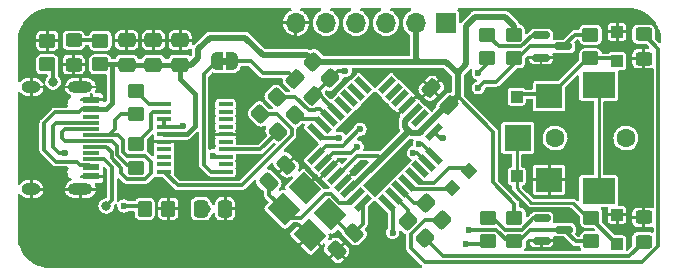
<source format=gbr>
%TF.GenerationSoftware,KiCad,Pcbnew,(6.0.7)*%
%TF.CreationDate,2023-06-20T16:23:11-04:00*%
%TF.ProjectId,microkfd,6d696372-6f6b-4666-942e-6b696361645f,E*%
%TF.SameCoordinates,Original*%
%TF.FileFunction,Copper,L1,Top*%
%TF.FilePolarity,Positive*%
%FSLAX46Y46*%
G04 Gerber Fmt 4.6, Leading zero omitted, Abs format (unit mm)*
G04 Created by KiCad (PCBNEW (6.0.7)) date 2023-06-20 16:23:11*
%MOMM*%
%LPD*%
G01*
G04 APERTURE LIST*
G04 Aperture macros list*
%AMRoundRect*
0 Rectangle with rounded corners*
0 $1 Rounding radius*
0 $2 $3 $4 $5 $6 $7 $8 $9 X,Y pos of 4 corners*
0 Add a 4 corners polygon primitive as box body*
4,1,4,$2,$3,$4,$5,$6,$7,$8,$9,$2,$3,0*
0 Add four circle primitives for the rounded corners*
1,1,$1+$1,$2,$3*
1,1,$1+$1,$4,$5*
1,1,$1+$1,$6,$7*
1,1,$1+$1,$8,$9*
0 Add four rect primitives between the rounded corners*
20,1,$1+$1,$2,$3,$4,$5,0*
20,1,$1+$1,$4,$5,$6,$7,0*
20,1,$1+$1,$6,$7,$8,$9,0*
20,1,$1+$1,$8,$9,$2,$3,0*%
%AMRotRect*
0 Rectangle, with rotation*
0 The origin of the aperture is its center*
0 $1 length*
0 $2 width*
0 $3 Rotation angle, in degrees counterclockwise*
0 Add horizontal line*
21,1,$1,$2,0,0,$3*%
%AMFreePoly0*
4,1,22,0.500000,-0.750000,0.000000,-0.750000,0.000000,-0.745033,-0.079941,-0.743568,-0.215256,-0.701293,-0.333266,-0.622738,-0.424486,-0.514219,-0.481581,-0.384460,-0.499164,-0.250000,-0.500000,-0.250000,-0.500000,0.250000,-0.499164,0.250000,-0.499963,0.256109,-0.478152,0.396186,-0.417904,0.524511,-0.324060,0.630769,-0.204165,0.706417,-0.067858,0.745374,0.000000,0.744959,0.000000,0.750000,
0.500000,0.750000,0.500000,-0.750000,0.500000,-0.750000,$1*%
%AMFreePoly1*
4,1,20,0.000000,0.744959,0.073905,0.744508,0.209726,0.703889,0.328688,0.626782,0.421226,0.519385,0.479903,0.390333,0.500000,0.250000,0.500000,-0.250000,0.499851,-0.262216,0.476331,-0.402017,0.414519,-0.529596,0.319384,-0.634700,0.198574,-0.708877,0.061801,-0.746166,0.000000,-0.745033,0.000000,-0.750000,-0.500000,-0.750000,-0.500000,0.750000,0.000000,0.750000,0.000000,0.744959,
0.000000,0.744959,$1*%
G04 Aperture macros list end*
%TA.AperFunction,SMDPad,CuDef*%
%ADD10RoundRect,0.250000X0.450000X-0.325000X0.450000X0.325000X-0.450000X0.325000X-0.450000X-0.325000X0*%
%TD*%
%TA.AperFunction,SMDPad,CuDef*%
%ADD11RoundRect,0.150000X-0.587500X-0.150000X0.587500X-0.150000X0.587500X0.150000X-0.587500X0.150000X0*%
%TD*%
%TA.AperFunction,SMDPad,CuDef*%
%ADD12R,1.200000X0.400000*%
%TD*%
%TA.AperFunction,SMDPad,CuDef*%
%ADD13RoundRect,0.250000X0.070711X-0.565685X0.565685X-0.070711X-0.070711X0.565685X-0.565685X0.070711X0*%
%TD*%
%TA.AperFunction,SMDPad,CuDef*%
%ADD14RoundRect,0.250000X0.097227X-0.574524X0.574524X-0.097227X-0.097227X0.574524X-0.574524X0.097227X0*%
%TD*%
%TA.AperFunction,SMDPad,CuDef*%
%ADD15RoundRect,0.250000X-0.337500X-0.475000X0.337500X-0.475000X0.337500X0.475000X-0.337500X0.475000X0*%
%TD*%
%TA.AperFunction,SMDPad,CuDef*%
%ADD16RoundRect,0.250000X-0.450000X0.350000X-0.450000X-0.350000X0.450000X-0.350000X0.450000X0.350000X0*%
%TD*%
%TA.AperFunction,SMDPad,CuDef*%
%ADD17RoundRect,0.250000X0.565685X0.070711X0.070711X0.565685X-0.565685X-0.070711X-0.070711X-0.565685X0*%
%TD*%
%TA.AperFunction,SMDPad,CuDef*%
%ADD18RoundRect,0.250000X-0.574524X-0.097227X-0.097227X-0.574524X0.574524X0.097227X0.097227X0.574524X0*%
%TD*%
%TA.AperFunction,SMDPad,CuDef*%
%ADD19R,1.000000X1.000000*%
%TD*%
%TA.AperFunction,SMDPad,CuDef*%
%ADD20RoundRect,0.250000X0.350000X0.450000X-0.350000X0.450000X-0.350000X-0.450000X0.350000X-0.450000X0*%
%TD*%
%TA.AperFunction,SMDPad,CuDef*%
%ADD21RotRect,2.100000X1.800000X135.000000*%
%TD*%
%TA.AperFunction,SMDPad,CuDef*%
%ADD22RoundRect,0.250000X-0.450000X0.325000X-0.450000X-0.325000X0.450000X-0.325000X0.450000X0.325000X0*%
%TD*%
%TA.AperFunction,SMDPad,CuDef*%
%ADD23RoundRect,0.250000X-0.097227X0.574524X-0.574524X0.097227X0.097227X-0.574524X0.574524X-0.097227X0*%
%TD*%
%TA.AperFunction,SMDPad,CuDef*%
%ADD24RotRect,1.600000X0.550000X45.000000*%
%TD*%
%TA.AperFunction,SMDPad,CuDef*%
%ADD25RotRect,1.600000X0.550000X135.000000*%
%TD*%
%TA.AperFunction,SMDPad,CuDef*%
%ADD26RoundRect,0.250000X0.475000X-0.337500X0.475000X0.337500X-0.475000X0.337500X-0.475000X-0.337500X0*%
%TD*%
%TA.AperFunction,SMDPad,CuDef*%
%ADD27R,1.450000X0.600000*%
%TD*%
%TA.AperFunction,SMDPad,CuDef*%
%ADD28R,1.450000X0.300000*%
%TD*%
%TA.AperFunction,ComponentPad*%
%ADD29O,2.100000X1.000000*%
%TD*%
%TA.AperFunction,ComponentPad*%
%ADD30O,1.600000X1.000000*%
%TD*%
%TA.AperFunction,SMDPad,CuDef*%
%ADD31RoundRect,0.250000X0.450000X-0.350000X0.450000X0.350000X-0.450000X0.350000X-0.450000X-0.350000X0*%
%TD*%
%TA.AperFunction,SMDPad,CuDef*%
%ADD32FreePoly0,0.000000*%
%TD*%
%TA.AperFunction,SMDPad,CuDef*%
%ADD33FreePoly1,0.000000*%
%TD*%
%TA.AperFunction,WasherPad*%
%ADD34C,1.600000*%
%TD*%
%TA.AperFunction,SMDPad,CuDef*%
%ADD35R,2.300000X2.200000*%
%TD*%
%TA.AperFunction,SMDPad,CuDef*%
%ADD36R,2.800000X2.200000*%
%TD*%
%TA.AperFunction,SMDPad,CuDef*%
%ADD37R,2.200000X2.100000*%
%TD*%
%TA.AperFunction,ComponentPad*%
%ADD38R,1.700000X1.700000*%
%TD*%
%TA.AperFunction,ComponentPad*%
%ADD39O,1.700000X1.700000*%
%TD*%
%TA.AperFunction,SMDPad,CuDef*%
%ADD40RotRect,1.000000X1.000000X45.000000*%
%TD*%
%TA.AperFunction,SMDPad,CuDef*%
%ADD41RotRect,1.000000X1.000000X315.000000*%
%TD*%
%TA.AperFunction,SMDPad,CuDef*%
%ADD42RoundRect,0.250000X-0.475000X0.337500X-0.475000X-0.337500X0.475000X-0.337500X0.475000X0.337500X0*%
%TD*%
%TA.AperFunction,ViaPad*%
%ADD43C,0.600000*%
%TD*%
%TA.AperFunction,ViaPad*%
%ADD44C,0.800000*%
%TD*%
%TA.AperFunction,Conductor*%
%ADD45C,0.300000*%
%TD*%
%TA.AperFunction,Conductor*%
%ADD46C,0.400000*%
%TD*%
%TA.AperFunction,Conductor*%
%ADD47C,0.500000*%
%TD*%
%TA.AperFunction,Conductor*%
%ADD48C,0.250000*%
%TD*%
G04 APERTURE END LIST*
%TO.C,JP1*%
G36*
X111500000Y-93800000D02*
G01*
X111000000Y-93800000D01*
X111000000Y-93200000D01*
X111500000Y-93200000D01*
X111500000Y-93800000D01*
G37*
%TD*%
D10*
%TO.P,D2,1,K*%
%TO.N,GND*%
X146750000Y-93275000D03*
%TO.P,D2,2,A*%
%TO.N,Net-(D2-Pad2)*%
X146750000Y-91225000D03*
%TD*%
D11*
%TO.P,Q2,1,B*%
%TO.N,Net-(Q2-Pad1)*%
X138125000Y-106800000D03*
%TO.P,Q2,2,E*%
%TO.N,GND*%
X138125000Y-108700000D03*
%TO.P,Q2,3,C*%
%TO.N,TWI_S_RX*%
X140000000Y-107750000D03*
%TD*%
D12*
%TO.P,U1,1,~{DTR}*%
%TO.N,Net-(JP1-Pad1)*%
X111350000Y-102857500D03*
%TO.P,U1,2,~{RTS}*%
%TO.N,unconnected-(U1-Pad2)*%
X111350000Y-102222500D03*
%TO.P,U1,3,VCCIO*%
%TO.N,Net-(C3-Pad1)*%
X111350000Y-101587500D03*
%TO.P,U1,4,RXD*%
%TO.N,S_RX*%
X111350000Y-100952500D03*
%TO.P,U1,5,~{RI}*%
%TO.N,unconnected-(U1-Pad5)*%
X111350000Y-100317500D03*
%TO.P,U1,6,GND*%
%TO.N,GND*%
X111350000Y-99682500D03*
%TO.P,U1,7,~{DSR}*%
%TO.N,unconnected-(U1-Pad7)*%
X111350000Y-99047500D03*
%TO.P,U1,8,~{DCD}*%
%TO.N,unconnected-(U1-Pad8)*%
X111350000Y-98412500D03*
%TO.P,U1,9,~{CTS}*%
%TO.N,unconnected-(U1-Pad9)*%
X111350000Y-97777500D03*
%TO.P,U1,10,CBUS2*%
%TO.N,unconnected-(U1-Pad10)*%
X111350000Y-97142500D03*
%TO.P,U1,11,USBDP*%
%TO.N,/USB_D+*%
X106150000Y-97142500D03*
%TO.P,U1,12,USBDM*%
%TO.N,/USB_D-*%
X106150000Y-97777500D03*
%TO.P,U1,13,3V3OUT*%
%TO.N,Net-(C3-Pad1)*%
X106150000Y-98412500D03*
%TO.P,U1,14,~{RESET}*%
X106150000Y-99047500D03*
%TO.P,U1,15,VCC*%
%TO.N,+5V*%
X106150000Y-99682500D03*
%TO.P,U1,16,GND*%
%TO.N,GND*%
X106150000Y-100317500D03*
%TO.P,U1,17,CBUS1*%
%TO.N,unconnected-(U1-Pad17)*%
X106150000Y-100952500D03*
%TO.P,U1,18,CBUS0*%
%TO.N,unconnected-(U1-Pad18)*%
X106150000Y-101587500D03*
%TO.P,U1,19,CBUS3*%
%TO.N,unconnected-(U1-Pad19)*%
X106150000Y-102222500D03*
%TO.P,U1,20,TXD*%
%TO.N,S_TX*%
X106150000Y-102857500D03*
%TD*%
D13*
%TO.P,R7,1*%
%TO.N,S_RX*%
X115792893Y-99457107D03*
%TO.P,R7,2*%
%TO.N,Net-(R7-Pad2)*%
X117207107Y-98042893D03*
%TD*%
D14*
%TO.P,C7,1*%
%TO.N,GND*%
X120766377Y-109483623D03*
%TO.P,C7,2*%
%TO.N,Net-(C7-Pad2)*%
X122233623Y-108016377D03*
%TD*%
D15*
%TO.P,C3,1*%
%TO.N,Net-(C3-Pad1)*%
X109250000Y-106000000D03*
%TO.P,C3,2*%
%TO.N,GND*%
X111325000Y-106000000D03*
%TD*%
D16*
%TO.P,R4,1*%
%TO.N,Net-(D3-Pad2)*%
X100750000Y-91750000D03*
%TO.P,R4,2*%
%TO.N,+5V*%
X100750000Y-93750000D03*
%TD*%
%TO.P,R13,1*%
%TO.N,Net-(Q2-Pad1)*%
X133562500Y-106750000D03*
%TO.P,R13,2*%
%TO.N,TWI_S_TX*%
X133562500Y-108750000D03*
%TD*%
D17*
%TO.P,R9,1*%
%TO.N,Net-(D2-Pad2)*%
X129707107Y-106957107D03*
%TO.P,R9,2*%
%TO.N,Net-(R9-Pad2)*%
X128292893Y-105542893D03*
%TD*%
D18*
%TO.P,C5,1*%
%TO.N,GND*%
X128766377Y-95766377D03*
%TO.P,C5,2*%
%TO.N,+5V*%
X130233623Y-97233623D03*
%TD*%
D16*
%TO.P,R2,1*%
%TO.N,/USB_D-*%
X103750000Y-100500000D03*
%TO.P,R2,2*%
%TO.N,Net-(J1-PadA7)*%
X103750000Y-102500000D03*
%TD*%
D19*
%TO.P,TP4,1,1*%
%TO.N,KFD_SENSE*%
X136000000Y-103250000D03*
%TD*%
D20*
%TO.P,R5,1*%
%TO.N,GND*%
X106500000Y-106000000D03*
%TO.P,R5,2*%
%TO.N,Net-(J1-PadA5)*%
X104500000Y-106000000D03*
%TD*%
D21*
%TO.P,Y1,1,1*%
%TO.N,Net-(C7-Pad2)*%
X120229899Y-106462132D03*
%TO.P,Y1,2,2*%
%TO.N,GND*%
X118037868Y-104270101D03*
%TO.P,Y1,3,3*%
%TO.N,Net-(C8-Pad2)*%
X116270101Y-106037868D03*
%TO.P,Y1,4,4*%
%TO.N,GND*%
X118462132Y-108229899D03*
%TD*%
D16*
%TO.P,R10,1*%
%TO.N,GND*%
X96250000Y-91750000D03*
%TO.P,R10,2*%
%TO.N,Net-(J1-PadB5)*%
X96250000Y-93750000D03*
%TD*%
D22*
%TO.P,D1,1,K*%
%TO.N,GND*%
X146750000Y-106725000D03*
%TO.P,D1,2,A*%
%TO.N,Net-(D1-Pad2)*%
X146750000Y-108775000D03*
%TD*%
D23*
%TO.P,C8,1*%
%TO.N,GND*%
X116483623Y-102266377D03*
%TO.P,C8,2*%
%TO.N,Net-(C8-Pad2)*%
X115016377Y-103733623D03*
%TD*%
D24*
%TO.P,U2,1,PD3*%
%TO.N,TWI_D_RX*%
X119014897Y-101525305D03*
%TO.P,U2,2,PD4*%
%TO.N,TWI_S_TX*%
X119580583Y-102090990D03*
%TO.P,U2,3,GND*%
%TO.N,GND*%
X120146268Y-102656676D03*
%TO.P,U2,4,VCC*%
%TO.N,+5V*%
X120711953Y-103222361D03*
%TO.P,U2,5,GND*%
%TO.N,GND*%
X121277639Y-103788047D03*
%TO.P,U2,6,VCC*%
%TO.N,+5V*%
X121843324Y-104353732D03*
%TO.P,U2,7,XTAL1/PB6*%
%TO.N,Net-(C8-Pad2)*%
X122409010Y-104919417D03*
%TO.P,U2,8,XTAL2/PB7*%
%TO.N,Net-(C7-Pad2)*%
X122974695Y-105485103D03*
D25*
%TO.P,U2,9,PD5*%
%TO.N,TWI_D_TX*%
X125025305Y-105485103D03*
%TO.P,U2,10,PD6*%
%TO.N,Net-(R8-Pad2)*%
X125590990Y-104919417D03*
%TO.P,U2,11,PD7*%
%TO.N,Net-(R9-Pad2)*%
X126156676Y-104353732D03*
%TO.P,U2,12,PB0*%
%TO.N,GPIO1*%
X126722361Y-103788047D03*
%TO.P,U2,13,PB1*%
%TO.N,GPIO2*%
X127288047Y-103222361D03*
%TO.P,U2,14,PB2*%
%TO.N,unconnected-(U2-Pad14)*%
X127853732Y-102656676D03*
%TO.P,U2,15,PB3*%
%TO.N,MOSI*%
X128419417Y-102090990D03*
%TO.P,U2,16,PB4*%
%TO.N,MISO*%
X128985103Y-101525305D03*
D24*
%TO.P,U2,17,PB5*%
%TO.N,SCK*%
X128985103Y-99474695D03*
%TO.P,U2,18,AVCC*%
%TO.N,+5V*%
X128419417Y-98909010D03*
%TO.P,U2,19,ADC6*%
%TO.N,unconnected-(U2-Pad19)*%
X127853732Y-98343324D03*
%TO.P,U2,20,AREF*%
%TO.N,+5V*%
X127288047Y-97777639D03*
%TO.P,U2,21,GND*%
%TO.N,GND*%
X126722361Y-97211953D03*
%TO.P,U2,22,ADC7*%
%TO.N,unconnected-(U2-Pad22)*%
X126156676Y-96646268D03*
%TO.P,U2,23,PC0*%
%TO.N,unconnected-(U2-Pad23)*%
X125590990Y-96080583D03*
%TO.P,U2,24,PC1*%
%TO.N,unconnected-(U2-Pad24)*%
X125025305Y-95514897D03*
D25*
%TO.P,U2,25,PC2*%
%TO.N,unconnected-(U2-Pad25)*%
X122974695Y-95514897D03*
%TO.P,U2,26,PC3*%
%TO.N,unconnected-(U2-Pad26)*%
X122409010Y-96080583D03*
%TO.P,U2,27,PC4*%
%TO.N,unconnected-(U2-Pad27)*%
X121843324Y-96646268D03*
%TO.P,U2,28,PC5*%
%TO.N,unconnected-(U2-Pad28)*%
X121277639Y-97211953D03*
%TO.P,U2,29,~{RESET}/PC6*%
%TO.N,~{RESET}*%
X120711953Y-97777639D03*
%TO.P,U2,30,PD0*%
%TO.N,Net-(R6-Pad2)*%
X120146268Y-98343324D03*
%TO.P,U2,31,PD1*%
%TO.N,Net-(R7-Pad2)*%
X119580583Y-98909010D03*
%TO.P,U2,32,PD2*%
%TO.N,TWI_S_RX*%
X119014897Y-99474695D03*
%TD*%
D26*
%TO.P,C2,1*%
%TO.N,+5V*%
X103000000Y-93787500D03*
%TO.P,C2,2*%
%TO.N,GND*%
X103000000Y-91712500D03*
%TD*%
D27*
%TO.P,J1,A1,GND*%
%TO.N,GND*%
X99985000Y-96750000D03*
%TO.P,J1,A4,VBUS*%
%TO.N,+5V*%
X99985000Y-97550000D03*
D28*
%TO.P,J1,A5,CC1*%
%TO.N,Net-(J1-PadA5)*%
X99985000Y-98750000D03*
%TO.P,J1,A6,D+*%
%TO.N,Net-(J1-PadA6)*%
X99985000Y-99750000D03*
%TO.P,J1,A7,D-*%
%TO.N,Net-(J1-PadA7)*%
X99985000Y-100250000D03*
%TO.P,J1,A8,SBU1*%
%TO.N,unconnected-(J1-PadA8)*%
X99985000Y-101250000D03*
D27*
%TO.P,J1,A9,VBUS*%
%TO.N,+5V*%
X99985000Y-102450000D03*
%TO.P,J1,A12,GND*%
%TO.N,GND*%
X99985000Y-103250000D03*
%TO.P,J1,B1,GND*%
X99985000Y-103250000D03*
%TO.P,J1,B4,VBUS*%
%TO.N,+5V*%
X99985000Y-102450000D03*
D28*
%TO.P,J1,B5,CC2*%
%TO.N,Net-(J1-PadB5)*%
X99985000Y-101750000D03*
%TO.P,J1,B6,D+*%
%TO.N,Net-(J1-PadA6)*%
X99985000Y-100750000D03*
%TO.P,J1,B7,D-*%
%TO.N,Net-(J1-PadA7)*%
X99985000Y-99250000D03*
%TO.P,J1,B8,SBU2*%
%TO.N,unconnected-(J1-PadB8)*%
X99985000Y-98250000D03*
D27*
%TO.P,J1,B9,VBUS*%
%TO.N,+5V*%
X99985000Y-97550000D03*
%TO.P,J1,B12,GND*%
%TO.N,GND*%
X99985000Y-96750000D03*
D29*
%TO.P,J1,S1,SHIELD*%
X99070000Y-104320000D03*
X99070000Y-95680000D03*
D30*
X94890000Y-95680000D03*
X94890000Y-104320000D03*
%TD*%
D31*
%TO.P,R14,1*%
%TO.N,TWI_D_RX*%
X135750000Y-93250000D03*
%TO.P,R14,2*%
%TO.N,+5V*%
X135750000Y-91250000D03*
%TD*%
D19*
%TO.P,TP3,1,1*%
%TO.N,KFD_DATA*%
X136000000Y-96500000D03*
%TD*%
D32*
%TO.P,JP1,1,A*%
%TO.N,Net-(JP1-Pad1)*%
X110600000Y-93500000D03*
D33*
%TO.P,JP1,2,B*%
%TO.N,Net-(C4-Pad1)*%
X111900000Y-93500000D03*
%TD*%
D18*
%TO.P,C4,1*%
%TO.N,Net-(C4-Pad1)*%
X117266377Y-95016377D03*
%TO.P,C4,2*%
%TO.N,~{RESET}*%
X118733623Y-96483623D03*
%TD*%
D17*
%TO.P,R8,1*%
%TO.N,Net-(D1-Pad2)*%
X128207107Y-108457107D03*
%TO.P,R8,2*%
%TO.N,Net-(R8-Pad2)*%
X126792893Y-107042893D03*
%TD*%
%TO.P,R3,1*%
%TO.N,~{RESET}*%
X120207107Y-94957107D03*
%TO.P,R3,2*%
%TO.N,+5V*%
X118792893Y-93542893D03*
%TD*%
D19*
%TO.P,D5,1,A1*%
%TO.N,GND*%
X144500000Y-106500000D03*
%TO.P,D5,2,A2*%
%TO.N,KFD_SENSE*%
X144500000Y-109000000D03*
%TD*%
D13*
%TO.P,R6,1*%
%TO.N,S_TX*%
X114292893Y-97957107D03*
%TO.P,R6,2*%
%TO.N,Net-(R6-Pad2)*%
X115707107Y-96542893D03*
%TD*%
D10*
%TO.P,D3,1,K*%
%TO.N,GND*%
X98500000Y-93775000D03*
%TO.P,D3,2,A*%
%TO.N,Net-(D3-Pad2)*%
X98500000Y-91725000D03*
%TD*%
D34*
%TO.P,J3,*%
%TO.N,*%
X139250000Y-100000000D03*
X145250000Y-100000000D03*
D35*
%TO.P,J3,R1*%
%TO.N,KFD_SENSE*%
X136100000Y-100000000D03*
D36*
%TO.P,J3,R2*%
%TO.N,unconnected-(J3-PadR2)*%
X142950000Y-104500000D03*
X142950000Y-95500000D03*
D37*
%TO.P,J3,S*%
%TO.N,GND*%
X138750000Y-103550000D03*
%TO.P,J3,T*%
%TO.N,KFD_DATA*%
X138750000Y-96450000D03*
%TD*%
D26*
%TO.P,C1,1*%
%TO.N,+5V*%
X107500000Y-93787500D03*
%TO.P,C1,2*%
%TO.N,GND*%
X107500000Y-91712500D03*
%TD*%
D31*
%TO.P,R15,1*%
%TO.N,TWI_S_RX*%
X135812500Y-108750000D03*
%TO.P,R15,2*%
%TO.N,+5V*%
X135812500Y-106750000D03*
%TD*%
D16*
%TO.P,R1,1*%
%TO.N,/USB_D+*%
X103750000Y-96000000D03*
%TO.P,R1,2*%
%TO.N,Net-(J1-PadA6)*%
X103750000Y-98000000D03*
%TD*%
D38*
%TO.P,J2,1,MISO*%
%TO.N,MISO*%
X130000000Y-90250000D03*
D39*
%TO.P,J2,2,VCC*%
%TO.N,+5V*%
X127460000Y-90250000D03*
%TO.P,J2,3,SCK*%
%TO.N,SCK*%
X124920000Y-90250000D03*
%TO.P,J2,4,MOSI*%
%TO.N,MOSI*%
X122380000Y-90250000D03*
%TO.P,J2,5,~{RST}*%
%TO.N,~{RESET}*%
X119840000Y-90250000D03*
%TO.P,J2,6,GND*%
%TO.N,GND*%
X117300000Y-90250000D03*
%TD*%
D16*
%TO.P,R12,1*%
%TO.N,Net-(Q1-Pad1)*%
X133500000Y-91250000D03*
%TO.P,R12,2*%
%TO.N,TWI_D_TX*%
X133500000Y-93250000D03*
%TD*%
D40*
%TO.P,TP1,1,1*%
%TO.N,GPIO1*%
X130500000Y-104250000D03*
%TD*%
D41*
%TO.P,TP2,1,1*%
%TO.N,GPIO2*%
X132000000Y-102750000D03*
%TD*%
D31*
%TO.P,R17,1*%
%TO.N,KFD_DATA*%
X142250000Y-93250000D03*
%TO.P,R17,2*%
%TO.N,TWI_D_RX*%
X142250000Y-91250000D03*
%TD*%
D19*
%TO.P,D4,1,A1*%
%TO.N,GND*%
X144500000Y-91000000D03*
%TO.P,D4,2,A2*%
%TO.N,KFD_DATA*%
X144500000Y-93500000D03*
%TD*%
D16*
%TO.P,R18,1*%
%TO.N,KFD_SENSE*%
X142312500Y-106750000D03*
%TO.P,R18,2*%
%TO.N,TWI_S_RX*%
X142312500Y-108750000D03*
%TD*%
D42*
%TO.P,C6,1*%
%TO.N,GND*%
X105250000Y-91712500D03*
%TO.P,C6,2*%
%TO.N,+5V*%
X105250000Y-93787500D03*
%TD*%
D11*
%TO.P,Q1,1,B*%
%TO.N,Net-(Q1-Pad1)*%
X138062500Y-91300000D03*
%TO.P,Q1,2,E*%
%TO.N,GND*%
X138062500Y-93200000D03*
%TO.P,Q1,3,C*%
%TO.N,TWI_D_RX*%
X139937500Y-92250000D03*
%TD*%
D43*
%TO.N,GND*%
X113750000Y-95750000D03*
X100000000Y-89250000D03*
X124000000Y-106500000D03*
X107750000Y-102000000D03*
X112750000Y-95750000D03*
X125000000Y-110500000D03*
X147250000Y-101250000D03*
X126500000Y-94500000D03*
X147250000Y-102500000D03*
X110000000Y-89250000D03*
X113750000Y-110500000D03*
X108750000Y-89250000D03*
X146250000Y-105000000D03*
X113750000Y-89250000D03*
X107750000Y-103000000D03*
X146250000Y-103750000D03*
X117250000Y-100500000D03*
X103750000Y-89250000D03*
X94250000Y-107500000D03*
X108500000Y-101500000D03*
X106250000Y-89250000D03*
X123750000Y-104000000D03*
X147250000Y-105000000D03*
X147250000Y-103750000D03*
X146250000Y-102500000D03*
X118750000Y-110500000D03*
X123750000Y-110500000D03*
X122500000Y-110500000D03*
X115000000Y-89250000D03*
X122750000Y-98250000D03*
X127250000Y-95250000D03*
X112500000Y-89250000D03*
X102500000Y-89250000D03*
X128000000Y-94500000D03*
X147250000Y-98750000D03*
X118000000Y-99750000D03*
X139750000Y-109000000D03*
X121750000Y-99000000D03*
X124500000Y-103250000D03*
X146250000Y-101250000D03*
X95250000Y-110000000D03*
X111750000Y-95750000D03*
X146250000Y-98750000D03*
X126250000Y-110500000D03*
X111250000Y-89250000D03*
X147250000Y-100000000D03*
X117500000Y-110500000D03*
X94250000Y-106250000D03*
X115000000Y-110500000D03*
X105000000Y-89250000D03*
X107750000Y-101000000D03*
X94500000Y-109000000D03*
X107500000Y-89250000D03*
X118000000Y-101250000D03*
X101250000Y-89250000D03*
X122500000Y-102500000D03*
X112750000Y-96750000D03*
X124000000Y-107750000D03*
X116250000Y-110500000D03*
%TO.N,~{RESET}*%
X121500000Y-94292393D03*
%TO.N,TWI_D_RX*%
X132750000Y-95750000D03*
X122750000Y-99250000D03*
%TO.N,TWI_S_RX*%
X121000000Y-100000000D03*
X132000000Y-107750000D03*
%TO.N,MISO*%
X127750000Y-100500000D03*
%TO.N,SCK*%
X129750000Y-100000000D03*
%TO.N,MOSI*%
X127250000Y-101250000D03*
%TO.N,TWI_D_TX*%
X132750000Y-94500000D03*
X125500000Y-108000000D03*
%TO.N,TWI_S_TX*%
X122500000Y-100750000D03*
X131750000Y-109000000D03*
D44*
%TO.N,Net-(C3-Pad1)*%
X109713000Y-106000000D03*
D43*
X110250000Y-101500000D03*
X107750000Y-98983000D03*
%TO.N,Net-(J1-PadA5)*%
X97750000Y-101250000D03*
X102750000Y-105750000D03*
D44*
%TO.N,Net-(J1-PadB5)*%
X101250000Y-105750000D03*
X96750000Y-95250000D03*
%TD*%
D45*
%TO.N,GND*%
X98500000Y-93775000D02*
X98725000Y-93775000D01*
D46*
%TO.N,+5V*%
X103000000Y-93787500D02*
X105250000Y-93787500D01*
D47*
X135750000Y-91250000D02*
X135750000Y-90500000D01*
X128419417Y-98909010D02*
X127774963Y-99553464D01*
D45*
X99985000Y-102450000D02*
X99785000Y-102250000D01*
D47*
X126537527Y-99037527D02*
X126537527Y-98528159D01*
D45*
X120777639Y-103222361D02*
X122500000Y-101500000D01*
X120711953Y-103222361D02*
X120777639Y-103222361D01*
D47*
X124500000Y-101750000D02*
X126875000Y-99375000D01*
D46*
X102250000Y-93750000D02*
X102962500Y-93750000D01*
D47*
X135000000Y-89750000D02*
X132500000Y-89750000D01*
D45*
X134000000Y-99467246D02*
X134000000Y-103750000D01*
X131000000Y-96467246D02*
X134000000Y-99467246D01*
D47*
X128419417Y-98909010D02*
X130094804Y-97233623D01*
D45*
X97000000Y-102000000D02*
X96000000Y-101000000D01*
D46*
X105250000Y-93787500D02*
X107500000Y-93787500D01*
D47*
X131750000Y-93750000D02*
X131000000Y-94500000D01*
D45*
X99000000Y-102250000D02*
X98750000Y-102000000D01*
D47*
X114500000Y-93000000D02*
X113000000Y-91500000D01*
D46*
X107500000Y-93787500D02*
X107500000Y-95000000D01*
D47*
X127774963Y-99553464D02*
X127053464Y-99553464D01*
X108462500Y-93787500D02*
X107500000Y-93787500D01*
D45*
X96000000Y-101000000D02*
X96000000Y-98750000D01*
D47*
X113000000Y-91500000D02*
X110000000Y-91500000D01*
X131000000Y-96467246D02*
X130233623Y-97233623D01*
X126537527Y-98528159D02*
X127288047Y-97777639D01*
D45*
X96000000Y-98750000D02*
X96914999Y-97835001D01*
D47*
X127460000Y-90250000D02*
X127460000Y-93295786D01*
D45*
X122500000Y-101500000D02*
X124250000Y-101500000D01*
D47*
X126875000Y-99375000D02*
X126537527Y-99037527D01*
X118250000Y-93000000D02*
X114500000Y-93000000D01*
D45*
X99785000Y-102250000D02*
X99000000Y-102250000D01*
D46*
X101750000Y-93750000D02*
X101750000Y-97000000D01*
X102962500Y-93750000D02*
X103000000Y-93787500D01*
D47*
X135750000Y-90500000D02*
X135000000Y-89750000D01*
X110000000Y-91500000D02*
X109000000Y-92500000D01*
X131000000Y-94500000D02*
X131000000Y-96467246D01*
X109000000Y-92500000D02*
X109000000Y-93250000D01*
D46*
X101750000Y-97000000D02*
X101200000Y-97550000D01*
D47*
X118792893Y-93542893D02*
X127707107Y-93542893D01*
X130094804Y-97233623D02*
X130233623Y-97233623D01*
D45*
X98750000Y-102000000D02*
X97000000Y-102000000D01*
D47*
X127460000Y-93295786D02*
X127707107Y-93542893D01*
X121843324Y-104353732D02*
X121896268Y-104353732D01*
X121896268Y-104353732D02*
X124000000Y-102250000D01*
D46*
X108750000Y-96250000D02*
X108750000Y-99000000D01*
X107500000Y-95000000D02*
X108750000Y-96250000D01*
D45*
X134000000Y-103750000D02*
X135812500Y-105562500D01*
D47*
X118792893Y-93542893D02*
X118250000Y-93000000D01*
D45*
X135812500Y-105562500D02*
X135812500Y-106750000D01*
X98910000Y-97835001D02*
X99195001Y-97550000D01*
D46*
X101750000Y-93750000D02*
X102250000Y-93750000D01*
X108067500Y-99682500D02*
X106150000Y-99682500D01*
X100750000Y-93750000D02*
X101750000Y-93750000D01*
D47*
X127053464Y-99553464D02*
X126875000Y-99375000D01*
X124000000Y-102250000D02*
X124500000Y-101750000D01*
D45*
X99195001Y-97550000D02*
X99985000Y-97550000D01*
D47*
X109000000Y-93250000D02*
X108462500Y-93787500D01*
X131750000Y-90500000D02*
X131750000Y-93750000D01*
X132500000Y-89750000D02*
X131750000Y-90500000D01*
D46*
X108750000Y-99000000D02*
X108067500Y-99682500D01*
D45*
X96914999Y-97835001D02*
X98910000Y-97835001D01*
D47*
X130042893Y-93542893D02*
X131000000Y-94500000D01*
D46*
X101200000Y-97550000D02*
X99985000Y-97550000D01*
D47*
X127707107Y-93542893D02*
X130042893Y-93542893D01*
D45*
X124250000Y-101500000D02*
X124500000Y-101750000D01*
%TO.N,~{RESET}*%
X119417937Y-96483623D02*
X120711953Y-97777639D01*
X120207107Y-94957107D02*
X120207107Y-95010139D01*
X120871821Y-94292393D02*
X120207107Y-94957107D01*
X121500000Y-94292393D02*
X120871821Y-94292393D01*
X118733623Y-96483623D02*
X119417937Y-96483623D01*
X120207107Y-95010139D02*
X118733623Y-96483623D01*
%TO.N,Net-(D1-Pad2)*%
X128207107Y-108457107D02*
X129750000Y-110000000D01*
X129750000Y-110000000D02*
X145525000Y-110000000D01*
X145525000Y-110000000D02*
X146750000Y-108775000D01*
%TO.N,Net-(D2-Pad2)*%
X127041422Y-108137866D02*
X127041422Y-109291422D01*
X128222181Y-106957107D02*
X127041422Y-108137866D01*
X128250000Y-110500000D02*
X146648528Y-110500000D01*
X148000000Y-109148528D02*
X148000000Y-92475000D01*
X129707107Y-106957107D02*
X128222181Y-106957107D01*
X127041422Y-109291422D02*
X128250000Y-110500000D01*
X146648528Y-110500000D02*
X148000000Y-109148528D01*
X148000000Y-92475000D02*
X146750000Y-91225000D01*
%TO.N,TWI_D_RX*%
X132750000Y-95750000D02*
X133250000Y-95250000D01*
X135750000Y-93750000D02*
X135750000Y-93250000D01*
X134250000Y-95250000D02*
X135750000Y-93750000D01*
X136105634Y-93250000D02*
X135750000Y-93250000D01*
X121269239Y-100650000D02*
X122669239Y-99250000D01*
X137105634Y-92250000D02*
X136105634Y-93250000D01*
X122669239Y-99250000D02*
X122750000Y-99250000D01*
X133250000Y-95250000D02*
X134250000Y-95250000D01*
X121000000Y-100650000D02*
X121180761Y-100650000D01*
X140937500Y-91250000D02*
X139937500Y-92250000D01*
X119890202Y-100650000D02*
X121000000Y-100650000D01*
X139937500Y-92250000D02*
X137105634Y-92250000D01*
X119014897Y-101525305D02*
X119890202Y-100650000D01*
X121180761Y-100650000D02*
X121269239Y-100650000D01*
X142250000Y-91250000D02*
X140937500Y-91250000D01*
%TO.N,TWI_S_RX*%
X120980850Y-100019150D02*
X121000000Y-100000000D01*
X135812500Y-108750000D02*
X135250000Y-108750000D01*
X119014897Y-99474695D02*
X119559352Y-100019150D01*
X134250000Y-107750000D02*
X132000000Y-107750000D01*
X140000000Y-107750000D02*
X137168134Y-107750000D01*
X135250000Y-108750000D02*
X134250000Y-107750000D01*
X141000000Y-108750000D02*
X140000000Y-107750000D01*
X136168134Y-108750000D02*
X135812500Y-108750000D01*
X119559352Y-100019150D02*
X120980850Y-100019150D01*
X137168134Y-107750000D02*
X136168134Y-108750000D01*
X142312500Y-108750000D02*
X141000000Y-108750000D01*
%TO.N,MISO*%
X127959798Y-100500000D02*
X128985103Y-101525305D01*
X127750000Y-100500000D02*
X127959798Y-100500000D01*
%TO.N,SCK*%
X129510408Y-100000000D02*
X128985103Y-99474695D01*
X129750000Y-100000000D02*
X129510408Y-100000000D01*
%TO.N,MOSI*%
X127250000Y-101250000D02*
X127578427Y-101250000D01*
X127578427Y-101250000D02*
X128419417Y-102090990D01*
D48*
%TO.N,KFD_SENSE*%
X142000000Y-106750000D02*
X142312500Y-106750000D01*
D45*
X142312500Y-107000000D02*
X142312500Y-106750000D01*
D48*
X136000000Y-103250000D02*
X136000000Y-104250000D01*
X140750000Y-105500000D02*
X142000000Y-106750000D01*
X136000000Y-103250000D02*
X136000000Y-100100000D01*
X136000000Y-100100000D02*
X136100000Y-100000000D01*
D45*
X144500000Y-109000000D02*
X142500000Y-107000000D01*
D48*
X137250000Y-105500000D02*
X140750000Y-105500000D01*
X136000000Y-104250000D02*
X137250000Y-105500000D01*
D45*
%TO.N,KFD_DATA*%
X142000000Y-93250000D02*
X142250000Y-93250000D01*
X142000000Y-93250000D02*
X144250000Y-93250000D01*
X138950000Y-96300000D02*
X136200000Y-96300000D01*
X144250000Y-93250000D02*
X144500000Y-93500000D01*
X136200000Y-96300000D02*
X136000000Y-96500000D01*
X142000000Y-93250000D02*
X138950000Y-96300000D01*
%TO.N,Net-(JP1-Pad1)*%
X109500000Y-102250000D02*
X109500000Y-94600000D01*
X109500000Y-94600000D02*
X110600000Y-93500000D01*
X111350000Y-102857500D02*
X110107500Y-102857500D01*
X110107500Y-102857500D02*
X109500000Y-102250000D01*
%TO.N,Net-(Q1-Pad1)*%
X134500000Y-92250000D02*
X136398528Y-92250000D01*
X137348528Y-91300000D02*
X138062500Y-91300000D01*
X136398528Y-92250000D02*
X137348528Y-91300000D01*
X133500000Y-91250000D02*
X134500000Y-92250000D01*
%TO.N,Net-(Q2-Pad1)*%
X135000000Y-107750000D02*
X135250000Y-107750000D01*
X135250000Y-107750000D02*
X136461028Y-107750000D01*
X136461028Y-107750000D02*
X137411028Y-106800000D01*
X137411028Y-106800000D02*
X138125000Y-106800000D01*
X134000000Y-106750000D02*
X135000000Y-107750000D01*
X133562500Y-106750000D02*
X134000000Y-106750000D01*
%TO.N,Net-(J1-PadA6)*%
X102000000Y-98500000D02*
X102500000Y-98000000D01*
X99985000Y-99750000D02*
X101250000Y-99750000D01*
X102500000Y-102500000D02*
X101700000Y-101700000D01*
X105000000Y-102000000D02*
X105000000Y-103000000D01*
X104500000Y-101500000D02*
X105000000Y-102000000D01*
X101700000Y-101700000D02*
X101700000Y-101200000D01*
X101250000Y-100750000D02*
X99985000Y-100750000D01*
X104500000Y-103500000D02*
X103000000Y-103500000D01*
X102500000Y-103000000D02*
X102500000Y-102500000D01*
X102250000Y-99750000D02*
X102700000Y-100200000D01*
X102700000Y-100200000D02*
X102700000Y-101200000D01*
X103000000Y-103500000D02*
X102500000Y-103000000D01*
X101700000Y-101200000D02*
X101250000Y-100750000D01*
X105000000Y-103000000D02*
X104500000Y-103500000D01*
X103000000Y-101500000D02*
X104500000Y-101500000D01*
X101250000Y-99750000D02*
X101500000Y-99750000D01*
X101500000Y-99750000D02*
X102000000Y-99250000D01*
X102500000Y-98000000D02*
X103750000Y-98000000D01*
X102700000Y-101200000D02*
X103000000Y-101500000D01*
X101250000Y-99750000D02*
X102250000Y-99750000D01*
X102000000Y-99250000D02*
X102000000Y-98500000D01*
%TO.N,Net-(J1-PadA7)*%
X102200000Y-101450000D02*
X103000000Y-102250000D01*
X101750000Y-100250000D02*
X102200000Y-100700000D01*
X99985000Y-99250000D02*
X97750000Y-99250000D01*
X97750000Y-99250000D02*
X97500000Y-99500000D01*
X97500000Y-99500000D02*
X97500000Y-100000000D01*
X102200000Y-100700000D02*
X102200000Y-101450000D01*
X97750000Y-100250000D02*
X99985000Y-100250000D01*
X99985000Y-100250000D02*
X101750000Y-100250000D01*
X97500000Y-100000000D02*
X97750000Y-100250000D01*
%TO.N,S_TX*%
X114292893Y-97957107D02*
X115707107Y-97957107D01*
X107292500Y-104000000D02*
X106150000Y-102857500D01*
X115707107Y-97957107D02*
X116958578Y-99208578D01*
X116958578Y-99776346D02*
X112734924Y-104000000D01*
X116958578Y-99208578D02*
X116958578Y-99776346D01*
X112734924Y-104000000D02*
X107292500Y-104000000D01*
%TO.N,Net-(R6-Pad2)*%
X118387868Y-97658147D02*
X118884924Y-97658147D01*
X115707107Y-96542893D02*
X117272614Y-96542893D01*
X119021536Y-97521535D02*
X119324479Y-97521535D01*
X118884924Y-97658147D02*
X119021536Y-97521535D01*
X117272614Y-96542893D02*
X118387868Y-97658147D01*
X119324479Y-97521535D02*
X120146268Y-98343324D01*
%TO.N,S_RX*%
X114297500Y-100952500D02*
X115792893Y-99457107D01*
X111350000Y-100952500D02*
X114297500Y-100952500D01*
%TO.N,Net-(R7-Pad2)*%
X117528769Y-98364555D02*
X117207107Y-98042893D01*
X119036128Y-98364555D02*
X117528769Y-98364555D01*
X119580583Y-98909010D02*
X119036128Y-98364555D01*
%TO.N,Net-(R8-Pad2)*%
X126792893Y-106121320D02*
X126792893Y-107042893D01*
X125590990Y-104919417D02*
X126792893Y-106121320D01*
%TO.N,Net-(R9-Pad2)*%
X126156676Y-104353732D02*
X127345837Y-105542893D01*
X127345837Y-105542893D02*
X128292893Y-105542893D01*
%TO.N,TWI_D_TX*%
X133500000Y-93750000D02*
X132750000Y-94500000D01*
X125500000Y-108000000D02*
X125500000Y-105959798D01*
X133500000Y-93250000D02*
X133500000Y-93750000D01*
X125500000Y-105959798D02*
X125025305Y-105485103D01*
%TO.N,TWI_S_TX*%
X120421573Y-101250000D02*
X119580583Y-102090990D01*
X122500000Y-100750000D02*
X122000000Y-101250000D01*
X131750000Y-109000000D02*
X133312500Y-109000000D01*
X133312500Y-109000000D02*
X133562500Y-108750000D01*
X122000000Y-101250000D02*
X120421573Y-101250000D01*
%TO.N,GPIO1*%
X130417499Y-104332501D02*
X127266815Y-104332501D01*
X130500000Y-104250000D02*
X130417499Y-104332501D01*
X127266815Y-104332501D02*
X126722361Y-103788047D01*
%TO.N,GPIO2*%
X127288047Y-103222361D02*
X127832502Y-103766816D01*
X130250000Y-102500000D02*
X132250000Y-102500000D01*
X128983184Y-103766816D02*
X130250000Y-102500000D01*
X127832502Y-103766816D02*
X128983184Y-103766816D01*
%TO.N,Net-(C3-Pad1)*%
X110337500Y-101587500D02*
X111350000Y-101587500D01*
X110250000Y-101500000D02*
X110337500Y-101587500D01*
X106150000Y-98412500D02*
X106150000Y-99047500D01*
X109713000Y-106000000D02*
X109250000Y-106000000D01*
X106150000Y-99047500D02*
X107685500Y-99047500D01*
X107685500Y-99047500D02*
X107750000Y-98983000D01*
%TO.N,Net-(C4-Pad1)*%
X111900000Y-93500000D02*
X113500000Y-93500000D01*
X116750000Y-94500000D02*
X117266377Y-95016377D01*
X113500000Y-93500000D02*
X114500000Y-94500000D01*
X114500000Y-94500000D02*
X116750000Y-94500000D01*
%TO.N,Net-(C7-Pad2)*%
X122974695Y-105485103D02*
X122974695Y-107275305D01*
X121784144Y-108016377D02*
X120229899Y-106462132D01*
X122233623Y-108016377D02*
X121784144Y-108016377D01*
X122974695Y-107275305D02*
X122233623Y-108016377D01*
%TO.N,Net-(C8-Pad2)*%
X117750000Y-106750000D02*
X116982233Y-106750000D01*
X120268809Y-104733274D02*
X119766726Y-104733274D01*
X116982233Y-106750000D02*
X116270101Y-106037868D01*
X120999407Y-105463872D02*
X120268809Y-104733274D01*
X119766726Y-104733274D02*
X117750000Y-106750000D01*
X122409010Y-104919417D02*
X121864555Y-105463872D01*
X115016377Y-103733623D02*
X115016377Y-104784144D01*
X115016377Y-104784144D02*
X116270101Y-106037868D01*
X121864555Y-105463872D02*
X120999407Y-105463872D01*
%TO.N,Net-(D3-Pad2)*%
X100725000Y-91725000D02*
X100750000Y-91750000D01*
X98500000Y-91725000D02*
X100725000Y-91725000D01*
%TO.N,Net-(J1-PadA5)*%
X96750000Y-99000000D02*
X96750000Y-100750000D01*
X102750000Y-105750000D02*
X104250000Y-105750000D01*
X97250000Y-101250000D02*
X97750000Y-101250000D01*
X97000000Y-98750000D02*
X96750000Y-99000000D01*
X99985000Y-98750000D02*
X97000000Y-98750000D01*
X104250000Y-105750000D02*
X104500000Y-106000000D01*
X96750000Y-100750000D02*
X97250000Y-101250000D01*
%TO.N,Net-(J1-PadB5)*%
X101750000Y-102457106D02*
X101750000Y-104750000D01*
X96750000Y-95250000D02*
X96750000Y-94250000D01*
X99985000Y-101750000D02*
X101042893Y-101750000D01*
X101646447Y-102353553D02*
X101750000Y-102457106D01*
X96750000Y-94250000D02*
X96250000Y-93750000D01*
X101750000Y-104750000D02*
X101750000Y-105250000D01*
X101750000Y-105250000D02*
X101250000Y-105750000D01*
X101042893Y-101750000D02*
X101646447Y-102353553D01*
%TO.N,/USB_D+*%
X104000000Y-96000000D02*
X103500000Y-96000000D01*
X103750000Y-96000000D02*
X104207106Y-96000000D01*
X106150000Y-97142500D02*
X104892500Y-97142500D01*
X104892500Y-97142500D02*
X103750000Y-96000000D01*
%TO.N,/USB_D-*%
X105000000Y-98000000D02*
X105000000Y-99250000D01*
X105222500Y-97777500D02*
X105000000Y-98000000D01*
X105000000Y-99250000D02*
X103750000Y-100500000D01*
X106150000Y-97777500D02*
X105222500Y-97777500D01*
D48*
%TO.N,unconnected-(J3-PadR2)*%
X142950000Y-95500000D02*
X142950000Y-104500000D01*
%TD*%
%TA.AperFunction,Conductor*%
%TO.N,GND*%
G36*
X116881235Y-89020185D02*
G01*
X116926990Y-89072989D01*
X116936934Y-89142147D01*
X116907909Y-89205703D01*
X116857115Y-89240836D01*
X116829737Y-89250936D01*
X116819524Y-89255808D01*
X116655557Y-89353358D01*
X116646390Y-89360018D01*
X116502942Y-89485819D01*
X116495152Y-89494028D01*
X116377027Y-89643868D01*
X116370864Y-89653360D01*
X116282025Y-89822214D01*
X116277694Y-89832669D01*
X116221112Y-90014894D01*
X116218760Y-90025961D01*
X116209134Y-90107293D01*
X116211538Y-90121488D01*
X116224076Y-90125000D01*
X118375397Y-90125000D01*
X118389714Y-90120796D01*
X118391744Y-90108856D01*
X118386734Y-90054343D01*
X118384670Y-90043207D01*
X118332884Y-89859587D01*
X118328819Y-89848998D01*
X118244441Y-89677894D01*
X118238517Y-89668228D01*
X118124366Y-89515362D01*
X118116785Y-89506942D01*
X117976683Y-89377432D01*
X117967701Y-89370540D01*
X117806331Y-89268724D01*
X117796253Y-89263589D01*
X117736305Y-89239672D01*
X117681333Y-89196547D01*
X117658403Y-89130547D01*
X117674794Y-89062627D01*
X117725304Y-89014352D01*
X117782255Y-89000500D01*
X119352752Y-89000500D01*
X119419791Y-89020185D01*
X119465546Y-89072989D01*
X119475490Y-89142147D01*
X119446465Y-89205703D01*
X119395671Y-89240836D01*
X119369521Y-89250483D01*
X119369517Y-89250485D01*
X119364193Y-89252449D01*
X119359310Y-89255354D01*
X119359308Y-89255355D01*
X119243899Y-89324016D01*
X119190371Y-89355862D01*
X119038305Y-89489220D01*
X118913089Y-89648057D01*
X118818914Y-89827053D01*
X118817229Y-89832479D01*
X118817228Y-89832482D01*
X118812100Y-89848998D01*
X118758937Y-90020213D01*
X118735164Y-90221069D01*
X118735535Y-90226731D01*
X118735535Y-90226735D01*
X118740696Y-90305473D01*
X118748392Y-90422894D01*
X118798178Y-90618928D01*
X118800554Y-90624082D01*
X118858374Y-90749501D01*
X118882856Y-90802607D01*
X118999588Y-90967780D01*
X119144466Y-91108913D01*
X119312637Y-91221282D01*
X119498470Y-91301122D01*
X119592332Y-91322361D01*
X119690193Y-91344505D01*
X119690195Y-91344505D01*
X119695740Y-91345760D01*
X119813135Y-91350372D01*
X119892161Y-91353477D01*
X119892163Y-91353477D01*
X119897842Y-91353700D01*
X119903462Y-91352885D01*
X119903465Y-91352885D01*
X120092387Y-91325493D01*
X120092389Y-91325493D01*
X120098007Y-91324678D01*
X120103384Y-91322853D01*
X120103387Y-91322852D01*
X120217407Y-91284147D01*
X120289531Y-91259664D01*
X120421499Y-91185759D01*
X120461048Y-91163611D01*
X120461050Y-91163610D01*
X120466001Y-91160837D01*
X120478606Y-91150354D01*
X120617138Y-91035137D01*
X120621505Y-91031505D01*
X120650595Y-90996528D01*
X120747206Y-90880367D01*
X120747207Y-90880366D01*
X120750837Y-90876001D01*
X120762047Y-90855985D01*
X120814217Y-90762827D01*
X120849664Y-90699531D01*
X120895850Y-90563472D01*
X120912852Y-90513387D01*
X120912853Y-90513384D01*
X120914678Y-90508007D01*
X120918525Y-90481472D01*
X120943176Y-90311458D01*
X120943176Y-90311453D01*
X120943700Y-90307842D01*
X120945215Y-90250000D01*
X120926708Y-90048591D01*
X120871807Y-89853926D01*
X120782351Y-89672527D01*
X120661335Y-89510467D01*
X120522984Y-89382577D01*
X120516988Y-89377034D01*
X120516986Y-89377033D01*
X120512812Y-89373174D01*
X120505439Y-89368522D01*
X120346566Y-89268280D01*
X120346564Y-89268279D01*
X120341757Y-89265246D01*
X120277655Y-89239672D01*
X120222682Y-89196547D01*
X120199752Y-89130548D01*
X120216143Y-89062628D01*
X120266653Y-89014352D01*
X120323604Y-89000500D01*
X121892752Y-89000500D01*
X121959791Y-89020185D01*
X122005546Y-89072989D01*
X122015490Y-89142147D01*
X121986465Y-89205703D01*
X121935671Y-89240836D01*
X121909521Y-89250483D01*
X121909517Y-89250485D01*
X121904193Y-89252449D01*
X121899310Y-89255354D01*
X121899308Y-89255355D01*
X121783899Y-89324016D01*
X121730371Y-89355862D01*
X121578305Y-89489220D01*
X121453089Y-89648057D01*
X121358914Y-89827053D01*
X121357229Y-89832479D01*
X121357228Y-89832482D01*
X121352100Y-89848998D01*
X121298937Y-90020213D01*
X121275164Y-90221069D01*
X121275535Y-90226731D01*
X121275535Y-90226735D01*
X121280696Y-90305473D01*
X121288392Y-90422894D01*
X121338178Y-90618928D01*
X121340554Y-90624082D01*
X121398374Y-90749501D01*
X121422856Y-90802607D01*
X121539588Y-90967780D01*
X121684466Y-91108913D01*
X121852637Y-91221282D01*
X122038470Y-91301122D01*
X122132332Y-91322361D01*
X122230193Y-91344505D01*
X122230195Y-91344505D01*
X122235740Y-91345760D01*
X122353135Y-91350372D01*
X122432161Y-91353477D01*
X122432163Y-91353477D01*
X122437842Y-91353700D01*
X122443462Y-91352885D01*
X122443465Y-91352885D01*
X122632387Y-91325493D01*
X122632389Y-91325493D01*
X122638007Y-91324678D01*
X122643384Y-91322853D01*
X122643387Y-91322852D01*
X122757407Y-91284147D01*
X122829531Y-91259664D01*
X122961499Y-91185759D01*
X123001048Y-91163611D01*
X123001050Y-91163610D01*
X123006001Y-91160837D01*
X123018606Y-91150354D01*
X123157138Y-91035137D01*
X123161505Y-91031505D01*
X123190595Y-90996528D01*
X123287206Y-90880367D01*
X123287207Y-90880366D01*
X123290837Y-90876001D01*
X123302047Y-90855985D01*
X123354217Y-90762827D01*
X123389664Y-90699531D01*
X123435850Y-90563472D01*
X123452852Y-90513387D01*
X123452853Y-90513384D01*
X123454678Y-90508007D01*
X123458525Y-90481472D01*
X123483176Y-90311458D01*
X123483176Y-90311453D01*
X123483700Y-90307842D01*
X123485215Y-90250000D01*
X123466708Y-90048591D01*
X123411807Y-89853926D01*
X123322351Y-89672527D01*
X123201335Y-89510467D01*
X123062984Y-89382577D01*
X123056988Y-89377034D01*
X123056986Y-89377033D01*
X123052812Y-89373174D01*
X123045439Y-89368522D01*
X122886566Y-89268280D01*
X122886564Y-89268279D01*
X122881757Y-89265246D01*
X122817655Y-89239672D01*
X122762682Y-89196547D01*
X122739752Y-89130548D01*
X122756143Y-89062628D01*
X122806653Y-89014352D01*
X122863604Y-89000500D01*
X124432752Y-89000500D01*
X124499791Y-89020185D01*
X124545546Y-89072989D01*
X124555490Y-89142147D01*
X124526465Y-89205703D01*
X124475671Y-89240836D01*
X124449521Y-89250483D01*
X124449517Y-89250485D01*
X124444193Y-89252449D01*
X124439310Y-89255354D01*
X124439308Y-89255355D01*
X124323899Y-89324016D01*
X124270371Y-89355862D01*
X124118305Y-89489220D01*
X123993089Y-89648057D01*
X123898914Y-89827053D01*
X123897229Y-89832479D01*
X123897228Y-89832482D01*
X123892100Y-89848998D01*
X123838937Y-90020213D01*
X123815164Y-90221069D01*
X123815535Y-90226731D01*
X123815535Y-90226735D01*
X123820696Y-90305473D01*
X123828392Y-90422894D01*
X123878178Y-90618928D01*
X123880554Y-90624082D01*
X123938374Y-90749501D01*
X123962856Y-90802607D01*
X124079588Y-90967780D01*
X124224466Y-91108913D01*
X124392637Y-91221282D01*
X124578470Y-91301122D01*
X124672332Y-91322361D01*
X124770193Y-91344505D01*
X124770195Y-91344505D01*
X124775740Y-91345760D01*
X124893135Y-91350372D01*
X124972161Y-91353477D01*
X124972163Y-91353477D01*
X124977842Y-91353700D01*
X124983462Y-91352885D01*
X124983465Y-91352885D01*
X125172387Y-91325493D01*
X125172389Y-91325493D01*
X125178007Y-91324678D01*
X125183384Y-91322853D01*
X125183387Y-91322852D01*
X125297407Y-91284147D01*
X125369531Y-91259664D01*
X125501499Y-91185759D01*
X125541048Y-91163611D01*
X125541050Y-91163610D01*
X125546001Y-91160837D01*
X125558606Y-91150354D01*
X125697138Y-91035137D01*
X125701505Y-91031505D01*
X125730595Y-90996528D01*
X125827206Y-90880367D01*
X125827207Y-90880366D01*
X125830837Y-90876001D01*
X125842047Y-90855985D01*
X125894217Y-90762827D01*
X125929664Y-90699531D01*
X125975850Y-90563472D01*
X125992852Y-90513387D01*
X125992853Y-90513384D01*
X125994678Y-90508007D01*
X125998525Y-90481472D01*
X126023176Y-90311458D01*
X126023176Y-90311453D01*
X126023700Y-90307842D01*
X126025215Y-90250000D01*
X126006708Y-90048591D01*
X125951807Y-89853926D01*
X125862351Y-89672527D01*
X125741335Y-89510467D01*
X125602984Y-89382577D01*
X125596988Y-89377034D01*
X125596986Y-89377033D01*
X125592812Y-89373174D01*
X125585439Y-89368522D01*
X125426566Y-89268280D01*
X125426564Y-89268279D01*
X125421757Y-89265246D01*
X125357655Y-89239672D01*
X125302682Y-89196547D01*
X125279752Y-89130548D01*
X125296143Y-89062628D01*
X125346653Y-89014352D01*
X125403604Y-89000500D01*
X126972752Y-89000500D01*
X127039791Y-89020185D01*
X127085546Y-89072989D01*
X127095490Y-89142147D01*
X127066465Y-89205703D01*
X127015671Y-89240836D01*
X126989521Y-89250483D01*
X126989517Y-89250485D01*
X126984193Y-89252449D01*
X126979310Y-89255354D01*
X126979308Y-89255355D01*
X126863899Y-89324016D01*
X126810371Y-89355862D01*
X126658305Y-89489220D01*
X126533089Y-89648057D01*
X126438914Y-89827053D01*
X126437229Y-89832479D01*
X126437228Y-89832482D01*
X126432100Y-89848998D01*
X126378937Y-90020213D01*
X126355164Y-90221069D01*
X126355535Y-90226731D01*
X126355535Y-90226735D01*
X126360696Y-90305473D01*
X126368392Y-90422894D01*
X126418178Y-90618928D01*
X126420554Y-90624082D01*
X126478374Y-90749501D01*
X126502856Y-90802607D01*
X126619588Y-90967780D01*
X126764466Y-91108913D01*
X126835810Y-91156584D01*
X126904391Y-91202409D01*
X126949196Y-91256022D01*
X126959500Y-91305511D01*
X126959500Y-92918393D01*
X126939815Y-92985432D01*
X126887011Y-93031187D01*
X126835500Y-93042393D01*
X119687965Y-93042393D01*
X119620926Y-93022708D01*
X119600284Y-93006074D01*
X119186393Y-92592184D01*
X119184010Y-92589801D01*
X119152425Y-92564406D01*
X119142092Y-92556098D01*
X119142091Y-92556097D01*
X119136031Y-92551225D01*
X119080713Y-92526073D01*
X119013565Y-92495542D01*
X119013562Y-92495541D01*
X119005521Y-92491885D01*
X118996778Y-92490633D01*
X118996775Y-92490632D01*
X118872346Y-92472813D01*
X118863604Y-92471561D01*
X118854862Y-92472813D01*
X118730432Y-92490632D01*
X118730429Y-92490633D01*
X118721686Y-92491885D01*
X118713645Y-92495541D01*
X118713642Y-92495542D01*
X118591176Y-92551225D01*
X118590206Y-92549092D01*
X118534086Y-92564406D01*
X118493887Y-92553640D01*
X118492825Y-92556474D01*
X118449187Y-92540115D01*
X118440032Y-92536258D01*
X118397837Y-92516447D01*
X118389103Y-92515087D01*
X118386325Y-92514238D01*
X118369678Y-92509870D01*
X118366848Y-92509248D01*
X118358580Y-92506148D01*
X118349776Y-92505494D01*
X118349773Y-92505493D01*
X118321065Y-92503360D01*
X118312097Y-92502694D01*
X118302227Y-92501561D01*
X118288991Y-92499500D01*
X118273715Y-92499500D01*
X118264526Y-92499159D01*
X118264476Y-92499155D01*
X118215608Y-92495524D01*
X118206968Y-92497368D01*
X118198846Y-92497922D01*
X118183894Y-92499500D01*
X114758676Y-92499500D01*
X114691637Y-92479815D01*
X114670995Y-92463181D01*
X113403375Y-91195561D01*
X113395872Y-91186172D01*
X113395510Y-91186480D01*
X113389785Y-91179754D01*
X113385070Y-91172280D01*
X113345357Y-91137207D01*
X113339759Y-91131945D01*
X113328494Y-91120680D01*
X113320262Y-91114510D01*
X113312543Y-91108227D01*
X113308386Y-91104555D01*
X113277612Y-91077377D01*
X113269616Y-91073623D01*
X113267211Y-91072043D01*
X113252429Y-91063160D01*
X113249892Y-91061771D01*
X113242824Y-91056474D01*
X113199187Y-91040115D01*
X113190032Y-91036258D01*
X113147837Y-91016447D01*
X113139103Y-91015087D01*
X113136325Y-91014238D01*
X113119678Y-91009870D01*
X113116848Y-91009248D01*
X113108580Y-91006148D01*
X113099776Y-91005494D01*
X113099773Y-91005493D01*
X113071602Y-91003400D01*
X113062097Y-91002694D01*
X113052227Y-91001561D01*
X113038991Y-90999500D01*
X113023715Y-90999500D01*
X113014526Y-90999159D01*
X113014476Y-90999155D01*
X112965608Y-90995524D01*
X112956968Y-90997368D01*
X112948846Y-90997922D01*
X112933894Y-90999500D01*
X110069961Y-90999500D01*
X110058015Y-90998165D01*
X110057977Y-90998639D01*
X110049168Y-90997930D01*
X110040553Y-90995981D01*
X110031736Y-90996528D01*
X110031735Y-90996528D01*
X109987672Y-90999262D01*
X109979993Y-90999500D01*
X109964060Y-90999500D01*
X109959692Y-91000126D01*
X109959686Y-91000126D01*
X109953870Y-91000959D01*
X109943971Y-91001973D01*
X109911548Y-91003985D01*
X109906278Y-91004312D01*
X109897462Y-91004859D01*
X109889151Y-91007860D01*
X109886319Y-91008446D01*
X109869616Y-91012610D01*
X109866832Y-91013424D01*
X109858082Y-91014677D01*
X109815652Y-91033969D01*
X109806446Y-91037716D01*
X109770925Y-91050539D01*
X109770923Y-91050540D01*
X109762613Y-91053540D01*
X109755475Y-91058755D01*
X109752915Y-91060116D01*
X109738045Y-91068805D01*
X109735615Y-91070359D01*
X109727572Y-91074016D01*
X109716886Y-91083224D01*
X109692259Y-91104444D01*
X109684469Y-91110629D01*
X109673664Y-91118522D01*
X109662864Y-91129322D01*
X109656125Y-91135579D01*
X109625655Y-91161833D01*
X109625652Y-91161836D01*
X109618963Y-91167600D01*
X109614157Y-91175015D01*
X109608815Y-91181139D01*
X109599349Y-91192837D01*
X108695561Y-92096625D01*
X108686175Y-92104125D01*
X108686483Y-92104487D01*
X108679753Y-92110215D01*
X108678914Y-92110744D01*
X108676598Y-92111777D01*
X108674053Y-92113811D01*
X108672286Y-92114926D01*
X108671683Y-92113970D01*
X108615559Y-92139002D01*
X108546492Y-92128447D01*
X108494095Y-92082226D01*
X108475000Y-92016113D01*
X108475000Y-91855330D01*
X108470596Y-91840331D01*
X108469226Y-91839144D01*
X108461668Y-91837500D01*
X107642830Y-91837500D01*
X107627831Y-91841904D01*
X107626644Y-91843274D01*
X107625000Y-91850832D01*
X107625000Y-92532170D01*
X107629404Y-92547169D01*
X107630774Y-92548356D01*
X107638332Y-92550000D01*
X108018972Y-92550000D01*
X108025669Y-92549637D01*
X108075744Y-92544197D01*
X108090753Y-92540629D01*
X108209311Y-92496183D01*
X108224646Y-92487788D01*
X108297967Y-92432837D01*
X108363418Y-92408384D01*
X108431699Y-92423198D01*
X108481132Y-92472576D01*
X108496046Y-92523631D01*
X108496179Y-92525580D01*
X108495524Y-92534392D01*
X108497369Y-92543033D01*
X108497922Y-92551152D01*
X108499500Y-92566106D01*
X108499500Y-92969686D01*
X108479815Y-93036725D01*
X108427011Y-93082480D01*
X108357853Y-93092424D01*
X108301134Y-93068911D01*
X108224896Y-93011773D01*
X108224890Y-93011770D01*
X108217824Y-93006474D01*
X108196551Y-92998499D01*
X108173265Y-92989770D01*
X108083580Y-92956149D01*
X108022377Y-92949500D01*
X107500078Y-92949500D01*
X106977624Y-92949501D01*
X106916420Y-92956149D01*
X106826735Y-92989770D01*
X106803450Y-92998499D01*
X106782176Y-93006474D01*
X106775111Y-93011769D01*
X106775109Y-93011770D01*
X106700923Y-93067370D01*
X106667454Y-93092454D01*
X106662159Y-93099519D01*
X106607875Y-93171950D01*
X106581474Y-93207176D01*
X106578374Y-93215445D01*
X106578372Y-93215449D01*
X106562972Y-93256528D01*
X106521007Y-93312391D01*
X106455502Y-93336699D01*
X106446863Y-93337000D01*
X106303137Y-93337000D01*
X106236098Y-93317315D01*
X106190343Y-93264511D01*
X106187028Y-93256528D01*
X106171628Y-93215449D01*
X106171626Y-93215445D01*
X106168526Y-93207176D01*
X106142126Y-93171950D01*
X106087841Y-93099519D01*
X106082546Y-93092454D01*
X106049077Y-93067370D01*
X105974891Y-93011770D01*
X105974889Y-93011769D01*
X105967824Y-93006474D01*
X105946551Y-92998499D01*
X105923265Y-92989770D01*
X105833580Y-92956149D01*
X105772377Y-92949500D01*
X105250078Y-92949500D01*
X104727624Y-92949501D01*
X104666420Y-92956149D01*
X104576735Y-92989770D01*
X104553450Y-92998499D01*
X104532176Y-93006474D01*
X104525111Y-93011769D01*
X104525109Y-93011770D01*
X104450923Y-93067370D01*
X104417454Y-93092454D01*
X104412159Y-93099519D01*
X104357875Y-93171950D01*
X104331474Y-93207176D01*
X104328374Y-93215445D01*
X104328372Y-93215449D01*
X104312972Y-93256528D01*
X104271007Y-93312391D01*
X104205502Y-93336699D01*
X104196863Y-93337000D01*
X104053137Y-93337000D01*
X103986098Y-93317315D01*
X103940343Y-93264511D01*
X103937028Y-93256528D01*
X103921628Y-93215449D01*
X103921626Y-93215445D01*
X103918526Y-93207176D01*
X103892126Y-93171950D01*
X103837841Y-93099519D01*
X103832546Y-93092454D01*
X103799077Y-93067370D01*
X103724891Y-93011770D01*
X103724889Y-93011769D01*
X103717824Y-93006474D01*
X103696551Y-92998499D01*
X103673265Y-92989770D01*
X103583580Y-92956149D01*
X103522377Y-92949500D01*
X103000078Y-92949500D01*
X102477624Y-92949501D01*
X102416420Y-92956149D01*
X102326735Y-92989770D01*
X102303450Y-92998499D01*
X102282176Y-93006474D01*
X102275111Y-93011769D01*
X102275109Y-93011770D01*
X102200923Y-93067370D01*
X102167454Y-93092454D01*
X102162159Y-93099519D01*
X102107875Y-93171950D01*
X102081474Y-93207176D01*
X102078374Y-93215446D01*
X102078371Y-93215451D01*
X102077029Y-93219030D01*
X102074752Y-93222061D01*
X102074130Y-93223197D01*
X102073966Y-93223107D01*
X102035064Y-93274892D01*
X101969558Y-93299199D01*
X101960921Y-93299500D01*
X101815824Y-93299500D01*
X101804055Y-93298154D01*
X101804017Y-93298636D01*
X101794779Y-93297909D01*
X101785745Y-93295815D01*
X101776493Y-93296470D01*
X101771968Y-93296114D01*
X101706680Y-93271231D01*
X101665586Y-93216022D01*
X101646627Y-93165447D01*
X101646626Y-93165445D01*
X101643526Y-93157176D01*
X101636027Y-93147169D01*
X101562841Y-93049519D01*
X101557546Y-93042454D01*
X101533285Y-93024271D01*
X101449891Y-92961770D01*
X101449889Y-92961769D01*
X101442824Y-92956474D01*
X101433107Y-92952831D01*
X101341241Y-92918393D01*
X101308580Y-92906149D01*
X101247377Y-92899500D01*
X100750075Y-92899500D01*
X100252624Y-92899501D01*
X100191420Y-92906149D01*
X100090856Y-92943848D01*
X100066894Y-92952831D01*
X100057176Y-92956474D01*
X100050111Y-92961769D01*
X100050109Y-92961770D01*
X99966715Y-93024271D01*
X99942454Y-93042454D01*
X99937159Y-93049519D01*
X99863974Y-93147169D01*
X99856474Y-93157176D01*
X99853374Y-93165444D01*
X99853374Y-93165445D01*
X99847880Y-93180100D01*
X99806149Y-93291420D01*
X99799500Y-93352623D01*
X99799501Y-94147376D01*
X99806149Y-94208580D01*
X99856474Y-94342824D01*
X99861769Y-94349889D01*
X99861770Y-94349891D01*
X99922747Y-94431251D01*
X99942454Y-94457546D01*
X99949519Y-94462841D01*
X100050109Y-94538230D01*
X100050111Y-94538231D01*
X100057176Y-94543526D01*
X100191420Y-94593851D01*
X100252623Y-94600500D01*
X100297048Y-94600500D01*
X101175500Y-94600499D01*
X101242539Y-94620183D01*
X101288294Y-94672987D01*
X101299500Y-94724499D01*
X101299500Y-96762035D01*
X101279815Y-96829074D01*
X101263181Y-96849716D01*
X101166809Y-96946088D01*
X101105486Y-96979573D01*
X101035794Y-96974589D01*
X100979861Y-96932717D01*
X100960151Y-96893343D01*
X100955596Y-96877831D01*
X100954226Y-96876644D01*
X100946668Y-96875000D01*
X99144954Y-96875000D01*
X99077915Y-96855315D01*
X99037574Y-96813012D01*
X99036419Y-96811012D01*
X99019939Y-96743114D01*
X99042784Y-96677084D01*
X99097700Y-96633888D01*
X99143799Y-96625000D01*
X99842170Y-96625000D01*
X99857169Y-96620596D01*
X99858356Y-96619226D01*
X99860000Y-96611668D01*
X99860000Y-96284000D01*
X99879685Y-96216961D01*
X99932489Y-96171206D01*
X99984000Y-96160000D01*
X99986000Y-96160000D01*
X100053039Y-96179685D01*
X100098794Y-96232489D01*
X100110000Y-96284000D01*
X100110000Y-96607170D01*
X100114404Y-96622169D01*
X100115774Y-96623356D01*
X100123332Y-96625000D01*
X100942170Y-96625000D01*
X100957169Y-96620596D01*
X100958356Y-96619226D01*
X100960000Y-96611668D01*
X100960000Y-96431472D01*
X100958810Y-96419396D01*
X100947878Y-96364433D01*
X100938710Y-96342301D01*
X100897024Y-96279913D01*
X100880087Y-96262976D01*
X100817699Y-96221290D01*
X100795567Y-96212122D01*
X100740604Y-96201190D01*
X100728528Y-96200000D01*
X100400754Y-96200000D01*
X100333715Y-96180315D01*
X100287960Y-96127511D01*
X100278016Y-96058353D01*
X100293530Y-96013719D01*
X100308856Y-95987334D01*
X100314569Y-95974195D01*
X100361083Y-95820616D01*
X100361538Y-95818085D01*
X100359173Y-95807687D01*
X100348436Y-95805000D01*
X97798291Y-95805000D01*
X97785533Y-95808746D01*
X97783627Y-95823427D01*
X97794395Y-95886093D01*
X97798439Y-95899833D01*
X97861271Y-96047496D01*
X97868359Y-96059924D01*
X97963479Y-96189178D01*
X97973242Y-96199647D01*
X98095540Y-96303547D01*
X98107452Y-96311491D01*
X98252805Y-96385711D01*
X98303559Y-96433729D01*
X98320296Y-96501565D01*
X98297701Y-96567680D01*
X98258414Y-96603534D01*
X98257272Y-96604193D01*
X98249767Y-96607302D01*
X98129549Y-96699549D01*
X98124605Y-96705992D01*
X98119350Y-96712841D01*
X98037302Y-96819767D01*
X97979313Y-96959764D01*
X97978252Y-96967823D01*
X97973086Y-97007063D01*
X97959534Y-97110000D01*
X97960595Y-97118059D01*
X97971440Y-97200431D01*
X97979313Y-97260236D01*
X97982423Y-97267745D01*
X97984527Y-97275596D01*
X97981901Y-97276300D01*
X97987948Y-97332509D01*
X97956678Y-97394990D01*
X97896591Y-97430647D01*
X97865917Y-97434501D01*
X96851566Y-97434501D01*
X96833904Y-97440240D01*
X96830500Y-97441346D01*
X96811575Y-97445890D01*
X96789695Y-97449355D01*
X96781002Y-97453784D01*
X96780997Y-97453786D01*
X96769951Y-97459414D01*
X96751980Y-97466858D01*
X96743346Y-97469664D01*
X96730909Y-97473705D01*
X96712983Y-97486729D01*
X96696397Y-97496893D01*
X96676657Y-97506951D01*
X96654094Y-97529514D01*
X96654090Y-97529517D01*
X95694516Y-98489091D01*
X95694513Y-98489095D01*
X95671950Y-98511658D01*
X95665565Y-98524191D01*
X95661894Y-98531395D01*
X95651728Y-98547984D01*
X95638704Y-98565910D01*
X95635687Y-98575196D01*
X95631857Y-98586981D01*
X95624413Y-98604952D01*
X95618785Y-98615998D01*
X95618783Y-98616003D01*
X95614354Y-98624696D01*
X95610889Y-98646575D01*
X95606345Y-98665501D01*
X95599500Y-98686567D01*
X95599500Y-101063433D01*
X95603863Y-101076860D01*
X95606345Y-101084499D01*
X95610889Y-101103424D01*
X95614354Y-101125304D01*
X95618783Y-101133997D01*
X95618785Y-101134002D01*
X95624413Y-101145048D01*
X95631857Y-101163019D01*
X95634476Y-101171079D01*
X95638704Y-101184090D01*
X95651728Y-101202016D01*
X95661892Y-101218602D01*
X95671950Y-101238342D01*
X95694513Y-101260905D01*
X95694516Y-101260909D01*
X96739091Y-102305484D01*
X96739095Y-102305487D01*
X96761658Y-102328050D01*
X96774315Y-102334499D01*
X96781398Y-102338108D01*
X96797981Y-102348270D01*
X96815911Y-102361297D01*
X96836981Y-102368143D01*
X96854956Y-102375588D01*
X96865999Y-102381215D01*
X96866001Y-102381216D01*
X96874696Y-102385646D01*
X96896574Y-102389111D01*
X96915494Y-102393653D01*
X96927287Y-102397485D01*
X96927289Y-102397485D01*
X96936567Y-102400500D01*
X97938799Y-102400500D01*
X98005838Y-102420185D01*
X98051593Y-102472989D01*
X98061537Y-102542147D01*
X98046187Y-102586499D01*
X98042249Y-102593319D01*
X98037302Y-102599767D01*
X98010596Y-102664241D01*
X97982769Y-102731421D01*
X97979313Y-102739764D01*
X97959534Y-102890000D01*
X97979313Y-103040236D01*
X97982422Y-103047743D01*
X97982423Y-103047745D01*
X98000235Y-103090745D01*
X98037302Y-103180233D01*
X98042249Y-103186680D01*
X98100196Y-103262197D01*
X98129549Y-103300451D01*
X98135992Y-103305395D01*
X98205179Y-103358484D01*
X98249767Y-103392698D01*
X98257276Y-103395809D01*
X98262432Y-103398785D01*
X98310648Y-103449352D01*
X98323872Y-103517958D01*
X98297905Y-103582823D01*
X98242742Y-103622732D01*
X98188664Y-103642362D01*
X98175870Y-103648768D01*
X98041666Y-103736757D01*
X98030680Y-103745943D01*
X97920317Y-103862445D01*
X97911745Y-103873904D01*
X97831144Y-104012666D01*
X97825431Y-104025805D01*
X97778917Y-104179384D01*
X97778462Y-104181915D01*
X97780827Y-104192313D01*
X97791564Y-104195000D01*
X100341709Y-104195000D01*
X100354467Y-104191254D01*
X100356373Y-104176573D01*
X100345605Y-104113907D01*
X100341561Y-104100167D01*
X100287259Y-103972550D01*
X100279123Y-103903156D01*
X100309797Y-103840379D01*
X100369541Y-103804152D01*
X100401359Y-103800000D01*
X100728528Y-103800000D01*
X100740604Y-103798810D01*
X100795567Y-103787878D01*
X100817699Y-103778710D01*
X100880087Y-103737024D01*
X100897024Y-103720087D01*
X100938710Y-103657699D01*
X100947878Y-103635567D01*
X100958810Y-103580604D01*
X100960000Y-103568528D01*
X100960000Y-103392830D01*
X100955596Y-103377831D01*
X100954226Y-103376644D01*
X100946668Y-103375000D01*
X99143799Y-103375000D01*
X99076760Y-103355315D01*
X99031005Y-103302511D01*
X99021061Y-103233353D01*
X99036419Y-103188988D01*
X99037574Y-103186988D01*
X99088146Y-103138778D01*
X99144954Y-103125000D01*
X99842170Y-103125000D01*
X99857169Y-103120596D01*
X99858356Y-103119226D01*
X99862834Y-103098641D01*
X99867307Y-103099614D01*
X99879685Y-103057461D01*
X99932489Y-103011706D01*
X99984000Y-103000500D01*
X99986000Y-103000500D01*
X100053039Y-103020185D01*
X100098794Y-103072989D01*
X100102657Y-103090745D01*
X100104977Y-103090064D01*
X100114404Y-103122169D01*
X100115774Y-103123356D01*
X100123332Y-103125000D01*
X100942170Y-103125000D01*
X100957169Y-103120596D01*
X100958356Y-103119226D01*
X100960000Y-103111668D01*
X100960000Y-102931472D01*
X100958811Y-102919403D01*
X100950073Y-102875472D01*
X100950074Y-102827091D01*
X100959310Y-102780656D01*
X100960500Y-102774674D01*
X100960500Y-102533360D01*
X100980185Y-102466321D01*
X101032989Y-102420566D01*
X101102147Y-102410622D01*
X101165703Y-102439647D01*
X101172181Y-102445679D01*
X101313181Y-102586679D01*
X101346666Y-102648002D01*
X101349500Y-102674360D01*
X101349500Y-104975330D01*
X101329815Y-105042369D01*
X101277011Y-105088124D01*
X101224852Y-105099328D01*
X101190575Y-105099148D01*
X101182157Y-105099104D01*
X101182156Y-105099104D01*
X101174684Y-105099065D01*
X101167421Y-105100809D01*
X101167418Y-105100809D01*
X101113008Y-105113872D01*
X101021588Y-105135820D01*
X100881679Y-105208032D01*
X100763034Y-105311533D01*
X100672501Y-105440348D01*
X100669785Y-105447313D01*
X100669785Y-105447314D01*
X100660014Y-105472375D01*
X100615309Y-105587039D01*
X100594758Y-105743138D01*
X100595578Y-105750566D01*
X100595578Y-105750568D01*
X100604338Y-105829913D01*
X100612035Y-105899633D01*
X100614601Y-105906645D01*
X100614602Y-105906649D01*
X100637565Y-105969396D01*
X100666143Y-106047490D01*
X100753958Y-106178172D01*
X100776183Y-106198395D01*
X100864878Y-106279102D01*
X100864882Y-106279105D01*
X100870410Y-106284135D01*
X100876980Y-106287702D01*
X100876981Y-106287703D01*
X101002208Y-106355696D01*
X101008776Y-106359262D01*
X101111031Y-106386088D01*
X101153841Y-106397319D01*
X101153843Y-106397319D01*
X101161069Y-106399215D01*
X101238127Y-106400425D01*
X101311025Y-106401571D01*
X101311028Y-106401571D01*
X101318495Y-106401688D01*
X101325776Y-106400020D01*
X101325780Y-106400020D01*
X101464681Y-106368207D01*
X101471968Y-106366538D01*
X101612625Y-106295795D01*
X101618306Y-106290943D01*
X101618309Y-106290941D01*
X101726666Y-106198395D01*
X101726667Y-106198394D01*
X101732348Y-106193542D01*
X101743393Y-106178172D01*
X101800151Y-106099184D01*
X101824224Y-106065683D01*
X101882950Y-105919598D01*
X101884057Y-105911819D01*
X101904562Y-105767744D01*
X101904562Y-105767740D01*
X101905134Y-105763723D01*
X101905194Y-105758059D01*
X101905235Y-105754064D01*
X101905278Y-105750000D01*
X101902933Y-105730618D01*
X101914419Y-105661702D01*
X101938353Y-105628040D01*
X101993814Y-105572579D01*
X102055137Y-105539094D01*
X102124829Y-105544078D01*
X102180762Y-105585950D01*
X102205179Y-105651414D01*
X102204434Y-105676444D01*
X102194750Y-105750000D01*
X102213670Y-105893709D01*
X102216781Y-105901221D01*
X102216782Y-105901223D01*
X102247497Y-105975376D01*
X102269139Y-106027625D01*
X102274086Y-106034072D01*
X102321252Y-106095539D01*
X102357379Y-106142621D01*
X102363822Y-106147565D01*
X102367457Y-106150354D01*
X102472375Y-106230861D01*
X102508407Y-106245786D01*
X102598777Y-106283218D01*
X102598779Y-106283219D01*
X102606291Y-106286330D01*
X102750000Y-106305250D01*
X102893709Y-106286330D01*
X102901221Y-106283219D01*
X102901223Y-106283218D01*
X102991593Y-106245786D01*
X103027625Y-106230861D01*
X103034073Y-106225913D01*
X103034077Y-106225911D01*
X103098959Y-106176125D01*
X103164128Y-106150930D01*
X103174446Y-106150500D01*
X103525501Y-106150500D01*
X103592540Y-106170185D01*
X103638295Y-106222989D01*
X103649501Y-106274500D01*
X103649501Y-106497376D01*
X103656149Y-106558580D01*
X103706474Y-106692824D01*
X103711769Y-106699889D01*
X103711770Y-106699891D01*
X103746512Y-106746246D01*
X103792454Y-106807546D01*
X103799519Y-106812841D01*
X103900109Y-106888230D01*
X103900111Y-106888231D01*
X103907176Y-106893526D01*
X103915444Y-106896626D01*
X103915445Y-106896626D01*
X103920351Y-106898465D01*
X104041420Y-106943851D01*
X104102623Y-106950500D01*
X104499940Y-106950500D01*
X104897376Y-106950499D01*
X104958580Y-106943851D01*
X105079649Y-106898465D01*
X105084555Y-106896626D01*
X105084556Y-106896626D01*
X105092824Y-106893526D01*
X105099889Y-106888231D01*
X105099891Y-106888230D01*
X105200481Y-106812841D01*
X105207546Y-106807546D01*
X105253488Y-106746246D01*
X105288230Y-106699891D01*
X105288231Y-106699889D01*
X105293526Y-106692824D01*
X105343851Y-106558580D01*
X105350500Y-106497377D01*
X105350500Y-106493972D01*
X105650000Y-106493972D01*
X105650363Y-106500669D01*
X105655803Y-106550744D01*
X105659371Y-106565753D01*
X105703817Y-106684311D01*
X105712212Y-106699646D01*
X105787516Y-106800124D01*
X105799876Y-106812484D01*
X105900354Y-106887788D01*
X105915689Y-106896183D01*
X106034247Y-106940629D01*
X106049256Y-106944197D01*
X106099331Y-106949637D01*
X106106028Y-106950000D01*
X106357170Y-106950000D01*
X106372169Y-106945596D01*
X106373356Y-106944226D01*
X106375000Y-106936668D01*
X106375000Y-106932170D01*
X106625000Y-106932170D01*
X106629404Y-106947169D01*
X106630774Y-106948356D01*
X106638332Y-106950000D01*
X106893972Y-106950000D01*
X106900669Y-106949637D01*
X106950744Y-106944197D01*
X106965753Y-106940629D01*
X107084311Y-106896183D01*
X107099646Y-106887788D01*
X107200124Y-106812484D01*
X107212484Y-106800124D01*
X107287788Y-106699646D01*
X107296183Y-106684311D01*
X107340629Y-106565753D01*
X107344197Y-106550744D01*
X107349637Y-106500669D01*
X107350000Y-106493972D01*
X107350000Y-106142830D01*
X107345596Y-106127831D01*
X107344226Y-106126644D01*
X107336668Y-106125000D01*
X106642830Y-106125000D01*
X106627831Y-106129404D01*
X106626644Y-106130774D01*
X106625000Y-106138332D01*
X106625000Y-106932170D01*
X106375000Y-106932170D01*
X106375000Y-106142830D01*
X106370596Y-106127831D01*
X106369226Y-106126644D01*
X106361668Y-106125000D01*
X105667830Y-106125000D01*
X105652831Y-106129404D01*
X105651644Y-106130774D01*
X105650000Y-106138332D01*
X105650000Y-106493972D01*
X105350500Y-106493972D01*
X105350499Y-105857170D01*
X105650000Y-105857170D01*
X105654404Y-105872169D01*
X105655774Y-105873356D01*
X105663332Y-105875000D01*
X106357170Y-105875000D01*
X106372169Y-105870596D01*
X106373356Y-105869226D01*
X106375000Y-105861668D01*
X106375000Y-105857170D01*
X106625000Y-105857170D01*
X106629404Y-105872169D01*
X106630774Y-105873356D01*
X106638332Y-105875000D01*
X107332170Y-105875000D01*
X107347169Y-105870596D01*
X107348356Y-105869226D01*
X107350000Y-105861668D01*
X107350000Y-105506028D01*
X107349637Y-105499331D01*
X107347279Y-105477623D01*
X108412000Y-105477623D01*
X108412001Y-106522376D01*
X108418649Y-106583580D01*
X108453331Y-106676095D01*
X108460193Y-106694399D01*
X108468974Y-106717824D01*
X108474269Y-106724889D01*
X108474270Y-106724891D01*
X108549391Y-106825124D01*
X108554954Y-106832546D01*
X108562019Y-106837841D01*
X108662609Y-106913230D01*
X108662611Y-106913231D01*
X108669676Y-106918526D01*
X108803920Y-106968851D01*
X108865123Y-106975500D01*
X109249942Y-106975500D01*
X109634876Y-106975499D01*
X109696080Y-106968851D01*
X109830324Y-106918526D01*
X109837389Y-106913231D01*
X109837391Y-106913230D01*
X109937981Y-106837841D01*
X109945046Y-106832546D01*
X109950609Y-106825124D01*
X110025730Y-106724891D01*
X110025731Y-106724889D01*
X110031026Y-106717824D01*
X110039808Y-106694399D01*
X110048971Y-106669955D01*
X110081351Y-106583580D01*
X110082190Y-106575853D01*
X110083477Y-106570442D01*
X110118135Y-106509774D01*
X110123583Y-106504835D01*
X110189659Y-106448401D01*
X110189660Y-106448400D01*
X110195348Y-106443542D01*
X110253095Y-106363179D01*
X110262802Y-106349670D01*
X110317908Y-106306715D01*
X110387489Y-106300372D01*
X110449454Y-106332653D01*
X110484129Y-106393312D01*
X110487500Y-106422029D01*
X110487500Y-106518972D01*
X110487863Y-106525669D01*
X110493303Y-106575744D01*
X110496871Y-106590753D01*
X110541317Y-106709311D01*
X110549712Y-106724646D01*
X110625016Y-106825124D01*
X110637376Y-106837484D01*
X110737854Y-106912788D01*
X110753189Y-106921183D01*
X110871747Y-106965629D01*
X110886756Y-106969197D01*
X110936831Y-106974637D01*
X110943528Y-106975000D01*
X111182170Y-106975000D01*
X111197169Y-106970596D01*
X111198356Y-106969226D01*
X111200000Y-106961668D01*
X111200000Y-106957170D01*
X111450000Y-106957170D01*
X111454404Y-106972169D01*
X111455774Y-106973356D01*
X111463332Y-106975000D01*
X111706472Y-106975000D01*
X111713169Y-106974637D01*
X111763244Y-106969197D01*
X111778253Y-106965629D01*
X111896811Y-106921183D01*
X111912146Y-106912788D01*
X112012624Y-106837484D01*
X112024984Y-106825124D01*
X112100288Y-106724646D01*
X112108683Y-106709311D01*
X112153129Y-106590753D01*
X112156697Y-106575744D01*
X112162137Y-106525669D01*
X112162500Y-106518972D01*
X112162500Y-106142830D01*
X112158096Y-106127831D01*
X112156726Y-106126644D01*
X112149168Y-106125000D01*
X111467830Y-106125000D01*
X111452831Y-106129404D01*
X111451644Y-106130774D01*
X111450000Y-106138332D01*
X111450000Y-106957170D01*
X111200000Y-106957170D01*
X111200000Y-105857170D01*
X111450000Y-105857170D01*
X111454404Y-105872169D01*
X111455774Y-105873356D01*
X111463332Y-105875000D01*
X112144670Y-105875000D01*
X112159669Y-105870596D01*
X112160856Y-105869226D01*
X112162500Y-105861668D01*
X112162500Y-105481028D01*
X112162137Y-105474331D01*
X112156697Y-105424256D01*
X112153129Y-105409247D01*
X112108683Y-105290689D01*
X112100288Y-105275354D01*
X112024984Y-105174876D01*
X112012624Y-105162516D01*
X111912146Y-105087212D01*
X111896811Y-105078817D01*
X111778253Y-105034371D01*
X111763244Y-105030803D01*
X111713169Y-105025363D01*
X111706472Y-105025000D01*
X111467830Y-105025000D01*
X111452831Y-105029404D01*
X111451644Y-105030774D01*
X111450000Y-105038332D01*
X111450000Y-105857170D01*
X111200000Y-105857170D01*
X111200000Y-105042830D01*
X111195596Y-105027831D01*
X111194226Y-105026644D01*
X111186668Y-105025000D01*
X110943528Y-105025000D01*
X110936831Y-105025363D01*
X110886756Y-105030803D01*
X110871747Y-105034371D01*
X110753189Y-105078817D01*
X110737854Y-105087212D01*
X110637376Y-105162516D01*
X110625016Y-105174876D01*
X110549712Y-105275354D01*
X110541317Y-105290689D01*
X110496871Y-105409247D01*
X110493303Y-105424256D01*
X110487863Y-105474331D01*
X110487500Y-105481028D01*
X110487500Y-105579034D01*
X110467815Y-105646073D01*
X110415011Y-105691828D01*
X110345853Y-105701772D01*
X110282297Y-105672747D01*
X110261309Y-105649269D01*
X110259113Y-105646073D01*
X110223636Y-105594454D01*
X110208768Y-105572821D01*
X110208765Y-105572818D01*
X110204531Y-105566657D01*
X110166753Y-105532998D01*
X110121423Y-105492610D01*
X110083275Y-105428708D01*
X110082190Y-105424145D01*
X110081351Y-105416420D01*
X110042744Y-105313433D01*
X110034126Y-105290445D01*
X110034126Y-105290444D01*
X110031026Y-105282176D01*
X110024966Y-105274089D01*
X109950341Y-105174519D01*
X109945046Y-105167454D01*
X109934600Y-105159625D01*
X109837391Y-105086770D01*
X109837389Y-105086769D01*
X109830324Y-105081474D01*
X109696080Y-105031149D01*
X109634877Y-105024500D01*
X109250058Y-105024500D01*
X108865124Y-105024501D01*
X108803920Y-105031149D01*
X108669676Y-105081474D01*
X108662611Y-105086769D01*
X108662609Y-105086770D01*
X108565400Y-105159625D01*
X108554954Y-105167454D01*
X108549659Y-105174519D01*
X108475035Y-105274089D01*
X108468974Y-105282176D01*
X108465874Y-105290444D01*
X108465874Y-105290445D01*
X108457256Y-105313433D01*
X108418649Y-105416420D01*
X108412000Y-105477623D01*
X107347279Y-105477623D01*
X107344197Y-105449256D01*
X107340629Y-105434247D01*
X107296183Y-105315689D01*
X107287788Y-105300354D01*
X107212484Y-105199876D01*
X107200124Y-105187516D01*
X107099646Y-105112212D01*
X107084311Y-105103817D01*
X106965753Y-105059371D01*
X106950744Y-105055803D01*
X106900669Y-105050363D01*
X106893972Y-105050000D01*
X106642830Y-105050000D01*
X106627831Y-105054404D01*
X106626644Y-105055774D01*
X106625000Y-105063332D01*
X106625000Y-105857170D01*
X106375000Y-105857170D01*
X106375000Y-105067830D01*
X106370596Y-105052831D01*
X106369226Y-105051644D01*
X106361668Y-105050000D01*
X106106028Y-105050000D01*
X106099331Y-105050363D01*
X106049256Y-105055803D01*
X106034247Y-105059371D01*
X105915689Y-105103817D01*
X105900354Y-105112212D01*
X105799876Y-105187516D01*
X105787516Y-105199876D01*
X105712212Y-105300354D01*
X105703817Y-105315689D01*
X105659371Y-105434247D01*
X105655803Y-105449256D01*
X105650363Y-105499331D01*
X105650000Y-105506028D01*
X105650000Y-105857170D01*
X105350499Y-105857170D01*
X105350499Y-105502624D01*
X105343851Y-105441420D01*
X105299166Y-105322221D01*
X105296626Y-105315445D01*
X105296626Y-105315444D01*
X105293526Y-105307176D01*
X105288048Y-105299866D01*
X105212841Y-105199519D01*
X105207546Y-105192454D01*
X105174189Y-105167454D01*
X105099891Y-105111770D01*
X105099889Y-105111769D01*
X105092824Y-105106474D01*
X105077713Y-105100809D01*
X105026135Y-105081474D01*
X104958580Y-105056149D01*
X104897377Y-105049500D01*
X104500060Y-105049500D01*
X104102624Y-105049501D01*
X104041420Y-105056149D01*
X103940856Y-105093848D01*
X103922288Y-105100809D01*
X103907176Y-105106474D01*
X103900111Y-105111769D01*
X103900109Y-105111770D01*
X103825811Y-105167454D01*
X103792454Y-105192454D01*
X103787159Y-105199519D01*
X103783348Y-105204604D01*
X103718831Y-105290689D01*
X103711953Y-105299866D01*
X103655996Y-105341706D01*
X103612727Y-105349500D01*
X103174446Y-105349500D01*
X103107407Y-105329815D01*
X103098959Y-105323875D01*
X103034077Y-105274089D01*
X103034072Y-105274086D01*
X103027625Y-105269139D01*
X102951115Y-105237448D01*
X102901223Y-105216782D01*
X102901221Y-105216781D01*
X102893709Y-105213670D01*
X102750000Y-105194750D01*
X102606291Y-105213670D01*
X102598779Y-105216781D01*
X102598777Y-105216782D01*
X102548885Y-105237448D01*
X102472375Y-105269139D01*
X102455385Y-105282176D01*
X102381317Y-105339011D01*
X102357379Y-105357379D01*
X102357011Y-105356899D01*
X102300858Y-105387561D01*
X102231166Y-105382577D01*
X102175233Y-105340705D01*
X102150816Y-105275241D01*
X102150500Y-105266395D01*
X102150500Y-103516255D01*
X102170185Y-103449216D01*
X102222989Y-103403461D01*
X102292147Y-103393517D01*
X102355703Y-103422542D01*
X102362181Y-103428574D01*
X102739091Y-103805484D01*
X102739095Y-103805487D01*
X102761658Y-103828050D01*
X102781401Y-103838109D01*
X102797988Y-103848274D01*
X102808017Y-103855561D01*
X102808019Y-103855562D01*
X102815911Y-103861296D01*
X102825190Y-103864311D01*
X102836978Y-103868141D01*
X102854954Y-103875587D01*
X102874696Y-103885646D01*
X102896576Y-103889111D01*
X102915501Y-103893655D01*
X102936567Y-103900500D01*
X104563433Y-103900500D01*
X104584499Y-103893655D01*
X104603424Y-103889111D01*
X104625304Y-103885646D01*
X104633997Y-103881217D01*
X104634002Y-103881215D01*
X104645048Y-103875587D01*
X104663019Y-103868143D01*
X104671653Y-103865337D01*
X104684090Y-103861296D01*
X104702016Y-103848272D01*
X104718602Y-103838108D01*
X104738342Y-103828050D01*
X104760905Y-103805487D01*
X104760909Y-103805484D01*
X105272799Y-103293594D01*
X105334122Y-103260109D01*
X105403814Y-103265093D01*
X105429369Y-103278172D01*
X105442100Y-103286679D01*
X105442106Y-103286682D01*
X105452260Y-103293466D01*
X105478055Y-103298597D01*
X105519347Y-103306811D01*
X105519350Y-103306811D01*
X105525326Y-103308000D01*
X105982745Y-103308000D01*
X106049784Y-103327685D01*
X106070426Y-103344319D01*
X107031591Y-104305484D01*
X107031595Y-104305487D01*
X107054158Y-104328050D01*
X107073898Y-104338108D01*
X107090484Y-104348272D01*
X107108410Y-104361296D01*
X107120847Y-104365337D01*
X107129481Y-104368143D01*
X107147452Y-104375587D01*
X107158498Y-104381215D01*
X107158503Y-104381217D01*
X107167196Y-104385646D01*
X107189076Y-104389111D01*
X107208001Y-104393655D01*
X107229067Y-104400500D01*
X112798357Y-104400500D01*
X112819423Y-104393655D01*
X112838348Y-104389111D01*
X112860228Y-104385646D01*
X112868921Y-104381217D01*
X112868926Y-104381215D01*
X112879972Y-104375587D01*
X112897943Y-104368143D01*
X112906577Y-104365337D01*
X112919014Y-104361296D01*
X112936940Y-104348272D01*
X112953526Y-104338108D01*
X112973266Y-104328050D01*
X112995829Y-104305487D01*
X112995833Y-104305484D01*
X113726935Y-103574382D01*
X113788258Y-103540897D01*
X113857950Y-103545881D01*
X113913883Y-103587753D01*
X113937364Y-103644484D01*
X113955136Y-103768579D01*
X113956530Y-103778314D01*
X113960186Y-103786355D01*
X113960187Y-103786358D01*
X113990681Y-103853425D01*
X114015870Y-103908824D01*
X114054445Y-103956802D01*
X114473232Y-104375587D01*
X114579558Y-104481913D01*
X114613043Y-104543236D01*
X114615877Y-104569594D01*
X114615877Y-104847577D01*
X114618892Y-104856855D01*
X114622722Y-104868643D01*
X114627266Y-104887568D01*
X114630731Y-104909448D01*
X114635160Y-104918141D01*
X114635162Y-104918146D01*
X114640790Y-104929192D01*
X114648234Y-104947163D01*
X114649641Y-104951491D01*
X114655081Y-104968234D01*
X114668105Y-104986160D01*
X114678269Y-105002746D01*
X114688327Y-105022486D01*
X114710890Y-105045049D01*
X114710893Y-105045053D01*
X114979631Y-105313791D01*
X115013116Y-105375114D01*
X115008132Y-105444806D01*
X114979631Y-105489153D01*
X114696665Y-105772119D01*
X114693279Y-105777187D01*
X114693277Y-105777189D01*
X114682987Y-105792589D01*
X114655277Y-105834061D01*
X114652895Y-105846038D01*
X114652894Y-105846039D01*
X114644990Y-105885775D01*
X114635834Y-105931802D01*
X114638217Y-105943781D01*
X114650671Y-106006387D01*
X114655277Y-106029543D01*
X114662063Y-106039699D01*
X114686354Y-106076053D01*
X114696665Y-106091485D01*
X116216484Y-107611304D01*
X116221552Y-107614690D01*
X116221554Y-107614692D01*
X116229772Y-107620183D01*
X116278426Y-107652692D01*
X116290403Y-107655074D01*
X116290404Y-107655075D01*
X116364188Y-107669752D01*
X116376167Y-107672135D01*
X116388146Y-107669752D01*
X116461930Y-107655075D01*
X116461931Y-107655074D01*
X116473908Y-107652692D01*
X116522562Y-107620183D01*
X116530780Y-107614692D01*
X116530782Y-107614690D01*
X116535850Y-107611304D01*
X116960335Y-107186819D01*
X117021658Y-107153334D01*
X117048016Y-107150500D01*
X117520815Y-107150500D01*
X117587854Y-107170185D01*
X117625129Y-107207459D01*
X117640707Y-107231698D01*
X118462132Y-108053122D01*
X119457152Y-109048143D01*
X119470872Y-109055635D01*
X119472678Y-109055506D01*
X119479185Y-109051324D01*
X119583318Y-108947191D01*
X119644641Y-108913706D01*
X119714333Y-108918690D01*
X119770266Y-108960562D01*
X119794683Y-109026026D01*
X119779831Y-109094299D01*
X119775059Y-109101449D01*
X119775243Y-109101562D01*
X119763076Y-109121319D01*
X119710672Y-109236575D01*
X119705762Y-109253365D01*
X119687963Y-109377654D01*
X119687963Y-109395138D01*
X119705762Y-109519426D01*
X119710672Y-109536216D01*
X119763076Y-109651472D01*
X119771168Y-109664612D01*
X119802722Y-109703857D01*
X119807214Y-109708863D01*
X120073180Y-109974829D01*
X120086900Y-109982321D01*
X120088706Y-109982192D01*
X120095213Y-109978010D01*
X120588487Y-109484736D01*
X120948269Y-109484736D01*
X120948398Y-109486542D01*
X120952580Y-109493049D01*
X121531588Y-110072057D01*
X121545308Y-110079549D01*
X121547114Y-110079420D01*
X121553621Y-110075238D01*
X121725540Y-109903318D01*
X121730032Y-109898312D01*
X121761586Y-109859067D01*
X121769678Y-109845927D01*
X121822082Y-109730671D01*
X121826992Y-109713881D01*
X121844791Y-109589592D01*
X121844791Y-109572108D01*
X121826992Y-109447820D01*
X121822082Y-109431030D01*
X121769678Y-109315774D01*
X121761586Y-109302634D01*
X121730032Y-109263389D01*
X121725540Y-109258383D01*
X121459574Y-108992417D01*
X121445854Y-108984925D01*
X121444048Y-108985054D01*
X121437541Y-108989236D01*
X120955761Y-109471016D01*
X120948269Y-109484736D01*
X120588487Y-109484736D01*
X121257583Y-108815640D01*
X121265075Y-108801920D01*
X121264946Y-108800114D01*
X121260764Y-108793607D01*
X120991617Y-108524460D01*
X120986611Y-108519968D01*
X120947366Y-108488414D01*
X120934226Y-108480322D01*
X120818970Y-108427918D01*
X120802180Y-108423008D01*
X120677892Y-108405209D01*
X120660408Y-108405209D01*
X120536119Y-108423008D01*
X120519329Y-108427918D01*
X120404073Y-108480322D01*
X120390933Y-108488414D01*
X120351688Y-108519968D01*
X120346682Y-108524460D01*
X120239498Y-108631644D01*
X120178175Y-108665129D01*
X120108483Y-108660145D01*
X120052550Y-108618273D01*
X120028133Y-108552809D01*
X120042985Y-108484536D01*
X120048714Y-108475073D01*
X120069700Y-108443665D01*
X120078868Y-108421530D01*
X120093505Y-108347945D01*
X120093505Y-108323985D01*
X120078868Y-108250401D01*
X120072414Y-108234819D01*
X120064945Y-108165349D01*
X120096220Y-108102870D01*
X120156309Y-108067218D01*
X120226134Y-108069712D01*
X120228959Y-108070766D01*
X120238224Y-108076956D01*
X120250199Y-108079338D01*
X120250201Y-108079339D01*
X120312219Y-108091675D01*
X120323408Y-108093901D01*
X120323986Y-108094016D01*
X120335965Y-108096399D01*
X120347944Y-108094016D01*
X120348523Y-108093901D01*
X120365787Y-108090467D01*
X120421728Y-108079339D01*
X120421729Y-108079338D01*
X120433706Y-108076956D01*
X120457484Y-108061068D01*
X120490578Y-108038956D01*
X120490580Y-108038954D01*
X120495648Y-108035568D01*
X120778614Y-107752602D01*
X120839937Y-107719117D01*
X120909629Y-107724101D01*
X120953976Y-107752602D01*
X121129745Y-107928370D01*
X121163230Y-107989693D01*
X121164812Y-107998473D01*
X121173776Y-108061068D01*
X121233116Y-108191578D01*
X121237989Y-108197638D01*
X121237989Y-108197639D01*
X121250432Y-108213115D01*
X121271691Y-108239556D01*
X122010444Y-108978307D01*
X122013064Y-108980414D01*
X122013070Y-108980419D01*
X122037423Y-109000000D01*
X122058422Y-109016884D01*
X122078529Y-109026026D01*
X122180888Y-109072567D01*
X122180891Y-109072568D01*
X122188932Y-109076224D01*
X122197675Y-109077476D01*
X122197678Y-109077477D01*
X122322108Y-109095296D01*
X122330850Y-109096548D01*
X122339592Y-109095296D01*
X122464022Y-109077477D01*
X122464025Y-109077476D01*
X122472768Y-109076224D01*
X122480809Y-109072568D01*
X122480812Y-109072567D01*
X122596203Y-109020101D01*
X122596204Y-109020100D01*
X122603278Y-109016884D01*
X122634302Y-108991941D01*
X122648647Y-108980408D01*
X122648653Y-108980403D01*
X122651257Y-108978309D01*
X123195553Y-108434011D01*
X123204400Y-108423008D01*
X123229258Y-108392092D01*
X123229260Y-108392089D01*
X123234130Y-108386032D01*
X123273105Y-108300313D01*
X123289813Y-108263566D01*
X123289814Y-108263563D01*
X123293470Y-108255522D01*
X123295052Y-108244479D01*
X123312542Y-108122346D01*
X123313794Y-108113604D01*
X123305786Y-108057685D01*
X123294723Y-107980432D01*
X123294722Y-107980429D01*
X123293470Y-107971686D01*
X123288962Y-107961770D01*
X123248746Y-107873321D01*
X123234130Y-107841176D01*
X123195555Y-107793198D01*
X123193183Y-107790826D01*
X123192362Y-107789911D01*
X123162242Y-107726867D01*
X123170987Y-107657547D01*
X123196975Y-107619418D01*
X123280179Y-107536214D01*
X123280182Y-107536210D01*
X123302745Y-107513647D01*
X123312803Y-107493907D01*
X123322967Y-107477321D01*
X123335991Y-107459395D01*
X123340032Y-107446958D01*
X123342838Y-107438324D01*
X123350282Y-107420353D01*
X123355910Y-107409307D01*
X123355912Y-107409302D01*
X123360341Y-107400609D01*
X123363806Y-107378729D01*
X123368350Y-107359804D01*
X123372180Y-107348016D01*
X123375195Y-107338738D01*
X123375195Y-105879134D01*
X123394880Y-105812095D01*
X123411514Y-105791453D01*
X123912319Y-105290648D01*
X123973642Y-105257163D01*
X124043334Y-105262147D01*
X124087681Y-105290648D01*
X125063181Y-106266148D01*
X125096666Y-106327471D01*
X125099500Y-106353829D01*
X125099500Y-107575554D01*
X125079815Y-107642593D01*
X125073875Y-107651041D01*
X125024089Y-107715923D01*
X125024087Y-107715927D01*
X125019139Y-107722375D01*
X125016028Y-107729886D01*
X124969931Y-107841176D01*
X124963670Y-107856291D01*
X124944750Y-108000000D01*
X124963670Y-108143709D01*
X124966781Y-108151221D01*
X124966782Y-108151223D01*
X124999336Y-108229815D01*
X125019139Y-108277625D01*
X125024086Y-108284072D01*
X125079266Y-108355983D01*
X125107379Y-108392621D01*
X125222375Y-108480861D01*
X125240610Y-108488414D01*
X125348777Y-108533218D01*
X125348779Y-108533219D01*
X125356291Y-108536330D01*
X125500000Y-108555250D01*
X125643709Y-108536330D01*
X125651221Y-108533219D01*
X125651223Y-108533218D01*
X125759390Y-108488414D01*
X125777625Y-108480861D01*
X125892621Y-108392621D01*
X125920735Y-108355983D01*
X125975914Y-108284072D01*
X125980861Y-108277625D01*
X126000664Y-108229815D01*
X126033218Y-108151223D01*
X126033219Y-108151221D01*
X126036330Y-108143709D01*
X126055250Y-108000000D01*
X126052674Y-107980432D01*
X126049784Y-107958479D01*
X126060550Y-107889443D01*
X126106930Y-107837188D01*
X126174199Y-107818303D01*
X126241000Y-107838784D01*
X126260402Y-107854612D01*
X126401776Y-107995985D01*
X126405638Y-107999090D01*
X126440584Y-108027187D01*
X126449755Y-108034561D01*
X126568247Y-108088436D01*
X126621126Y-108134103D01*
X126640922Y-108201316D01*
X126640922Y-109354855D01*
X126643937Y-109364133D01*
X126647767Y-109375921D01*
X126652311Y-109394846D01*
X126655776Y-109416726D01*
X126660205Y-109425419D01*
X126660207Y-109425424D01*
X126665835Y-109436470D01*
X126673279Y-109454441D01*
X126674288Y-109457546D01*
X126680126Y-109475512D01*
X126693150Y-109493438D01*
X126703314Y-109510024D01*
X126713372Y-109529764D01*
X126735935Y-109552327D01*
X126735938Y-109552331D01*
X127921950Y-110738342D01*
X127971427Y-110787819D01*
X128004912Y-110849142D01*
X127999928Y-110918834D01*
X127958056Y-110974767D01*
X127892592Y-110999184D01*
X127883746Y-110999500D01*
X96536885Y-110999500D01*
X96512694Y-110997117D01*
X96512655Y-110997109D01*
X96500000Y-110994592D01*
X96488022Y-110996974D01*
X96475809Y-110996974D01*
X96475809Y-110996781D01*
X96465050Y-110997537D01*
X96370955Y-110992253D01*
X96199106Y-110982602D01*
X96185288Y-110981045D01*
X95895047Y-110931731D01*
X95881490Y-110928637D01*
X95598587Y-110847134D01*
X95585462Y-110842541D01*
X95313472Y-110729879D01*
X95300944Y-110723846D01*
X95157375Y-110644499D01*
X95043268Y-110581434D01*
X95031505Y-110574043D01*
X94791395Y-110403676D01*
X94780523Y-110395005D01*
X94561003Y-110198829D01*
X94551171Y-110188997D01*
X94530017Y-110165326D01*
X120267679Y-110165326D01*
X120267808Y-110167132D01*
X120271990Y-110173639D01*
X120541137Y-110442786D01*
X120546143Y-110447278D01*
X120585388Y-110478832D01*
X120598528Y-110486924D01*
X120713784Y-110539328D01*
X120730574Y-110544238D01*
X120854862Y-110562037D01*
X120872346Y-110562037D01*
X120996635Y-110544238D01*
X121013425Y-110539328D01*
X121128681Y-110486924D01*
X121141821Y-110478832D01*
X121181066Y-110447278D01*
X121186072Y-110442786D01*
X121354811Y-110274048D01*
X121362303Y-110260328D01*
X121362174Y-110258523D01*
X121357991Y-110252014D01*
X120778984Y-109673007D01*
X120765264Y-109665515D01*
X120763458Y-109665644D01*
X120756951Y-109669826D01*
X120275171Y-110151606D01*
X120267679Y-110165326D01*
X94530017Y-110165326D01*
X94354995Y-109969477D01*
X94346324Y-109958605D01*
X94242431Y-109812181D01*
X94175957Y-109718495D01*
X94168563Y-109706727D01*
X94145858Y-109665644D01*
X94083232Y-109552331D01*
X94026154Y-109449056D01*
X94020121Y-109436528D01*
X93907459Y-109164538D01*
X93902866Y-109151413D01*
X93897438Y-109132573D01*
X117742462Y-109132573D01*
X117742591Y-109134378D01*
X117746774Y-109140887D01*
X118404521Y-109798634D01*
X118413901Y-109806332D01*
X118460498Y-109837467D01*
X118482633Y-109846635D01*
X118556218Y-109861272D01*
X118580178Y-109861272D01*
X118653763Y-109846635D01*
X118675898Y-109837467D01*
X118722495Y-109806332D01*
X118731875Y-109798634D01*
X119280376Y-109250133D01*
X119287868Y-109236413D01*
X119287739Y-109234607D01*
X119283556Y-109228099D01*
X118474739Y-108419283D01*
X118461019Y-108411791D01*
X118459213Y-108411920D01*
X118452706Y-108416102D01*
X117749954Y-109118853D01*
X117742462Y-109132573D01*
X93897438Y-109132573D01*
X93821363Y-108868510D01*
X93818269Y-108854953D01*
X93768955Y-108564712D01*
X93767398Y-108550894D01*
X93755226Y-108334144D01*
X93752463Y-108284950D01*
X93753219Y-108274191D01*
X93753026Y-108274191D01*
X93753026Y-108261978D01*
X93755408Y-108250000D01*
X93752883Y-108237306D01*
X93750500Y-108213115D01*
X93750500Y-108135813D01*
X116830759Y-108135813D01*
X116845396Y-108209398D01*
X116854564Y-108231533D01*
X116885699Y-108278130D01*
X116893397Y-108287510D01*
X117547964Y-108942077D01*
X117561684Y-108949569D01*
X117563490Y-108949440D01*
X117569997Y-108945258D01*
X118272748Y-108242506D01*
X118280240Y-108228786D01*
X118280111Y-108226980D01*
X118275929Y-108220473D01*
X117467112Y-107411655D01*
X117453392Y-107404163D01*
X117451587Y-107404292D01*
X117445078Y-107408475D01*
X116893397Y-107960156D01*
X116885699Y-107969536D01*
X116854564Y-108016133D01*
X116845396Y-108038268D01*
X116830759Y-108111853D01*
X116830759Y-108135813D01*
X93750500Y-108135813D01*
X93750500Y-104822355D01*
X93770185Y-104755316D01*
X93822989Y-104709561D01*
X93892147Y-104699617D01*
X93955703Y-104728642D01*
X93974371Y-104748858D01*
X94033479Y-104829178D01*
X94043242Y-104839647D01*
X94165540Y-104943547D01*
X94177453Y-104951491D01*
X94320376Y-105024471D01*
X94333790Y-105029460D01*
X94491304Y-105068003D01*
X94502178Y-105069658D01*
X94505790Y-105069882D01*
X94509600Y-105070000D01*
X94747170Y-105070000D01*
X94762169Y-105065596D01*
X94763356Y-105064226D01*
X94765000Y-105056668D01*
X94765000Y-105052170D01*
X95015000Y-105052170D01*
X95019404Y-105067169D01*
X95020774Y-105068356D01*
X95028332Y-105070000D01*
X95230204Y-105070000D01*
X95237360Y-105069584D01*
X95356559Y-105055687D01*
X95370482Y-105052396D01*
X95521337Y-104997638D01*
X95534130Y-104991232D01*
X95668334Y-104903243D01*
X95679320Y-104894057D01*
X95789683Y-104777555D01*
X95798255Y-104766096D01*
X95878856Y-104627334D01*
X95884569Y-104614195D01*
X95930232Y-104463427D01*
X97783627Y-104463427D01*
X97794395Y-104526093D01*
X97798439Y-104539833D01*
X97861271Y-104687496D01*
X97868359Y-104699924D01*
X97963479Y-104829178D01*
X97973242Y-104839647D01*
X98095540Y-104943547D01*
X98107453Y-104951491D01*
X98250376Y-105024471D01*
X98263790Y-105029460D01*
X98421304Y-105068003D01*
X98432178Y-105069658D01*
X98435790Y-105069882D01*
X98439600Y-105070000D01*
X98927170Y-105070000D01*
X98942169Y-105065596D01*
X98943356Y-105064226D01*
X98945000Y-105056668D01*
X98945000Y-105052170D01*
X99195000Y-105052170D01*
X99199404Y-105067169D01*
X99200774Y-105068356D01*
X99208332Y-105070000D01*
X99660204Y-105070000D01*
X99667360Y-105069584D01*
X99786559Y-105055687D01*
X99800482Y-105052396D01*
X99951337Y-104997638D01*
X99964130Y-104991232D01*
X100098334Y-104903243D01*
X100109320Y-104894057D01*
X100219683Y-104777555D01*
X100228255Y-104766096D01*
X100308856Y-104627334D01*
X100314569Y-104614195D01*
X100361083Y-104460616D01*
X100361538Y-104458085D01*
X100359173Y-104447687D01*
X100348436Y-104445000D01*
X99212830Y-104445000D01*
X99197831Y-104449404D01*
X99196644Y-104450774D01*
X99195000Y-104458332D01*
X99195000Y-105052170D01*
X98945000Y-105052170D01*
X98945000Y-104462830D01*
X98940596Y-104447831D01*
X98939226Y-104446644D01*
X98931668Y-104445000D01*
X97798291Y-104445000D01*
X97785533Y-104448746D01*
X97783627Y-104463427D01*
X95930232Y-104463427D01*
X95931083Y-104460616D01*
X95931538Y-104458085D01*
X95929173Y-104447687D01*
X95918436Y-104445000D01*
X95032830Y-104445000D01*
X95017831Y-104449404D01*
X95016644Y-104450774D01*
X95015000Y-104458332D01*
X95015000Y-105052170D01*
X94765000Y-105052170D01*
X94765000Y-104177170D01*
X95015000Y-104177170D01*
X95019404Y-104192169D01*
X95020774Y-104193356D01*
X95028332Y-104195000D01*
X95911709Y-104195000D01*
X95924467Y-104191254D01*
X95926373Y-104176573D01*
X95915605Y-104113907D01*
X95911561Y-104100167D01*
X95848729Y-103952504D01*
X95841641Y-103940076D01*
X95746521Y-103810822D01*
X95736758Y-103800353D01*
X95614460Y-103696453D01*
X95602547Y-103688509D01*
X95459624Y-103615529D01*
X95446210Y-103610540D01*
X95288696Y-103571997D01*
X95277822Y-103570342D01*
X95274210Y-103570118D01*
X95270400Y-103570000D01*
X95032830Y-103570000D01*
X95017831Y-103574404D01*
X95016644Y-103575774D01*
X95015000Y-103583332D01*
X95015000Y-104177170D01*
X94765000Y-104177170D01*
X94765000Y-103587830D01*
X94760596Y-103572831D01*
X94759226Y-103571644D01*
X94751668Y-103570000D01*
X94549796Y-103570000D01*
X94542640Y-103570416D01*
X94423441Y-103584313D01*
X94409518Y-103587604D01*
X94258663Y-103642362D01*
X94245870Y-103648768D01*
X94111666Y-103736757D01*
X94100680Y-103745943D01*
X93990317Y-103862445D01*
X93981745Y-103873903D01*
X93981724Y-103873939D01*
X93981703Y-103873958D01*
X93977430Y-103879671D01*
X93976452Y-103878939D01*
X93931031Y-103922022D01*
X93862390Y-103935065D01*
X93797593Y-103908928D01*
X93757214Y-103851908D01*
X93750500Y-103811658D01*
X93750500Y-96182355D01*
X93770185Y-96115316D01*
X93822989Y-96069561D01*
X93892147Y-96059617D01*
X93955703Y-96088642D01*
X93974371Y-96108858D01*
X94033479Y-96189178D01*
X94043242Y-96199647D01*
X94165540Y-96303547D01*
X94177453Y-96311491D01*
X94320376Y-96384471D01*
X94333790Y-96389460D01*
X94491304Y-96428003D01*
X94502178Y-96429658D01*
X94505790Y-96429882D01*
X94509600Y-96430000D01*
X94747170Y-96430000D01*
X94762169Y-96425596D01*
X94763356Y-96424226D01*
X94765000Y-96416668D01*
X94765000Y-96412170D01*
X95015000Y-96412170D01*
X95019404Y-96427169D01*
X95020774Y-96428356D01*
X95028332Y-96430000D01*
X95230204Y-96430000D01*
X95237360Y-96429584D01*
X95356559Y-96415687D01*
X95370482Y-96412396D01*
X95521337Y-96357638D01*
X95534130Y-96351232D01*
X95668334Y-96263243D01*
X95679320Y-96254057D01*
X95789683Y-96137555D01*
X95798255Y-96126096D01*
X95878856Y-95987334D01*
X95884569Y-95974195D01*
X95931083Y-95820616D01*
X95931538Y-95818085D01*
X95929173Y-95807687D01*
X95918436Y-95805000D01*
X95032830Y-95805000D01*
X95017831Y-95809404D01*
X95016644Y-95810774D01*
X95015000Y-95818332D01*
X95015000Y-96412170D01*
X94765000Y-96412170D01*
X94765000Y-95537170D01*
X95015000Y-95537170D01*
X95019404Y-95552169D01*
X95020774Y-95553356D01*
X95028332Y-95555000D01*
X95911709Y-95555000D01*
X95926708Y-95550596D01*
X95930522Y-95546194D01*
X95951017Y-95499640D01*
X96009272Y-95461064D01*
X96079135Y-95460108D01*
X96138425Y-95497074D01*
X96162279Y-95536933D01*
X96163572Y-95540466D01*
X96163574Y-95540470D01*
X96166143Y-95547490D01*
X96253958Y-95678172D01*
X96293095Y-95713784D01*
X96364878Y-95779102D01*
X96364882Y-95779105D01*
X96370410Y-95784135D01*
X96376980Y-95787702D01*
X96376981Y-95787703D01*
X96435358Y-95819399D01*
X96508776Y-95859262D01*
X96587120Y-95879815D01*
X96653841Y-95897319D01*
X96653843Y-95897319D01*
X96661069Y-95899215D01*
X96738127Y-95900425D01*
X96811025Y-95901571D01*
X96811028Y-95901571D01*
X96818495Y-95901688D01*
X96825776Y-95900020D01*
X96825780Y-95900020D01*
X96964681Y-95868207D01*
X96971968Y-95866538D01*
X97112625Y-95795795D01*
X97118306Y-95790943D01*
X97118309Y-95790941D01*
X97226666Y-95698395D01*
X97226667Y-95698394D01*
X97232348Y-95693542D01*
X97243393Y-95678172D01*
X97277134Y-95631215D01*
X97324224Y-95565683D01*
X97333779Y-95541915D01*
X97778462Y-95541915D01*
X97780827Y-95552313D01*
X97791564Y-95555000D01*
X98927170Y-95555000D01*
X98942169Y-95550596D01*
X98943356Y-95549226D01*
X98945000Y-95541668D01*
X98945000Y-95537170D01*
X99195000Y-95537170D01*
X99199404Y-95552169D01*
X99200774Y-95553356D01*
X99208332Y-95555000D01*
X100341709Y-95555000D01*
X100354467Y-95551254D01*
X100356373Y-95536573D01*
X100345605Y-95473907D01*
X100341561Y-95460167D01*
X100278729Y-95312504D01*
X100271641Y-95300076D01*
X100176521Y-95170822D01*
X100166758Y-95160353D01*
X100044460Y-95056453D01*
X100032547Y-95048509D01*
X99889624Y-94975529D01*
X99876210Y-94970540D01*
X99718696Y-94931997D01*
X99707822Y-94930342D01*
X99704210Y-94930118D01*
X99700400Y-94930000D01*
X99212830Y-94930000D01*
X99197831Y-94934404D01*
X99196644Y-94935774D01*
X99195000Y-94943332D01*
X99195000Y-95537170D01*
X98945000Y-95537170D01*
X98945000Y-94947830D01*
X98940596Y-94932831D01*
X98939226Y-94931644D01*
X98931668Y-94930000D01*
X98479796Y-94930000D01*
X98472640Y-94930416D01*
X98353441Y-94944313D01*
X98339518Y-94947604D01*
X98188663Y-95002362D01*
X98175870Y-95008768D01*
X98041666Y-95096757D01*
X98030680Y-95105943D01*
X97920317Y-95222445D01*
X97911745Y-95233904D01*
X97831144Y-95372666D01*
X97825431Y-95385805D01*
X97778917Y-95539384D01*
X97778462Y-95541915D01*
X97333779Y-95541915D01*
X97382950Y-95419598D01*
X97385724Y-95400109D01*
X97404562Y-95267744D01*
X97404562Y-95267740D01*
X97405134Y-95263723D01*
X97405278Y-95250000D01*
X97404014Y-95239556D01*
X97387262Y-95101119D01*
X97387261Y-95101115D01*
X97386363Y-95093694D01*
X97367823Y-95044629D01*
X97333354Y-94953408D01*
X97333352Y-94953405D01*
X97330710Y-94946412D01*
X97319665Y-94930342D01*
X97245768Y-94822821D01*
X97245765Y-94822818D01*
X97241531Y-94816657D01*
X97197282Y-94777232D01*
X97192011Y-94772536D01*
X97155052Y-94713242D01*
X97150500Y-94679953D01*
X97150500Y-94346701D01*
X97158390Y-94303174D01*
X97159410Y-94300452D01*
X97193851Y-94208580D01*
X97200500Y-94147377D01*
X97200500Y-94143972D01*
X97550000Y-94143972D01*
X97550363Y-94150669D01*
X97555803Y-94200744D01*
X97559371Y-94215753D01*
X97603817Y-94334311D01*
X97612212Y-94349646D01*
X97687516Y-94450124D01*
X97699876Y-94462484D01*
X97800354Y-94537788D01*
X97815689Y-94546183D01*
X97934247Y-94590629D01*
X97949256Y-94594197D01*
X97999331Y-94599637D01*
X98006028Y-94600000D01*
X98357170Y-94600000D01*
X98372169Y-94595596D01*
X98373356Y-94594226D01*
X98375000Y-94586668D01*
X98375000Y-94582170D01*
X98625000Y-94582170D01*
X98629404Y-94597169D01*
X98630774Y-94598356D01*
X98638332Y-94600000D01*
X98993972Y-94600000D01*
X99000669Y-94599637D01*
X99050744Y-94594197D01*
X99065753Y-94590629D01*
X99184311Y-94546183D01*
X99199646Y-94537788D01*
X99300124Y-94462484D01*
X99312484Y-94450124D01*
X99387788Y-94349646D01*
X99396183Y-94334311D01*
X99440629Y-94215753D01*
X99444197Y-94200744D01*
X99449637Y-94150669D01*
X99450000Y-94143972D01*
X99450000Y-93917830D01*
X99445596Y-93902831D01*
X99444226Y-93901644D01*
X99436668Y-93900000D01*
X98642830Y-93900000D01*
X98627831Y-93904404D01*
X98626644Y-93905774D01*
X98625000Y-93913332D01*
X98625000Y-94582170D01*
X98375000Y-94582170D01*
X98375000Y-93917830D01*
X98370596Y-93902831D01*
X98369226Y-93901644D01*
X98361668Y-93900000D01*
X97567830Y-93900000D01*
X97552831Y-93904404D01*
X97551644Y-93905774D01*
X97550000Y-93913332D01*
X97550000Y-94143972D01*
X97200500Y-94143972D01*
X97200499Y-93632170D01*
X97550000Y-93632170D01*
X97554404Y-93647169D01*
X97555774Y-93648356D01*
X97563332Y-93650000D01*
X98357170Y-93650000D01*
X98372169Y-93645596D01*
X98373356Y-93644226D01*
X98375000Y-93636668D01*
X98375000Y-93632170D01*
X98625000Y-93632170D01*
X98629404Y-93647169D01*
X98630774Y-93648356D01*
X98638332Y-93650000D01*
X99432170Y-93650000D01*
X99447169Y-93645596D01*
X99448356Y-93644226D01*
X99450000Y-93636668D01*
X99450000Y-93406028D01*
X99449637Y-93399331D01*
X99444197Y-93349256D01*
X99440629Y-93334247D01*
X99396183Y-93215689D01*
X99387788Y-93200354D01*
X99312484Y-93099876D01*
X99300124Y-93087516D01*
X99199646Y-93012212D01*
X99184311Y-93003817D01*
X99065753Y-92959371D01*
X99050744Y-92955803D01*
X99000669Y-92950363D01*
X98993972Y-92950000D01*
X98642830Y-92950000D01*
X98627831Y-92954404D01*
X98626644Y-92955774D01*
X98625000Y-92963332D01*
X98625000Y-93632170D01*
X98375000Y-93632170D01*
X98375000Y-92967830D01*
X98370596Y-92952831D01*
X98369226Y-92951644D01*
X98361668Y-92950000D01*
X98006028Y-92950000D01*
X97999331Y-92950363D01*
X97949256Y-92955803D01*
X97934247Y-92959371D01*
X97815689Y-93003817D01*
X97800354Y-93012212D01*
X97699876Y-93087516D01*
X97687516Y-93099876D01*
X97612212Y-93200354D01*
X97603817Y-93215689D01*
X97559371Y-93334247D01*
X97555803Y-93349256D01*
X97550363Y-93399331D01*
X97550000Y-93406028D01*
X97550000Y-93632170D01*
X97200499Y-93632170D01*
X97200499Y-93352624D01*
X97193851Y-93291420D01*
X97152120Y-93180100D01*
X97146626Y-93165445D01*
X97146626Y-93165444D01*
X97143526Y-93157176D01*
X97136027Y-93147169D01*
X97062841Y-93049519D01*
X97057546Y-93042454D01*
X97033285Y-93024271D01*
X96949891Y-92961770D01*
X96949889Y-92961769D01*
X96942824Y-92956474D01*
X96933107Y-92952831D01*
X96841241Y-92918393D01*
X96808580Y-92906149D01*
X96747377Y-92899500D01*
X96250075Y-92899500D01*
X95752624Y-92899501D01*
X95691420Y-92906149D01*
X95590856Y-92943848D01*
X95566894Y-92952831D01*
X95557176Y-92956474D01*
X95550111Y-92961769D01*
X95550109Y-92961770D01*
X95466715Y-93024271D01*
X95442454Y-93042454D01*
X95437159Y-93049519D01*
X95363974Y-93147169D01*
X95356474Y-93157176D01*
X95353374Y-93165444D01*
X95353374Y-93165445D01*
X95347880Y-93180100D01*
X95306149Y-93291420D01*
X95299500Y-93352623D01*
X95299501Y-94147376D01*
X95306149Y-94208580D01*
X95356474Y-94342824D01*
X95361769Y-94349889D01*
X95361770Y-94349891D01*
X95422747Y-94431251D01*
X95442454Y-94457546D01*
X95449519Y-94462841D01*
X95550109Y-94538230D01*
X95550111Y-94538231D01*
X95557176Y-94543526D01*
X95691420Y-94593851D01*
X95752623Y-94600500D01*
X95763943Y-94600500D01*
X96175751Y-94600499D01*
X96242789Y-94620183D01*
X96288544Y-94672987D01*
X96298488Y-94742146D01*
X96268045Y-94807162D01*
X96263034Y-94811533D01*
X96172501Y-94940348D01*
X96169785Y-94947313D01*
X96169785Y-94947314D01*
X96157379Y-94979133D01*
X96115309Y-95087039D01*
X96094758Y-95243138D01*
X96095578Y-95250566D01*
X96095578Y-95250568D01*
X96098873Y-95280412D01*
X96086664Y-95349207D01*
X96039200Y-95400480D01*
X95971550Y-95417952D01*
X95905193Y-95396077D01*
X95861522Y-95342569D01*
X95848729Y-95312504D01*
X95841641Y-95300076D01*
X95746521Y-95170822D01*
X95736758Y-95160353D01*
X95614460Y-95056453D01*
X95602547Y-95048509D01*
X95459624Y-94975529D01*
X95446210Y-94970540D01*
X95288696Y-94931997D01*
X95277822Y-94930342D01*
X95274210Y-94930118D01*
X95270400Y-94930000D01*
X95032830Y-94930000D01*
X95017831Y-94934404D01*
X95016644Y-94935774D01*
X95015000Y-94943332D01*
X95015000Y-95537170D01*
X94765000Y-95537170D01*
X94765000Y-94947830D01*
X94760596Y-94932831D01*
X94759226Y-94931644D01*
X94751668Y-94930000D01*
X94549796Y-94930000D01*
X94542640Y-94930416D01*
X94423441Y-94944313D01*
X94409518Y-94947604D01*
X94258663Y-95002362D01*
X94245870Y-95008768D01*
X94111666Y-95096757D01*
X94100680Y-95105943D01*
X93990317Y-95222445D01*
X93981745Y-95233903D01*
X93981724Y-95233939D01*
X93981703Y-95233958D01*
X93977430Y-95239671D01*
X93976452Y-95238939D01*
X93931031Y-95282022D01*
X93862390Y-95295065D01*
X93797593Y-95268928D01*
X93757214Y-95211908D01*
X93750500Y-95171658D01*
X93750500Y-92143972D01*
X95300000Y-92143972D01*
X95300363Y-92150669D01*
X95305803Y-92200744D01*
X95309371Y-92215753D01*
X95353817Y-92334311D01*
X95362212Y-92349646D01*
X95437516Y-92450124D01*
X95449876Y-92462484D01*
X95550354Y-92537788D01*
X95565689Y-92546183D01*
X95684247Y-92590629D01*
X95699256Y-92594197D01*
X95749331Y-92599637D01*
X95756028Y-92600000D01*
X96107170Y-92600000D01*
X96122169Y-92595596D01*
X96123356Y-92594226D01*
X96125000Y-92586668D01*
X96125000Y-92582170D01*
X96375000Y-92582170D01*
X96379404Y-92597169D01*
X96380774Y-92598356D01*
X96388332Y-92600000D01*
X96743972Y-92600000D01*
X96750669Y-92599637D01*
X96800744Y-92594197D01*
X96815753Y-92590629D01*
X96934311Y-92546183D01*
X96949646Y-92537788D01*
X97050124Y-92462484D01*
X97062484Y-92450124D01*
X97137788Y-92349646D01*
X97146183Y-92334311D01*
X97190629Y-92215753D01*
X97194197Y-92200744D01*
X97199637Y-92150669D01*
X97200000Y-92143972D01*
X97200000Y-91892830D01*
X97195596Y-91877831D01*
X97194226Y-91876644D01*
X97186668Y-91875000D01*
X96392830Y-91875000D01*
X96377831Y-91879404D01*
X96376644Y-91880774D01*
X96375000Y-91888332D01*
X96375000Y-92582170D01*
X96125000Y-92582170D01*
X96125000Y-91892830D01*
X96120596Y-91877831D01*
X96119226Y-91876644D01*
X96111668Y-91875000D01*
X95317830Y-91875000D01*
X95302831Y-91879404D01*
X95301644Y-91880774D01*
X95300000Y-91888332D01*
X95300000Y-92143972D01*
X93750500Y-92143972D01*
X93750500Y-91786885D01*
X93752883Y-91762694D01*
X93753025Y-91761979D01*
X93755408Y-91750000D01*
X93753026Y-91738022D01*
X93753026Y-91725809D01*
X93753219Y-91725809D01*
X93752463Y-91715048D01*
X93754983Y-91670185D01*
X93758521Y-91607170D01*
X95300000Y-91607170D01*
X95304404Y-91622169D01*
X95305774Y-91623356D01*
X95313332Y-91625000D01*
X96107170Y-91625000D01*
X96122169Y-91620596D01*
X96123356Y-91619226D01*
X96125000Y-91611668D01*
X96125000Y-91607170D01*
X96375000Y-91607170D01*
X96379404Y-91622169D01*
X96380774Y-91623356D01*
X96388332Y-91625000D01*
X97182170Y-91625000D01*
X97197169Y-91620596D01*
X97198356Y-91619226D01*
X97200000Y-91611668D01*
X97200000Y-91356028D01*
X97199815Y-91352623D01*
X97549500Y-91352623D01*
X97549501Y-92097376D01*
X97556149Y-92158580D01*
X97606474Y-92292824D01*
X97611769Y-92299889D01*
X97611770Y-92299891D01*
X97667887Y-92374767D01*
X97692454Y-92407546D01*
X97699519Y-92412841D01*
X97800109Y-92488230D01*
X97800111Y-92488231D01*
X97807176Y-92493526D01*
X97815444Y-92496626D01*
X97815445Y-92496626D01*
X97839098Y-92505493D01*
X97941420Y-92543851D01*
X98002623Y-92550500D01*
X98499926Y-92550500D01*
X98997376Y-92550499D01*
X99058580Y-92543851D01*
X99160902Y-92505493D01*
X99184555Y-92496626D01*
X99184556Y-92496626D01*
X99192824Y-92493526D01*
X99199889Y-92488231D01*
X99199891Y-92488230D01*
X99300481Y-92412841D01*
X99307546Y-92407546D01*
X99332113Y-92374767D01*
X99388230Y-92299891D01*
X99388231Y-92299889D01*
X99393526Y-92292824D01*
X99396718Y-92284311D01*
X99426084Y-92205974D01*
X99468048Y-92150110D01*
X99533553Y-92125801D01*
X99542194Y-92125500D01*
X99689419Y-92125500D01*
X99756458Y-92145185D01*
X99802213Y-92197989D01*
X99805886Y-92208679D01*
X99806149Y-92208580D01*
X99840288Y-92299646D01*
X99856474Y-92342824D01*
X99861769Y-92349889D01*
X99861770Y-92349891D01*
X99908949Y-92412841D01*
X99942454Y-92457546D01*
X99949519Y-92462841D01*
X100050109Y-92538230D01*
X100050111Y-92538231D01*
X100057176Y-92543526D01*
X100065444Y-92546626D01*
X100065445Y-92546626D01*
X100090712Y-92556098D01*
X100191420Y-92593851D01*
X100252623Y-92600500D01*
X100749926Y-92600500D01*
X101247376Y-92600499D01*
X101308580Y-92593851D01*
X101409288Y-92556098D01*
X101434555Y-92546626D01*
X101434556Y-92546626D01*
X101442824Y-92543526D01*
X101449889Y-92538231D01*
X101449891Y-92538230D01*
X101550481Y-92462841D01*
X101557546Y-92457546D01*
X101591051Y-92412841D01*
X101638230Y-92349891D01*
X101638231Y-92349889D01*
X101643526Y-92342824D01*
X101693851Y-92208580D01*
X101700500Y-92147377D01*
X101700500Y-92093972D01*
X102025000Y-92093972D01*
X102025363Y-92100669D01*
X102030803Y-92150744D01*
X102034371Y-92165753D01*
X102078817Y-92284311D01*
X102087212Y-92299646D01*
X102162516Y-92400124D01*
X102174876Y-92412484D01*
X102275354Y-92487788D01*
X102290689Y-92496183D01*
X102409247Y-92540629D01*
X102424256Y-92544197D01*
X102474331Y-92549637D01*
X102481028Y-92550000D01*
X102857170Y-92550000D01*
X102872169Y-92545596D01*
X102873356Y-92544226D01*
X102875000Y-92536668D01*
X102875000Y-92532170D01*
X103125000Y-92532170D01*
X103129404Y-92547169D01*
X103130774Y-92548356D01*
X103138332Y-92550000D01*
X103518972Y-92550000D01*
X103525669Y-92549637D01*
X103575744Y-92544197D01*
X103590753Y-92540629D01*
X103709311Y-92496183D01*
X103724646Y-92487788D01*
X103825124Y-92412484D01*
X103837484Y-92400124D01*
X103912788Y-92299646D01*
X103921183Y-92284311D01*
X103965629Y-92165753D01*
X103969197Y-92150744D01*
X103974637Y-92100669D01*
X103975000Y-92093972D01*
X104275000Y-92093972D01*
X104275363Y-92100669D01*
X104280803Y-92150744D01*
X104284371Y-92165753D01*
X104328817Y-92284311D01*
X104337212Y-92299646D01*
X104412516Y-92400124D01*
X104424876Y-92412484D01*
X104525354Y-92487788D01*
X104540689Y-92496183D01*
X104659247Y-92540629D01*
X104674256Y-92544197D01*
X104724331Y-92549637D01*
X104731028Y-92550000D01*
X105107170Y-92550000D01*
X105122169Y-92545596D01*
X105123356Y-92544226D01*
X105125000Y-92536668D01*
X105125000Y-92532170D01*
X105375000Y-92532170D01*
X105379404Y-92547169D01*
X105380774Y-92548356D01*
X105388332Y-92550000D01*
X105768972Y-92550000D01*
X105775669Y-92549637D01*
X105825744Y-92544197D01*
X105840753Y-92540629D01*
X105959311Y-92496183D01*
X105974646Y-92487788D01*
X106075124Y-92412484D01*
X106087484Y-92400124D01*
X106162788Y-92299646D01*
X106171183Y-92284311D01*
X106215629Y-92165753D01*
X106219197Y-92150744D01*
X106224637Y-92100669D01*
X106225000Y-92093972D01*
X106525000Y-92093972D01*
X106525363Y-92100669D01*
X106530803Y-92150744D01*
X106534371Y-92165753D01*
X106578817Y-92284311D01*
X106587212Y-92299646D01*
X106662516Y-92400124D01*
X106674876Y-92412484D01*
X106775354Y-92487788D01*
X106790689Y-92496183D01*
X106909247Y-92540629D01*
X106924256Y-92544197D01*
X106974331Y-92549637D01*
X106981028Y-92550000D01*
X107357170Y-92550000D01*
X107372169Y-92545596D01*
X107373356Y-92544226D01*
X107375000Y-92536668D01*
X107375000Y-91855330D01*
X107370596Y-91840331D01*
X107369226Y-91839144D01*
X107361668Y-91837500D01*
X106542830Y-91837500D01*
X106527831Y-91841904D01*
X106526644Y-91843274D01*
X106525000Y-91850832D01*
X106525000Y-92093972D01*
X106225000Y-92093972D01*
X106225000Y-91855330D01*
X106220596Y-91840331D01*
X106219226Y-91839144D01*
X106211668Y-91837500D01*
X105392830Y-91837500D01*
X105377831Y-91841904D01*
X105376644Y-91843274D01*
X105375000Y-91850832D01*
X105375000Y-92532170D01*
X105125000Y-92532170D01*
X105125000Y-91855330D01*
X105120596Y-91840331D01*
X105119226Y-91839144D01*
X105111668Y-91837500D01*
X104292830Y-91837500D01*
X104277831Y-91841904D01*
X104276644Y-91843274D01*
X104275000Y-91850832D01*
X104275000Y-92093972D01*
X103975000Y-92093972D01*
X103975000Y-91855330D01*
X103970596Y-91840331D01*
X103969226Y-91839144D01*
X103961668Y-91837500D01*
X103142830Y-91837500D01*
X103127831Y-91841904D01*
X103126644Y-91843274D01*
X103125000Y-91850832D01*
X103125000Y-92532170D01*
X102875000Y-92532170D01*
X102875000Y-91855330D01*
X102870596Y-91840331D01*
X102869226Y-91839144D01*
X102861668Y-91837500D01*
X102042830Y-91837500D01*
X102027831Y-91841904D01*
X102026644Y-91843274D01*
X102025000Y-91850832D01*
X102025000Y-92093972D01*
X101700500Y-92093972D01*
X101700499Y-91569670D01*
X102025000Y-91569670D01*
X102029404Y-91584669D01*
X102030774Y-91585856D01*
X102038332Y-91587500D01*
X102857170Y-91587500D01*
X102872169Y-91583096D01*
X102873356Y-91581726D01*
X102875000Y-91574168D01*
X102875000Y-91569670D01*
X103125000Y-91569670D01*
X103129404Y-91584669D01*
X103130774Y-91585856D01*
X103138332Y-91587500D01*
X103957170Y-91587500D01*
X103972169Y-91583096D01*
X103973356Y-91581726D01*
X103975000Y-91574168D01*
X103975000Y-91569670D01*
X104275000Y-91569670D01*
X104279404Y-91584669D01*
X104280774Y-91585856D01*
X104288332Y-91587500D01*
X105107170Y-91587500D01*
X105122169Y-91583096D01*
X105123356Y-91581726D01*
X105125000Y-91574168D01*
X105125000Y-91569670D01*
X105375000Y-91569670D01*
X105379404Y-91584669D01*
X105380774Y-91585856D01*
X105388332Y-91587500D01*
X106207170Y-91587500D01*
X106222169Y-91583096D01*
X106223356Y-91581726D01*
X106225000Y-91574168D01*
X106225000Y-91569670D01*
X106525000Y-91569670D01*
X106529404Y-91584669D01*
X106530774Y-91585856D01*
X106538332Y-91587500D01*
X107357170Y-91587500D01*
X107372169Y-91583096D01*
X107373356Y-91581726D01*
X107375000Y-91574168D01*
X107375000Y-91569670D01*
X107625000Y-91569670D01*
X107629404Y-91584669D01*
X107630774Y-91585856D01*
X107638332Y-91587500D01*
X108457170Y-91587500D01*
X108472169Y-91583096D01*
X108473356Y-91581726D01*
X108475000Y-91574168D01*
X108475000Y-91331028D01*
X108474637Y-91324331D01*
X108469197Y-91274256D01*
X108465629Y-91259247D01*
X108421183Y-91140689D01*
X108412788Y-91125354D01*
X108337484Y-91024876D01*
X108325124Y-91012516D01*
X108224646Y-90937212D01*
X108209311Y-90928817D01*
X108090753Y-90884371D01*
X108075744Y-90880803D01*
X108025669Y-90875363D01*
X108018972Y-90875000D01*
X107642830Y-90875000D01*
X107627831Y-90879404D01*
X107626644Y-90880774D01*
X107625000Y-90888332D01*
X107625000Y-91569670D01*
X107375000Y-91569670D01*
X107375000Y-90892830D01*
X107370596Y-90877831D01*
X107369226Y-90876644D01*
X107361668Y-90875000D01*
X106981028Y-90875000D01*
X106974331Y-90875363D01*
X106924256Y-90880803D01*
X106909247Y-90884371D01*
X106790689Y-90928817D01*
X106775354Y-90937212D01*
X106674876Y-91012516D01*
X106662516Y-91024876D01*
X106587212Y-91125354D01*
X106578817Y-91140689D01*
X106534371Y-91259247D01*
X106530803Y-91274256D01*
X106525363Y-91324331D01*
X106525000Y-91331028D01*
X106525000Y-91569670D01*
X106225000Y-91569670D01*
X106225000Y-91331028D01*
X106224637Y-91324331D01*
X106219197Y-91274256D01*
X106215629Y-91259247D01*
X106171183Y-91140689D01*
X106162788Y-91125354D01*
X106087484Y-91024876D01*
X106075124Y-91012516D01*
X105974646Y-90937212D01*
X105959311Y-90928817D01*
X105840753Y-90884371D01*
X105825744Y-90880803D01*
X105775669Y-90875363D01*
X105768972Y-90875000D01*
X105392830Y-90875000D01*
X105377831Y-90879404D01*
X105376644Y-90880774D01*
X105375000Y-90888332D01*
X105375000Y-91569670D01*
X105125000Y-91569670D01*
X105125000Y-90892830D01*
X105120596Y-90877831D01*
X105119226Y-90876644D01*
X105111668Y-90875000D01*
X104731028Y-90875000D01*
X104724331Y-90875363D01*
X104674256Y-90880803D01*
X104659247Y-90884371D01*
X104540689Y-90928817D01*
X104525354Y-90937212D01*
X104424876Y-91012516D01*
X104412516Y-91024876D01*
X104337212Y-91125354D01*
X104328817Y-91140689D01*
X104284371Y-91259247D01*
X104280803Y-91274256D01*
X104275363Y-91324331D01*
X104275000Y-91331028D01*
X104275000Y-91569670D01*
X103975000Y-91569670D01*
X103975000Y-91331028D01*
X103974637Y-91324331D01*
X103969197Y-91274256D01*
X103965629Y-91259247D01*
X103921183Y-91140689D01*
X103912788Y-91125354D01*
X103837484Y-91024876D01*
X103825124Y-91012516D01*
X103724646Y-90937212D01*
X103709311Y-90928817D01*
X103590753Y-90884371D01*
X103575744Y-90880803D01*
X103525669Y-90875363D01*
X103518972Y-90875000D01*
X103142830Y-90875000D01*
X103127831Y-90879404D01*
X103126644Y-90880774D01*
X103125000Y-90888332D01*
X103125000Y-91569670D01*
X102875000Y-91569670D01*
X102875000Y-90892830D01*
X102870596Y-90877831D01*
X102869226Y-90876644D01*
X102861668Y-90875000D01*
X102481028Y-90875000D01*
X102474331Y-90875363D01*
X102424256Y-90880803D01*
X102409247Y-90884371D01*
X102290689Y-90928817D01*
X102275354Y-90937212D01*
X102174876Y-91012516D01*
X102162516Y-91024876D01*
X102087212Y-91125354D01*
X102078817Y-91140689D01*
X102034371Y-91259247D01*
X102030803Y-91274256D01*
X102025363Y-91324331D01*
X102025000Y-91331028D01*
X102025000Y-91569670D01*
X101700499Y-91569670D01*
X101700499Y-91352624D01*
X101693851Y-91291420D01*
X101647434Y-91167600D01*
X101646626Y-91165445D01*
X101646626Y-91165444D01*
X101643526Y-91157176D01*
X101632775Y-91142830D01*
X101562841Y-91049519D01*
X101557546Y-91042454D01*
X101537110Y-91027138D01*
X101449891Y-90961770D01*
X101449889Y-90961769D01*
X101442824Y-90956474D01*
X101308580Y-90906149D01*
X101247377Y-90899500D01*
X100750075Y-90899500D01*
X100252624Y-90899501D01*
X100191420Y-90906149D01*
X100057176Y-90956474D01*
X100050111Y-90961769D01*
X100050109Y-90961770D01*
X99962890Y-91027138D01*
X99942454Y-91042454D01*
X99937159Y-91049519D01*
X99867226Y-91142830D01*
X99856474Y-91157176D01*
X99853374Y-91165445D01*
X99853373Y-91165447D01*
X99823916Y-91244026D01*
X99781952Y-91299890D01*
X99716447Y-91324199D01*
X99707806Y-91324500D01*
X99542194Y-91324500D01*
X99475155Y-91304815D01*
X99429400Y-91252011D01*
X99426084Y-91244026D01*
X99396627Y-91165447D01*
X99396626Y-91165445D01*
X99393526Y-91157176D01*
X99382775Y-91142830D01*
X99312841Y-91049519D01*
X99307546Y-91042454D01*
X99287110Y-91027138D01*
X99199891Y-90961770D01*
X99199889Y-90961769D01*
X99192824Y-90956474D01*
X99058580Y-90906149D01*
X98997377Y-90899500D01*
X98500075Y-90899500D01*
X98002624Y-90899501D01*
X97941420Y-90906149D01*
X97807176Y-90956474D01*
X97800111Y-90961769D01*
X97800109Y-90961770D01*
X97712890Y-91027138D01*
X97692454Y-91042454D01*
X97687159Y-91049519D01*
X97617226Y-91142830D01*
X97606474Y-91157176D01*
X97603374Y-91165444D01*
X97603374Y-91165445D01*
X97592084Y-91195561D01*
X97556149Y-91291420D01*
X97549500Y-91352623D01*
X97199815Y-91352623D01*
X97199637Y-91349331D01*
X97194197Y-91299256D01*
X97190629Y-91284247D01*
X97146183Y-91165689D01*
X97137788Y-91150354D01*
X97062484Y-91049876D01*
X97050124Y-91037516D01*
X96949646Y-90962212D01*
X96934311Y-90953817D01*
X96815753Y-90909371D01*
X96800744Y-90905803D01*
X96750669Y-90900363D01*
X96743972Y-90900000D01*
X96392830Y-90900000D01*
X96377831Y-90904404D01*
X96376644Y-90905774D01*
X96375000Y-90913332D01*
X96375000Y-91607170D01*
X96125000Y-91607170D01*
X96125000Y-90917830D01*
X96120596Y-90902831D01*
X96119226Y-90901644D01*
X96111668Y-90900000D01*
X95756028Y-90900000D01*
X95749331Y-90900363D01*
X95699256Y-90905803D01*
X95684247Y-90909371D01*
X95565689Y-90953817D01*
X95550354Y-90962212D01*
X95449876Y-91037516D01*
X95437516Y-91049876D01*
X95362212Y-91150354D01*
X95353817Y-91165689D01*
X95309371Y-91284247D01*
X95305803Y-91299256D01*
X95300363Y-91349331D01*
X95300000Y-91356028D01*
X95300000Y-91607170D01*
X93758521Y-91607170D01*
X93759718Y-91585856D01*
X93767398Y-91449106D01*
X93768955Y-91435288D01*
X93818269Y-91145047D01*
X93821363Y-91131490D01*
X93829011Y-91104945D01*
X93887557Y-90901725D01*
X93902866Y-90848587D01*
X93907459Y-90835462D01*
X94020121Y-90563472D01*
X94026154Y-90550944D01*
X94114907Y-90390357D01*
X116206761Y-90390357D01*
X116208516Y-90417140D01*
X116210287Y-90428322D01*
X116257255Y-90613260D01*
X116261028Y-90623916D01*
X116340910Y-90797193D01*
X116346574Y-90807002D01*
X116456689Y-90962812D01*
X116464039Y-90971417D01*
X116600709Y-91104555D01*
X116609512Y-91111683D01*
X116768147Y-91217680D01*
X116778105Y-91223087D01*
X116953400Y-91298399D01*
X116964172Y-91301899D01*
X117150260Y-91344007D01*
X117158223Y-91345055D01*
X117172344Y-91341505D01*
X117172694Y-91341131D01*
X117175000Y-91331452D01*
X117175000Y-91325628D01*
X117425000Y-91325628D01*
X117428903Y-91338922D01*
X117442680Y-91340894D01*
X117552264Y-91325006D01*
X117563277Y-91322361D01*
X117743937Y-91261036D01*
X117754293Y-91256425D01*
X117920753Y-91163202D01*
X117930090Y-91156785D01*
X118076777Y-91034787D01*
X118084787Y-91026777D01*
X118206785Y-90880090D01*
X118213202Y-90870753D01*
X118306425Y-90704293D01*
X118311036Y-90693937D01*
X118372361Y-90513277D01*
X118375006Y-90502264D01*
X118390900Y-90392644D01*
X118388945Y-90378929D01*
X118375594Y-90375000D01*
X117442830Y-90375000D01*
X117427831Y-90379404D01*
X117426644Y-90380774D01*
X117425000Y-90388332D01*
X117425000Y-91325628D01*
X117175000Y-91325628D01*
X117175000Y-90392830D01*
X117170596Y-90377831D01*
X117169226Y-90376644D01*
X117161668Y-90375000D01*
X116223584Y-90375000D01*
X116208781Y-90379347D01*
X116206761Y-90390357D01*
X94114907Y-90390357D01*
X94161283Y-90306446D01*
X94168566Y-90293268D01*
X94175961Y-90281499D01*
X94188852Y-90263332D01*
X94346324Y-90041395D01*
X94354995Y-90030523D01*
X94551171Y-89811003D01*
X94561003Y-89801171D01*
X94780523Y-89604995D01*
X94791395Y-89596324D01*
X94935568Y-89494028D01*
X95031505Y-89425957D01*
X95043268Y-89418566D01*
X95201539Y-89331093D01*
X95300944Y-89276154D01*
X95313472Y-89270121D01*
X95585462Y-89157459D01*
X95598587Y-89152866D01*
X95881490Y-89071363D01*
X95895047Y-89068269D01*
X96185288Y-89018955D01*
X96199106Y-89017398D01*
X96370955Y-89007747D01*
X96465050Y-89002463D01*
X96475809Y-89003219D01*
X96475809Y-89003026D01*
X96488022Y-89003026D01*
X96500000Y-89005408D01*
X96512694Y-89002883D01*
X96536885Y-89000500D01*
X116814196Y-89000500D01*
X116881235Y-89020185D01*
G37*
%TD.AperFunction*%
%TA.AperFunction,Conductor*%
G36*
X139262645Y-108273491D02*
G01*
X139270671Y-108277226D01*
X139278499Y-108281215D01*
X139278501Y-108281216D01*
X139287196Y-108285646D01*
X139316433Y-108290277D01*
X139376161Y-108299737D01*
X139376166Y-108299737D01*
X139380981Y-108300500D01*
X139932745Y-108300500D01*
X139999784Y-108320185D01*
X140020426Y-108336819D01*
X140739091Y-109055484D01*
X140739095Y-109055487D01*
X140761658Y-109078050D01*
X140781398Y-109088108D01*
X140797981Y-109098270D01*
X140815911Y-109111297D01*
X140836981Y-109118143D01*
X140854956Y-109125588D01*
X140865999Y-109131215D01*
X140866001Y-109131216D01*
X140874696Y-109135646D01*
X140896574Y-109139111D01*
X140915494Y-109143653D01*
X140927287Y-109147485D01*
X140927289Y-109147485D01*
X140936567Y-109150500D01*
X141260934Y-109150500D01*
X141327973Y-109170185D01*
X141373728Y-109222989D01*
X141377044Y-109230974D01*
X141408834Y-109315774D01*
X141418974Y-109342824D01*
X141424269Y-109349889D01*
X141424270Y-109349891D01*
X141462675Y-109401134D01*
X141487128Y-109466585D01*
X141472314Y-109534866D01*
X141422936Y-109584299D01*
X141363449Y-109599500D01*
X136761551Y-109599500D01*
X136694512Y-109579815D01*
X136648757Y-109527011D01*
X136638813Y-109457853D01*
X136662325Y-109401134D01*
X136700730Y-109349891D01*
X136700731Y-109349889D01*
X136706026Y-109342824D01*
X136756351Y-109208580D01*
X136763000Y-109147377D01*
X136762999Y-108876609D01*
X137137501Y-108876609D01*
X137138263Y-108886289D01*
X137150809Y-108965513D01*
X137156764Y-108983840D01*
X137205429Y-109079350D01*
X137216761Y-109094947D01*
X137292553Y-109170739D01*
X137308150Y-109182071D01*
X137403655Y-109230734D01*
X137421995Y-109236692D01*
X137501197Y-109249236D01*
X137510899Y-109250000D01*
X137982170Y-109250000D01*
X137997169Y-109245596D01*
X137998356Y-109244226D01*
X138000000Y-109236668D01*
X138000000Y-109232169D01*
X138250000Y-109232169D01*
X138254404Y-109247168D01*
X138255774Y-109248355D01*
X138263332Y-109249999D01*
X138739109Y-109249999D01*
X138748789Y-109249237D01*
X138828013Y-109236691D01*
X138846340Y-109230736D01*
X138941850Y-109182071D01*
X138957447Y-109170739D01*
X139033239Y-109094947D01*
X139044571Y-109079350D01*
X139093234Y-108983845D01*
X139099192Y-108965505D01*
X139111736Y-108886303D01*
X139112500Y-108876601D01*
X139112500Y-108842830D01*
X139108096Y-108827831D01*
X139106726Y-108826644D01*
X139099168Y-108825000D01*
X138267830Y-108825000D01*
X138252831Y-108829404D01*
X138251644Y-108830774D01*
X138250000Y-108838332D01*
X138250000Y-109232169D01*
X138000000Y-109232169D01*
X138000000Y-108842830D01*
X137995596Y-108827831D01*
X137994226Y-108826644D01*
X137986668Y-108825000D01*
X137155331Y-108825000D01*
X137140332Y-108829404D01*
X137139145Y-108830774D01*
X137137501Y-108838332D01*
X137137501Y-108876609D01*
X136762999Y-108876609D01*
X136762999Y-108772890D01*
X136782683Y-108705851D01*
X136799318Y-108685209D01*
X136942023Y-108542504D01*
X137003346Y-108509019D01*
X137073038Y-108514003D01*
X137128971Y-108555875D01*
X137133468Y-108564859D01*
X137143274Y-108573356D01*
X137150832Y-108575000D01*
X139094669Y-108575000D01*
X139109668Y-108570596D01*
X139110855Y-108569226D01*
X139112499Y-108561668D01*
X139112499Y-108523391D01*
X139111737Y-108513711D01*
X139099191Y-108434490D01*
X139096441Y-108426025D01*
X139094447Y-108356184D01*
X139130529Y-108296352D01*
X139193230Y-108265525D01*
X139262645Y-108273491D01*
G37*
%TD.AperFunction*%
%TA.AperFunction,Conductor*%
G36*
X132524969Y-89008974D02*
G01*
X132535948Y-89003105D01*
X132561230Y-89000500D01*
X134938579Y-89000500D01*
X134971503Y-89010168D01*
X134984235Y-89003261D01*
X135010257Y-89000500D01*
X145463115Y-89000500D01*
X145487306Y-89002883D01*
X145500000Y-89005408D01*
X145511978Y-89003026D01*
X145524191Y-89003026D01*
X145524191Y-89003219D01*
X145534950Y-89002463D01*
X145629045Y-89007747D01*
X145800894Y-89017398D01*
X145814712Y-89018955D01*
X146104953Y-89068269D01*
X146118510Y-89071363D01*
X146401413Y-89152866D01*
X146414538Y-89157459D01*
X146686528Y-89270121D01*
X146699056Y-89276154D01*
X146798461Y-89331093D01*
X146956732Y-89418566D01*
X146968495Y-89425957D01*
X147064432Y-89494028D01*
X147208605Y-89596324D01*
X147219477Y-89604995D01*
X147438997Y-89801171D01*
X147448829Y-89811003D01*
X147645005Y-90030523D01*
X147653676Y-90041395D01*
X147811149Y-90263332D01*
X147824039Y-90281499D01*
X147831434Y-90293268D01*
X147838717Y-90306446D01*
X147973846Y-90550944D01*
X147979879Y-90563472D01*
X148092541Y-90835462D01*
X148097134Y-90848587D01*
X148112443Y-90901725D01*
X148170990Y-91104945D01*
X148178637Y-91131490D01*
X148181731Y-91145047D01*
X148231045Y-91435288D01*
X148232602Y-91449106D01*
X148240282Y-91585856D01*
X148245018Y-91670185D01*
X148247537Y-91715048D01*
X148246781Y-91725809D01*
X148246974Y-91725809D01*
X148246974Y-91738022D01*
X148244592Y-91750000D01*
X148246975Y-91761979D01*
X148247117Y-91762694D01*
X148249500Y-91786885D01*
X148249500Y-91858745D01*
X148229815Y-91925784D01*
X148177011Y-91971539D01*
X148107853Y-91981483D01*
X148044297Y-91952458D01*
X148037819Y-91946426D01*
X147736819Y-91645426D01*
X147703334Y-91584103D01*
X147700500Y-91557745D01*
X147700499Y-90855985D01*
X147700499Y-90852624D01*
X147693851Y-90791420D01*
X147656152Y-90690856D01*
X147646626Y-90665445D01*
X147646626Y-90665444D01*
X147643526Y-90657176D01*
X147618724Y-90624082D01*
X147562841Y-90549519D01*
X147557546Y-90542454D01*
X147522482Y-90516175D01*
X147449891Y-90461770D01*
X147449889Y-90461769D01*
X147442824Y-90456474D01*
X147308580Y-90406149D01*
X147247377Y-90399500D01*
X146750075Y-90399500D01*
X146252624Y-90399501D01*
X146191420Y-90406149D01*
X146057176Y-90456474D01*
X146050111Y-90461769D01*
X146050109Y-90461770D01*
X145977518Y-90516175D01*
X145942454Y-90542454D01*
X145937159Y-90549519D01*
X145881277Y-90624082D01*
X145856474Y-90657176D01*
X145853374Y-90665444D01*
X145853374Y-90665445D01*
X145843555Y-90691637D01*
X145806149Y-90791420D01*
X145799500Y-90852623D01*
X145799501Y-91597376D01*
X145806149Y-91658580D01*
X145835876Y-91737878D01*
X145850936Y-91778050D01*
X145856474Y-91792824D01*
X145861769Y-91799889D01*
X145861770Y-91799891D01*
X145922389Y-91880774D01*
X145942454Y-91907546D01*
X145949519Y-91912841D01*
X146050109Y-91988230D01*
X146050111Y-91988231D01*
X146057176Y-91993526D01*
X146191420Y-92043851D01*
X146252623Y-92050500D01*
X146299072Y-92050500D01*
X146957744Y-92050499D01*
X147024783Y-92070183D01*
X147045425Y-92086818D01*
X147196926Y-92238319D01*
X147230411Y-92299642D01*
X147225427Y-92369334D01*
X147183555Y-92425267D01*
X147118091Y-92449684D01*
X147109245Y-92450000D01*
X146892830Y-92450000D01*
X146877831Y-92454404D01*
X146876644Y-92455774D01*
X146875000Y-92463332D01*
X146875000Y-94082170D01*
X146879404Y-94097169D01*
X146880774Y-94098356D01*
X146888332Y-94100000D01*
X147243972Y-94100000D01*
X147250669Y-94099637D01*
X147300744Y-94094197D01*
X147315753Y-94090629D01*
X147431973Y-94047060D01*
X147501656Y-94041959D01*
X147563035Y-94075342D01*
X147596622Y-94136609D01*
X147599500Y-94163169D01*
X147599500Y-105836831D01*
X147579815Y-105903870D01*
X147527011Y-105949625D01*
X147457853Y-105959569D01*
X147431973Y-105952940D01*
X147315753Y-105909371D01*
X147300744Y-105905803D01*
X147250669Y-105900363D01*
X147243972Y-105900000D01*
X146892830Y-105900000D01*
X146877831Y-105904404D01*
X146876644Y-105905774D01*
X146875000Y-105913332D01*
X146875000Y-107532170D01*
X146879404Y-107547169D01*
X146880774Y-107548356D01*
X146888332Y-107550000D01*
X147243972Y-107550000D01*
X147250669Y-107549637D01*
X147300744Y-107544197D01*
X147315753Y-107540629D01*
X147431973Y-107497060D01*
X147501656Y-107491959D01*
X147563035Y-107525342D01*
X147596622Y-107586609D01*
X147599500Y-107613169D01*
X147599500Y-107886296D01*
X147579815Y-107953335D01*
X147527011Y-107999090D01*
X147457853Y-108009034D01*
X147431973Y-108002406D01*
X147373356Y-107980432D01*
X147308580Y-107956149D01*
X147247377Y-107949500D01*
X146750075Y-107949500D01*
X146252624Y-107949501D01*
X146191420Y-107956149D01*
X146095946Y-107991940D01*
X146068028Y-108002406D01*
X146057176Y-108006474D01*
X146050111Y-108011769D01*
X146050109Y-108011770D01*
X145972798Y-108069712D01*
X145942454Y-108092454D01*
X145937159Y-108099519D01*
X145863622Y-108197639D01*
X145856474Y-108207176D01*
X145806149Y-108341420D01*
X145799500Y-108402623D01*
X145799501Y-108772890D01*
X145799501Y-109107744D01*
X145779817Y-109174783D01*
X145763182Y-109195425D01*
X145462181Y-109496426D01*
X145400858Y-109529911D01*
X145331166Y-109524927D01*
X145275233Y-109483055D01*
X145250816Y-109417591D01*
X145250500Y-109408745D01*
X145250500Y-108475326D01*
X145248801Y-108466782D01*
X145238349Y-108414241D01*
X145235966Y-108402260D01*
X145194931Y-108340845D01*
X145187385Y-108329552D01*
X145180601Y-108319399D01*
X145097740Y-108264034D01*
X145063687Y-108257260D01*
X145030653Y-108250689D01*
X145030650Y-108250689D01*
X145024674Y-108249500D01*
X144367254Y-108249500D01*
X144300215Y-108229815D01*
X144279573Y-108213181D01*
X143299319Y-107232926D01*
X143265834Y-107171603D01*
X143263000Y-107145245D01*
X143263000Y-107018528D01*
X143750000Y-107018528D01*
X143751190Y-107030604D01*
X143762122Y-107085567D01*
X143771290Y-107107699D01*
X143812976Y-107170087D01*
X143829913Y-107187024D01*
X143892301Y-107228710D01*
X143914433Y-107237878D01*
X143969396Y-107248810D01*
X143981472Y-107250000D01*
X144357170Y-107250000D01*
X144372169Y-107245596D01*
X144373356Y-107244226D01*
X144375000Y-107236668D01*
X144375000Y-107232170D01*
X144625000Y-107232170D01*
X144629404Y-107247169D01*
X144630774Y-107248356D01*
X144638332Y-107250000D01*
X145018528Y-107250000D01*
X145030604Y-107248810D01*
X145085567Y-107237878D01*
X145107699Y-107228710D01*
X145170087Y-107187024D01*
X145187024Y-107170087D01*
X145228710Y-107107699D01*
X145234396Y-107093972D01*
X145800000Y-107093972D01*
X145800363Y-107100669D01*
X145805803Y-107150744D01*
X145809371Y-107165753D01*
X145853817Y-107284311D01*
X145862212Y-107299646D01*
X145937516Y-107400124D01*
X145949876Y-107412484D01*
X146050354Y-107487788D01*
X146065689Y-107496183D01*
X146184247Y-107540629D01*
X146199256Y-107544197D01*
X146249331Y-107549637D01*
X146256028Y-107550000D01*
X146607170Y-107550000D01*
X146622169Y-107545596D01*
X146623356Y-107544226D01*
X146625000Y-107536668D01*
X146625000Y-106867830D01*
X146620596Y-106852831D01*
X146619226Y-106851644D01*
X146611668Y-106850000D01*
X145817830Y-106850000D01*
X145802831Y-106854404D01*
X145801644Y-106855774D01*
X145800000Y-106863332D01*
X145800000Y-107093972D01*
X145234396Y-107093972D01*
X145237878Y-107085567D01*
X145248810Y-107030604D01*
X145250000Y-107018528D01*
X145250000Y-106642830D01*
X145245596Y-106627831D01*
X145244226Y-106626644D01*
X145236668Y-106625000D01*
X144642830Y-106625000D01*
X144627831Y-106629404D01*
X144626644Y-106630774D01*
X144625000Y-106638332D01*
X144625000Y-107232170D01*
X144375000Y-107232170D01*
X144375000Y-106642830D01*
X144370596Y-106627831D01*
X144369226Y-106626644D01*
X144361668Y-106625000D01*
X143767830Y-106625000D01*
X143752831Y-106629404D01*
X143751644Y-106630774D01*
X143750000Y-106638332D01*
X143750000Y-107018528D01*
X143263000Y-107018528D01*
X143262999Y-106582170D01*
X145800000Y-106582170D01*
X145804404Y-106597169D01*
X145805774Y-106598356D01*
X145813332Y-106600000D01*
X146607170Y-106600000D01*
X146622169Y-106595596D01*
X146623356Y-106594226D01*
X146625000Y-106586668D01*
X146625000Y-105917830D01*
X146620596Y-105902831D01*
X146619226Y-105901644D01*
X146611668Y-105900000D01*
X146256028Y-105900000D01*
X146249331Y-105900363D01*
X146199256Y-105905803D01*
X146184247Y-105909371D01*
X146065689Y-105953817D01*
X146050354Y-105962212D01*
X145949876Y-106037516D01*
X145937516Y-106049876D01*
X145862212Y-106150354D01*
X145853817Y-106165689D01*
X145809371Y-106284247D01*
X145805803Y-106299256D01*
X145800363Y-106349331D01*
X145800000Y-106356028D01*
X145800000Y-106582170D01*
X143262999Y-106582170D01*
X143262999Y-106355985D01*
X143262999Y-106352624D01*
X143256351Y-106291420D01*
X143206026Y-106157176D01*
X143198326Y-106146901D01*
X143124852Y-106048866D01*
X143100399Y-105983415D01*
X143115213Y-105915134D01*
X143164591Y-105865701D01*
X143224078Y-105850500D01*
X143626086Y-105850500D01*
X143693125Y-105870185D01*
X143738880Y-105922989D01*
X143747618Y-105975376D01*
X143750000Y-105975376D01*
X143750000Y-106357170D01*
X143754404Y-106372169D01*
X143755774Y-106373356D01*
X143763332Y-106375000D01*
X145232170Y-106375000D01*
X145247169Y-106370596D01*
X145248356Y-106369226D01*
X145250000Y-106361668D01*
X145250000Y-105981472D01*
X145248810Y-105969396D01*
X145237878Y-105914433D01*
X145228710Y-105892301D01*
X145187024Y-105829913D01*
X145170087Y-105812976D01*
X145107699Y-105771290D01*
X145085567Y-105762122D01*
X145030604Y-105751190D01*
X145018528Y-105750000D01*
X144724369Y-105750000D01*
X144657330Y-105730315D01*
X144611575Y-105677511D01*
X144602779Y-105624674D01*
X144600500Y-105624674D01*
X144600500Y-103375326D01*
X144598708Y-103366314D01*
X144588349Y-103314241D01*
X144585966Y-103302260D01*
X144530601Y-103219399D01*
X144447740Y-103164034D01*
X144413687Y-103157260D01*
X144380653Y-103150689D01*
X144380650Y-103150689D01*
X144374674Y-103149500D01*
X143449500Y-103149500D01*
X143382461Y-103129815D01*
X143336706Y-103077011D01*
X143325500Y-103025500D01*
X143325500Y-99985262D01*
X144194520Y-99985262D01*
X144211759Y-100190553D01*
X144213433Y-100196391D01*
X144217309Y-100209909D01*
X144268544Y-100388586D01*
X144271316Y-100393981D01*
X144271317Y-100393982D01*
X144319811Y-100488342D01*
X144362712Y-100571818D01*
X144366480Y-100576572D01*
X144444678Y-100675233D01*
X144490677Y-100733270D01*
X144495296Y-100737201D01*
X144642950Y-100862865D01*
X144642955Y-100862869D01*
X144647564Y-100866791D01*
X144827398Y-100967297D01*
X144935003Y-101002260D01*
X144974139Y-101014976D01*
X145023329Y-101030959D01*
X145029347Y-101031677D01*
X145029349Y-101031677D01*
X145171410Y-101048616D01*
X145227894Y-101055351D01*
X145233938Y-101054886D01*
X145233939Y-101054886D01*
X145295266Y-101050167D01*
X145433300Y-101039546D01*
X145548116Y-101007489D01*
X145625885Y-100985776D01*
X145625889Y-100985774D01*
X145631725Y-100984145D01*
X145815610Y-100891258D01*
X145977951Y-100764424D01*
X145981907Y-100759840D01*
X145981911Y-100759837D01*
X146108602Y-100613062D01*
X146112564Y-100608472D01*
X146126406Y-100584107D01*
X146211327Y-100434618D01*
X146214323Y-100429344D01*
X146279351Y-100233863D01*
X146280803Y-100222375D01*
X146304736Y-100032919D01*
X146304736Y-100032915D01*
X146305171Y-100029474D01*
X146305450Y-100009506D01*
X146305535Y-100003461D01*
X146305535Y-100003454D01*
X146305583Y-100000000D01*
X146301704Y-99960435D01*
X146286072Y-99801006D01*
X146286072Y-99801004D01*
X146285480Y-99794970D01*
X146267539Y-99735548D01*
X146227688Y-99603555D01*
X146225935Y-99597749D01*
X146165170Y-99483466D01*
X146132065Y-99421203D01*
X146132064Y-99421201D01*
X146129218Y-99415849D01*
X145999011Y-99256200D01*
X145992075Y-99250462D01*
X145844946Y-99128746D01*
X145844945Y-99128745D01*
X145840275Y-99124882D01*
X145679179Y-99037778D01*
X145664393Y-99029783D01*
X145664391Y-99029782D01*
X145659055Y-99026897D01*
X145650314Y-99024191D01*
X145506101Y-98979550D01*
X145462254Y-98965977D01*
X145257369Y-98944443D01*
X145251336Y-98944992D01*
X145251332Y-98944992D01*
X145125721Y-98956424D01*
X145052203Y-98963114D01*
X145046390Y-98964825D01*
X145046389Y-98964825D01*
X144895045Y-99009368D01*
X144854572Y-99021280D01*
X144792576Y-99053691D01*
X144677374Y-99113917D01*
X144677370Y-99113920D01*
X144672002Y-99116726D01*
X144667279Y-99120523D01*
X144667278Y-99120524D01*
X144596963Y-99177059D01*
X144511447Y-99245815D01*
X144426823Y-99346666D01*
X144400821Y-99377654D01*
X144379024Y-99403630D01*
X144279776Y-99584162D01*
X144277942Y-99589944D01*
X144277941Y-99589946D01*
X144219317Y-99774753D01*
X144217484Y-99780532D01*
X144214654Y-99805762D01*
X144195437Y-99977091D01*
X144194520Y-99985262D01*
X143325500Y-99985262D01*
X143325500Y-96974500D01*
X143345185Y-96907461D01*
X143397989Y-96861706D01*
X143449500Y-96850500D01*
X144374674Y-96850500D01*
X144380650Y-96849311D01*
X144380653Y-96849311D01*
X144421814Y-96841123D01*
X144447740Y-96835966D01*
X144488442Y-96808770D01*
X144520448Y-96787385D01*
X144530601Y-96780601D01*
X144585966Y-96697740D01*
X144600500Y-96624674D01*
X144600500Y-94375326D01*
X144603154Y-94375326D01*
X144614059Y-94317961D01*
X144662145Y-94267271D01*
X144724419Y-94250500D01*
X145024674Y-94250500D01*
X145030650Y-94249311D01*
X145030653Y-94249311D01*
X145063687Y-94242740D01*
X145097740Y-94235966D01*
X145180601Y-94180601D01*
X145192249Y-94163169D01*
X145227180Y-94110889D01*
X145235966Y-94097740D01*
X145246116Y-94046714D01*
X145249311Y-94030653D01*
X145249311Y-94030650D01*
X145250500Y-94024674D01*
X145250500Y-93643972D01*
X145800000Y-93643972D01*
X145800363Y-93650669D01*
X145805803Y-93700744D01*
X145809371Y-93715753D01*
X145853817Y-93834311D01*
X145862212Y-93849646D01*
X145937516Y-93950124D01*
X145949876Y-93962484D01*
X146050354Y-94037788D01*
X146065689Y-94046183D01*
X146184247Y-94090629D01*
X146199256Y-94094197D01*
X146249331Y-94099637D01*
X146256028Y-94100000D01*
X146607170Y-94100000D01*
X146622169Y-94095596D01*
X146623356Y-94094226D01*
X146625000Y-94086668D01*
X146625000Y-93417830D01*
X146620596Y-93402831D01*
X146619226Y-93401644D01*
X146611668Y-93400000D01*
X145817830Y-93400000D01*
X145802831Y-93404404D01*
X145801644Y-93405774D01*
X145800000Y-93413332D01*
X145800000Y-93643972D01*
X145250500Y-93643972D01*
X145250500Y-93132170D01*
X145800000Y-93132170D01*
X145804404Y-93147169D01*
X145805774Y-93148356D01*
X145813332Y-93150000D01*
X146607170Y-93150000D01*
X146622169Y-93145596D01*
X146623356Y-93144226D01*
X146625000Y-93136668D01*
X146625000Y-92467830D01*
X146620596Y-92452831D01*
X146619226Y-92451644D01*
X146611668Y-92450000D01*
X146256028Y-92450000D01*
X146249331Y-92450363D01*
X146199256Y-92455803D01*
X146184247Y-92459371D01*
X146065689Y-92503817D01*
X146050354Y-92512212D01*
X145949876Y-92587516D01*
X145937516Y-92599876D01*
X145862212Y-92700354D01*
X145853817Y-92715689D01*
X145809371Y-92834247D01*
X145805803Y-92849256D01*
X145800363Y-92899331D01*
X145800000Y-92906028D01*
X145800000Y-93132170D01*
X145250500Y-93132170D01*
X145250500Y-92975326D01*
X145247804Y-92961770D01*
X145238349Y-92914241D01*
X145235966Y-92902260D01*
X145200569Y-92849283D01*
X145187385Y-92829552D01*
X145180601Y-92819399D01*
X145168217Y-92811124D01*
X145123454Y-92781215D01*
X145097740Y-92764034D01*
X145063687Y-92757260D01*
X145030653Y-92750689D01*
X145030650Y-92750689D01*
X145024674Y-92749500D01*
X143975326Y-92749500D01*
X143969350Y-92750689D01*
X143969347Y-92750689D01*
X143936313Y-92757260D01*
X143902260Y-92764034D01*
X143876546Y-92781215D01*
X143831784Y-92811124D01*
X143819399Y-92819399D01*
X143818918Y-92818679D01*
X143767663Y-92846666D01*
X143741305Y-92849500D01*
X143301566Y-92849500D01*
X143234527Y-92829815D01*
X143188772Y-92777011D01*
X143185456Y-92769026D01*
X143146627Y-92665447D01*
X143146626Y-92665445D01*
X143143526Y-92657176D01*
X143134584Y-92645244D01*
X143062841Y-92549519D01*
X143057546Y-92542454D01*
X143032431Y-92523631D01*
X142949891Y-92461770D01*
X142949889Y-92461769D01*
X142942824Y-92456474D01*
X142933107Y-92452831D01*
X142879771Y-92432837D01*
X142808580Y-92406149D01*
X142747377Y-92399500D01*
X142250075Y-92399500D01*
X141752624Y-92399501D01*
X141691420Y-92406149D01*
X141620229Y-92432837D01*
X141566894Y-92452831D01*
X141557176Y-92456474D01*
X141550111Y-92461769D01*
X141550109Y-92461770D01*
X141467569Y-92523631D01*
X141442454Y-92542454D01*
X141437159Y-92549519D01*
X141365417Y-92645244D01*
X141356474Y-92657176D01*
X141353374Y-92665444D01*
X141353374Y-92665445D01*
X141349165Y-92676674D01*
X141306149Y-92791420D01*
X141299500Y-92852623D01*
X141299501Y-93114936D01*
X141299501Y-93332745D01*
X141279817Y-93399784D01*
X141263182Y-93420426D01*
X139570426Y-95113181D01*
X139509103Y-95146666D01*
X139482745Y-95149500D01*
X137625326Y-95149500D01*
X137619350Y-95150689D01*
X137619347Y-95150689D01*
X137593659Y-95155799D01*
X137552260Y-95164034D01*
X137542104Y-95170820D01*
X137488251Y-95206803D01*
X137469399Y-95219399D01*
X137414034Y-95302260D01*
X137411651Y-95314241D01*
X137401928Y-95363122D01*
X137399500Y-95375326D01*
X137399500Y-95775500D01*
X137379815Y-95842539D01*
X137327011Y-95888294D01*
X137275500Y-95899500D01*
X136800402Y-95899500D01*
X136733363Y-95879815D01*
X136697299Y-95844389D01*
X136687387Y-95829554D01*
X136687385Y-95829552D01*
X136680601Y-95819399D01*
X136664658Y-95808746D01*
X136607896Y-95770820D01*
X136597740Y-95764034D01*
X136562132Y-95756951D01*
X136530653Y-95750689D01*
X136530650Y-95750689D01*
X136524674Y-95749500D01*
X135475326Y-95749500D01*
X135469350Y-95750689D01*
X135469347Y-95750689D01*
X135437868Y-95756951D01*
X135402260Y-95764034D01*
X135392104Y-95770820D01*
X135335343Y-95808746D01*
X135319399Y-95819399D01*
X135312615Y-95829552D01*
X135295704Y-95854862D01*
X135264034Y-95902260D01*
X135261651Y-95914241D01*
X135251164Y-95966963D01*
X135249500Y-95975326D01*
X135249500Y-97024674D01*
X135250689Y-97030650D01*
X135250689Y-97030653D01*
X135252287Y-97038684D01*
X135264034Y-97097740D01*
X135319399Y-97180601D01*
X135329552Y-97187385D01*
X135344454Y-97197342D01*
X135402260Y-97235966D01*
X135434691Y-97242417D01*
X135469347Y-97249311D01*
X135469350Y-97249311D01*
X135475326Y-97250500D01*
X136524674Y-97250500D01*
X136530650Y-97249311D01*
X136530653Y-97249311D01*
X136565309Y-97242417D01*
X136597740Y-97235966D01*
X136655546Y-97197342D01*
X136670448Y-97187385D01*
X136680601Y-97180601D01*
X136735966Y-97097740D01*
X136747713Y-97038684D01*
X136749311Y-97030653D01*
X136749311Y-97030650D01*
X136750500Y-97024674D01*
X136750500Y-96824500D01*
X136770185Y-96757461D01*
X136822989Y-96711706D01*
X136874500Y-96700500D01*
X137275500Y-96700500D01*
X137342539Y-96720185D01*
X137388294Y-96772989D01*
X137399500Y-96824500D01*
X137399500Y-97524674D01*
X137400689Y-97530650D01*
X137400689Y-97530653D01*
X137401936Y-97536922D01*
X137414034Y-97597740D01*
X137469399Y-97680601D01*
X137552260Y-97735966D01*
X137586313Y-97742740D01*
X137619347Y-97749311D01*
X137619350Y-97749311D01*
X137625326Y-97750500D01*
X139874674Y-97750500D01*
X139880650Y-97749311D01*
X139880653Y-97749311D01*
X139913687Y-97742740D01*
X139947740Y-97735966D01*
X140030601Y-97680601D01*
X140085966Y-97597740D01*
X140098064Y-97536922D01*
X140099311Y-97530653D01*
X140099311Y-97530650D01*
X140100500Y-97524674D01*
X140100500Y-95767255D01*
X140120185Y-95700216D01*
X140136819Y-95679574D01*
X140612212Y-95204181D01*
X141087819Y-94728573D01*
X141149142Y-94695088D01*
X141218833Y-94700072D01*
X141274767Y-94741944D01*
X141299184Y-94807408D01*
X141299500Y-94816254D01*
X141299500Y-96624674D01*
X141314034Y-96697740D01*
X141369399Y-96780601D01*
X141379552Y-96787385D01*
X141411558Y-96808770D01*
X141452260Y-96835966D01*
X141478186Y-96841123D01*
X141519347Y-96849311D01*
X141519350Y-96849311D01*
X141525326Y-96850500D01*
X142450500Y-96850500D01*
X142517539Y-96870185D01*
X142563294Y-96922989D01*
X142574500Y-96974500D01*
X142574500Y-103025500D01*
X142554815Y-103092539D01*
X142502011Y-103138294D01*
X142450500Y-103149500D01*
X141525326Y-103149500D01*
X141519350Y-103150689D01*
X141519347Y-103150689D01*
X141486313Y-103157260D01*
X141452260Y-103164034D01*
X141369399Y-103219399D01*
X141314034Y-103302260D01*
X141311651Y-103314241D01*
X141301293Y-103366314D01*
X141299500Y-103375326D01*
X141299500Y-105219101D01*
X141279815Y-105286140D01*
X141227011Y-105331895D01*
X141157853Y-105341839D01*
X141094297Y-105312814D01*
X141087819Y-105306782D01*
X141053198Y-105272161D01*
X141038071Y-105253432D01*
X141037130Y-105252398D01*
X141031572Y-105243790D01*
X141005445Y-105223193D01*
X141001042Y-105219280D01*
X141000983Y-105219350D01*
X140997080Y-105216043D01*
X140993462Y-105212425D01*
X140977920Y-105201319D01*
X140973272Y-105197830D01*
X140933400Y-105166397D01*
X140924851Y-105163395D01*
X140917481Y-105158128D01*
X140868877Y-105143592D01*
X140863324Y-105141788D01*
X140822817Y-105127563D01*
X140822814Y-105127562D01*
X140815452Y-105124977D01*
X140809945Y-105124500D01*
X140807261Y-105124500D01*
X140804659Y-105124387D01*
X140804585Y-105124365D01*
X140804592Y-105124196D01*
X140803867Y-105124150D01*
X140797713Y-105122310D01*
X140787474Y-105122712D01*
X140787471Y-105122712D01*
X140744419Y-105124404D01*
X140739551Y-105124500D01*
X137456899Y-105124500D01*
X137389860Y-105104815D01*
X137369218Y-105088181D01*
X136899565Y-104618528D01*
X137400000Y-104618528D01*
X137401190Y-104630604D01*
X137412122Y-104685567D01*
X137421290Y-104707699D01*
X137462976Y-104770087D01*
X137479913Y-104787024D01*
X137542301Y-104828710D01*
X137564433Y-104837878D01*
X137619396Y-104848810D01*
X137631472Y-104850000D01*
X138607170Y-104850000D01*
X138622169Y-104845596D01*
X138623356Y-104844226D01*
X138625000Y-104836668D01*
X138625000Y-104832170D01*
X138875000Y-104832170D01*
X138879404Y-104847169D01*
X138880774Y-104848356D01*
X138888332Y-104850000D01*
X139868528Y-104850000D01*
X139880604Y-104848810D01*
X139935567Y-104837878D01*
X139957699Y-104828710D01*
X140020087Y-104787024D01*
X140037024Y-104770087D01*
X140078710Y-104707699D01*
X140087878Y-104685567D01*
X140098810Y-104630604D01*
X140100000Y-104618528D01*
X140100000Y-103692830D01*
X140095596Y-103677831D01*
X140094226Y-103676644D01*
X140086668Y-103675000D01*
X138892830Y-103675000D01*
X138877831Y-103679404D01*
X138876644Y-103680774D01*
X138875000Y-103688332D01*
X138875000Y-104832170D01*
X138625000Y-104832170D01*
X138625000Y-103692830D01*
X138620596Y-103677831D01*
X138619226Y-103676644D01*
X138611668Y-103675000D01*
X137417830Y-103675000D01*
X137402831Y-103679404D01*
X137401644Y-103680774D01*
X137400000Y-103688332D01*
X137400000Y-104618528D01*
X136899565Y-104618528D01*
X136485916Y-104204879D01*
X136452431Y-104143556D01*
X136457415Y-104073864D01*
X136499287Y-104017931D01*
X136549404Y-103995581D01*
X136570950Y-103991295D01*
X136597740Y-103985966D01*
X136648561Y-103952009D01*
X136670448Y-103937385D01*
X136680601Y-103930601D01*
X136692819Y-103912316D01*
X136720319Y-103871158D01*
X136735966Y-103847740D01*
X136750500Y-103774674D01*
X136750500Y-103407170D01*
X137400000Y-103407170D01*
X137404404Y-103422169D01*
X137405774Y-103423356D01*
X137413332Y-103425000D01*
X138607170Y-103425000D01*
X138622169Y-103420596D01*
X138623356Y-103419226D01*
X138625000Y-103411668D01*
X138625000Y-103407170D01*
X138875000Y-103407170D01*
X138879404Y-103422169D01*
X138880774Y-103423356D01*
X138888332Y-103425000D01*
X140082170Y-103425000D01*
X140097169Y-103420596D01*
X140098356Y-103419226D01*
X140100000Y-103411668D01*
X140100000Y-102481472D01*
X140098810Y-102469396D01*
X140087878Y-102414433D01*
X140078710Y-102392301D01*
X140037024Y-102329913D01*
X140020087Y-102312976D01*
X139957699Y-102271290D01*
X139935567Y-102262122D01*
X139880604Y-102251190D01*
X139868528Y-102250000D01*
X138892830Y-102250000D01*
X138877831Y-102254404D01*
X138876644Y-102255774D01*
X138875000Y-102263332D01*
X138875000Y-103407170D01*
X138625000Y-103407170D01*
X138625000Y-102267830D01*
X138620596Y-102252831D01*
X138619226Y-102251644D01*
X138611668Y-102250000D01*
X137631472Y-102250000D01*
X137619396Y-102251190D01*
X137564433Y-102262122D01*
X137542301Y-102271290D01*
X137479913Y-102312976D01*
X137462976Y-102329913D01*
X137421290Y-102392301D01*
X137412122Y-102414433D01*
X137401190Y-102469396D01*
X137400000Y-102481472D01*
X137400000Y-103407170D01*
X136750500Y-103407170D01*
X136750500Y-102725326D01*
X136735966Y-102652260D01*
X136680601Y-102569399D01*
X136597740Y-102514034D01*
X136563687Y-102507260D01*
X136530653Y-102500689D01*
X136530650Y-102500689D01*
X136524674Y-102499500D01*
X136499500Y-102499500D01*
X136432461Y-102479815D01*
X136386706Y-102427011D01*
X136375500Y-102375500D01*
X136375500Y-101474500D01*
X136395185Y-101407461D01*
X136447989Y-101361706D01*
X136499500Y-101350500D01*
X137274674Y-101350500D01*
X137280650Y-101349311D01*
X137280653Y-101349311D01*
X137319361Y-101341611D01*
X137347740Y-101335966D01*
X137397494Y-101302722D01*
X137420448Y-101287385D01*
X137430601Y-101280601D01*
X137485966Y-101197740D01*
X137498645Y-101134002D01*
X137499311Y-101130653D01*
X137499311Y-101130650D01*
X137500500Y-101124674D01*
X137500500Y-99985262D01*
X138194520Y-99985262D01*
X138211759Y-100190553D01*
X138213433Y-100196391D01*
X138217309Y-100209909D01*
X138268544Y-100388586D01*
X138271316Y-100393981D01*
X138271317Y-100393982D01*
X138319811Y-100488342D01*
X138362712Y-100571818D01*
X138366480Y-100576572D01*
X138444678Y-100675233D01*
X138490677Y-100733270D01*
X138495296Y-100737201D01*
X138642950Y-100862865D01*
X138642955Y-100862869D01*
X138647564Y-100866791D01*
X138827398Y-100967297D01*
X138935003Y-101002260D01*
X138974139Y-101014976D01*
X139023329Y-101030959D01*
X139029347Y-101031677D01*
X139029349Y-101031677D01*
X139171410Y-101048616D01*
X139227894Y-101055351D01*
X139233938Y-101054886D01*
X139233939Y-101054886D01*
X139295266Y-101050167D01*
X139433300Y-101039546D01*
X139548116Y-101007489D01*
X139625885Y-100985776D01*
X139625889Y-100985774D01*
X139631725Y-100984145D01*
X139815610Y-100891258D01*
X139977951Y-100764424D01*
X139981907Y-100759840D01*
X139981911Y-100759837D01*
X140108602Y-100613062D01*
X140112564Y-100608472D01*
X140126406Y-100584107D01*
X140211327Y-100434618D01*
X140214323Y-100429344D01*
X140279351Y-100233863D01*
X140280803Y-100222375D01*
X140304736Y-100032919D01*
X140304736Y-100032915D01*
X140305171Y-100029474D01*
X140305450Y-100009506D01*
X140305535Y-100003461D01*
X140305535Y-100003454D01*
X140305583Y-100000000D01*
X140301704Y-99960435D01*
X140286072Y-99801006D01*
X140286072Y-99801004D01*
X140285480Y-99794970D01*
X140267539Y-99735548D01*
X140227688Y-99603555D01*
X140225935Y-99597749D01*
X140165170Y-99483466D01*
X140132065Y-99421203D01*
X140132064Y-99421201D01*
X140129218Y-99415849D01*
X139999011Y-99256200D01*
X139992075Y-99250462D01*
X139844946Y-99128746D01*
X139844945Y-99128745D01*
X139840275Y-99124882D01*
X139679179Y-99037778D01*
X139664393Y-99029783D01*
X139664391Y-99029782D01*
X139659055Y-99026897D01*
X139650314Y-99024191D01*
X139506101Y-98979550D01*
X139462254Y-98965977D01*
X139257369Y-98944443D01*
X139251336Y-98944992D01*
X139251332Y-98944992D01*
X139125721Y-98956424D01*
X139052203Y-98963114D01*
X139046390Y-98964825D01*
X139046389Y-98964825D01*
X138895045Y-99009368D01*
X138854572Y-99021280D01*
X138792576Y-99053691D01*
X138677374Y-99113917D01*
X138677370Y-99113920D01*
X138672002Y-99116726D01*
X138667279Y-99120523D01*
X138667278Y-99120524D01*
X138596963Y-99177059D01*
X138511447Y-99245815D01*
X138426823Y-99346666D01*
X138400821Y-99377654D01*
X138379024Y-99403630D01*
X138279776Y-99584162D01*
X138277942Y-99589944D01*
X138277941Y-99589946D01*
X138219317Y-99774753D01*
X138217484Y-99780532D01*
X138214654Y-99805762D01*
X138195437Y-99977091D01*
X138194520Y-99985262D01*
X137500500Y-99985262D01*
X137500500Y-98875326D01*
X137499277Y-98869174D01*
X137488349Y-98814241D01*
X137485966Y-98802260D01*
X137441520Y-98735740D01*
X137437385Y-98729552D01*
X137430601Y-98719399D01*
X137412862Y-98707546D01*
X137357896Y-98670820D01*
X137347740Y-98664034D01*
X137308437Y-98656216D01*
X137280653Y-98650689D01*
X137280650Y-98650689D01*
X137274674Y-98649500D01*
X134925326Y-98649500D01*
X134919350Y-98650689D01*
X134919347Y-98650689D01*
X134891563Y-98656216D01*
X134852260Y-98664034D01*
X134842104Y-98670820D01*
X134787139Y-98707546D01*
X134769399Y-98719399D01*
X134762615Y-98729552D01*
X134758480Y-98735740D01*
X134714034Y-98802260D01*
X134711651Y-98814241D01*
X134700724Y-98869174D01*
X134699500Y-98875326D01*
X134699500Y-101124674D01*
X134700689Y-101130650D01*
X134700689Y-101130653D01*
X134701355Y-101134002D01*
X134714034Y-101197740D01*
X134769399Y-101280601D01*
X134779552Y-101287385D01*
X134802506Y-101302722D01*
X134852260Y-101335966D01*
X134880639Y-101341611D01*
X134919347Y-101349311D01*
X134919350Y-101349311D01*
X134925326Y-101350500D01*
X135500500Y-101350500D01*
X135567539Y-101370185D01*
X135613294Y-101422989D01*
X135624500Y-101474500D01*
X135624500Y-102375500D01*
X135604815Y-102442539D01*
X135552011Y-102488294D01*
X135500500Y-102499500D01*
X135475326Y-102499500D01*
X135469350Y-102500689D01*
X135469347Y-102500689D01*
X135436313Y-102507260D01*
X135402260Y-102514034D01*
X135319399Y-102569399D01*
X135264034Y-102652260D01*
X135249500Y-102725326D01*
X135249500Y-103774674D01*
X135264034Y-103847740D01*
X135279681Y-103871158D01*
X135307182Y-103912316D01*
X135319399Y-103930601D01*
X135329552Y-103937385D01*
X135351439Y-103952009D01*
X135402260Y-103985966D01*
X135436313Y-103992740D01*
X135469347Y-103999311D01*
X135469350Y-103999311D01*
X135475326Y-104000500D01*
X135500500Y-104000500D01*
X135567539Y-104020185D01*
X135613294Y-104072989D01*
X135624500Y-104124500D01*
X135624500Y-104196716D01*
X135621953Y-104220651D01*
X135621887Y-104222052D01*
X135619731Y-104232066D01*
X135620935Y-104242239D01*
X135623641Y-104265102D01*
X135623988Y-104270984D01*
X135624078Y-104270977D01*
X135624500Y-104276082D01*
X135624500Y-104281193D01*
X135625339Y-104286233D01*
X135627639Y-104300053D01*
X135628461Y-104305832D01*
X135632817Y-104342635D01*
X135634424Y-104356210D01*
X135638346Y-104364377D01*
X135639833Y-104373313D01*
X135661782Y-104413991D01*
X135663922Y-104417957D01*
X135666574Y-104423160D01*
X135688537Y-104468900D01*
X135692094Y-104473131D01*
X135693980Y-104475017D01*
X135695751Y-104476947D01*
X135695779Y-104477000D01*
X135695652Y-104477117D01*
X135696143Y-104477674D01*
X135699194Y-104483329D01*
X135706723Y-104490289D01*
X135706724Y-104490290D01*
X135738381Y-104519553D01*
X135741891Y-104522928D01*
X136946802Y-105727839D01*
X136961929Y-105746568D01*
X136962870Y-105747602D01*
X136968428Y-105756210D01*
X136976473Y-105762552D01*
X136994555Y-105776807D01*
X136998958Y-105780720D01*
X136999017Y-105780650D01*
X137002920Y-105783957D01*
X137006538Y-105787575D01*
X137010700Y-105790549D01*
X137022077Y-105798679D01*
X137026728Y-105802170D01*
X137066600Y-105833603D01*
X137075149Y-105836605D01*
X137082519Y-105841872D01*
X137092336Y-105844808D01*
X137092338Y-105844809D01*
X137131127Y-105856409D01*
X137136685Y-105858215D01*
X137177186Y-105872438D01*
X137177188Y-105872439D01*
X137184548Y-105875023D01*
X137190055Y-105875500D01*
X137192738Y-105875500D01*
X137195337Y-105875613D01*
X137195415Y-105875636D01*
X137195408Y-105875804D01*
X137196129Y-105875849D01*
X137202287Y-105877691D01*
X137212524Y-105877289D01*
X137212526Y-105877289D01*
X137255595Y-105875596D01*
X137260464Y-105875500D01*
X140543101Y-105875500D01*
X140610140Y-105895185D01*
X140630782Y-105911819D01*
X141325681Y-106606718D01*
X141359166Y-106668041D01*
X141362000Y-106694399D01*
X141362001Y-106921183D01*
X141362001Y-107147376D01*
X141368649Y-107208580D01*
X141418974Y-107342824D01*
X141424269Y-107349889D01*
X141424270Y-107349891D01*
X141477079Y-107420353D01*
X141504954Y-107457546D01*
X141512019Y-107462841D01*
X141612609Y-107538230D01*
X141612611Y-107538231D01*
X141619676Y-107543526D01*
X141627944Y-107546626D01*
X141627945Y-107546626D01*
X141659268Y-107558368D01*
X141753920Y-107593851D01*
X141815123Y-107600500D01*
X141859269Y-107600500D01*
X142482744Y-107600499D01*
X142549783Y-107620183D01*
X142570425Y-107636817D01*
X142621427Y-107687820D01*
X142654912Y-107749141D01*
X142649928Y-107818832D01*
X142608057Y-107874766D01*
X142542593Y-107899184D01*
X142533746Y-107899500D01*
X141827086Y-107899501D01*
X141815124Y-107899501D01*
X141753920Y-107906149D01*
X141619676Y-107956474D01*
X141612611Y-107961769D01*
X141612609Y-107961770D01*
X141514701Y-108035149D01*
X141504954Y-108042454D01*
X141499659Y-108049519D01*
X141425527Y-108148433D01*
X141418974Y-108157176D01*
X141415874Y-108165445D01*
X141415873Y-108165447D01*
X141377044Y-108269026D01*
X141335079Y-108324890D01*
X141269575Y-108349199D01*
X141260934Y-108349500D01*
X141217255Y-108349500D01*
X141150216Y-108329815D01*
X141129574Y-108313181D01*
X140992481Y-108176088D01*
X140958996Y-108114765D01*
X140963980Y-108045073D01*
X140968342Y-108035149D01*
X140968716Y-108033999D01*
X140973146Y-108025304D01*
X140975869Y-108008115D01*
X140987237Y-107936339D01*
X140987237Y-107936334D01*
X140988000Y-107931519D01*
X140988000Y-107750000D01*
X140987999Y-107573353D01*
X140987999Y-107568482D01*
X140973146Y-107474696D01*
X140915550Y-107361658D01*
X140825842Y-107271950D01*
X140712804Y-107214354D01*
X140678009Y-107208843D01*
X140623839Y-107200263D01*
X140623834Y-107200263D01*
X140619019Y-107199500D01*
X140614141Y-107199500D01*
X139999556Y-107199501D01*
X139380982Y-107199501D01*
X139308349Y-107211004D01*
X139296831Y-107212828D01*
X139296830Y-107212828D01*
X139287196Y-107214354D01*
X139278503Y-107218783D01*
X139278501Y-107218784D01*
X139271306Y-107222450D01*
X139202636Y-107235347D01*
X139137896Y-107209071D01*
X139097638Y-107151965D01*
X139094647Y-107082172D01*
X139098146Y-107075304D01*
X139103503Y-107041482D01*
X139112237Y-106986339D01*
X139112237Y-106986334D01*
X139113000Y-106981519D01*
X139112999Y-106618482D01*
X139098146Y-106524696D01*
X139040550Y-106411658D01*
X138950842Y-106321950D01*
X138837804Y-106264354D01*
X138808567Y-106259723D01*
X138748839Y-106250263D01*
X138748834Y-106250263D01*
X138744019Y-106249500D01*
X138739141Y-106249500D01*
X138124556Y-106249501D01*
X137505982Y-106249501D01*
X137433349Y-106261004D01*
X137421831Y-106262828D01*
X137421830Y-106262828D01*
X137412196Y-106264354D01*
X137299158Y-106321950D01*
X137209450Y-106411658D01*
X137205020Y-106420352D01*
X137205018Y-106420355D01*
X137193924Y-106442129D01*
X137171120Y-106473516D01*
X137150123Y-106494513D01*
X137150119Y-106494516D01*
X136974680Y-106669955D01*
X136913357Y-106703440D01*
X136843665Y-106698456D01*
X136787732Y-106656584D01*
X136763315Y-106591120D01*
X136762999Y-106582274D01*
X136762999Y-106352624D01*
X136756351Y-106291420D01*
X136706026Y-106157176D01*
X136698326Y-106146901D01*
X136625341Y-106049519D01*
X136620046Y-106042454D01*
X136586837Y-106017565D01*
X136512391Y-105961770D01*
X136512389Y-105961769D01*
X136505324Y-105956474D01*
X136371080Y-105906149D01*
X136323607Y-105900992D01*
X136259087Y-105874182D01*
X136219302Y-105816746D01*
X136213000Y-105777717D01*
X136213000Y-105499067D01*
X136206155Y-105478001D01*
X136201611Y-105459075D01*
X136199672Y-105446833D01*
X136198146Y-105437196D01*
X136193717Y-105428503D01*
X136193715Y-105428498D01*
X136188087Y-105417452D01*
X136180643Y-105399481D01*
X136176813Y-105387696D01*
X136173796Y-105378410D01*
X136160772Y-105360484D01*
X136150606Y-105343895D01*
X136150550Y-105343784D01*
X136140550Y-105324158D01*
X136117987Y-105301595D01*
X136117984Y-105301591D01*
X134436819Y-103620426D01*
X134403334Y-103559103D01*
X134400500Y-103532745D01*
X134400500Y-99403813D01*
X134393655Y-99382747D01*
X134389111Y-99363821D01*
X134387172Y-99351579D01*
X134385646Y-99341942D01*
X134375587Y-99322200D01*
X134368141Y-99304224D01*
X134364311Y-99292436D01*
X134361296Y-99283157D01*
X134353317Y-99272174D01*
X134348274Y-99265234D01*
X134338109Y-99248647D01*
X134328050Y-99228904D01*
X134305487Y-99206341D01*
X134305484Y-99206337D01*
X131536819Y-96437672D01*
X131503334Y-96376349D01*
X131500500Y-96349991D01*
X131500500Y-94758676D01*
X131520185Y-94691637D01*
X131536819Y-94670995D01*
X132028944Y-94178870D01*
X132090267Y-94145385D01*
X132159959Y-94150369D01*
X132215892Y-94192241D01*
X132240309Y-94257705D01*
X132231186Y-94314003D01*
X132220793Y-94339095D01*
X132213670Y-94356291D01*
X132194750Y-94500000D01*
X132213670Y-94643709D01*
X132216781Y-94651220D01*
X132216782Y-94651223D01*
X132251712Y-94735551D01*
X132269139Y-94777625D01*
X132274086Y-94784072D01*
X132340911Y-94871159D01*
X132357379Y-94892621D01*
X132363822Y-94897565D01*
X132424745Y-94944313D01*
X132472375Y-94980861D01*
X132539750Y-95008768D01*
X132543784Y-95010439D01*
X132598188Y-95054279D01*
X132620253Y-95120573D01*
X132602974Y-95188273D01*
X132551837Y-95235884D01*
X132543787Y-95239560D01*
X132472375Y-95269139D01*
X132465928Y-95274086D01*
X132371320Y-95346682D01*
X132357379Y-95357379D01*
X132352435Y-95363822D01*
X132304317Y-95426530D01*
X132269139Y-95472375D01*
X132257846Y-95499640D01*
X132219518Y-95592173D01*
X132213670Y-95606291D01*
X132194750Y-95750000D01*
X132213670Y-95893709D01*
X132216781Y-95901221D01*
X132216782Y-95901223D01*
X132236479Y-95948775D01*
X132269139Y-96027625D01*
X132274086Y-96034072D01*
X132333151Y-96111046D01*
X132357379Y-96142621D01*
X132363822Y-96147565D01*
X132407481Y-96181066D01*
X132472375Y-96230861D01*
X132479887Y-96233972D01*
X132479886Y-96233972D01*
X132598777Y-96283218D01*
X132598779Y-96283219D01*
X132606291Y-96286330D01*
X132750000Y-96305250D01*
X132893709Y-96286330D01*
X132901221Y-96283219D01*
X132901223Y-96283218D01*
X133020114Y-96233972D01*
X133020113Y-96233972D01*
X133027625Y-96230861D01*
X133092519Y-96181066D01*
X133136178Y-96147565D01*
X133142621Y-96142621D01*
X133166850Y-96111046D01*
X133225914Y-96034072D01*
X133230861Y-96027625D01*
X133263521Y-95948775D01*
X133283218Y-95901223D01*
X133283219Y-95901221D01*
X133286330Y-95893709D01*
X133288160Y-95879815D01*
X133298067Y-95804563D01*
X133326334Y-95740666D01*
X133333325Y-95733068D01*
X133379574Y-95686819D01*
X133440897Y-95653334D01*
X133467255Y-95650500D01*
X134313433Y-95650500D01*
X134334499Y-95643655D01*
X134353424Y-95639111D01*
X134375304Y-95635646D01*
X134383997Y-95631217D01*
X134384002Y-95631215D01*
X134395048Y-95625587D01*
X134413019Y-95618143D01*
X134424678Y-95614354D01*
X134434090Y-95611296D01*
X134452016Y-95598272D01*
X134468602Y-95588108D01*
X134488342Y-95578050D01*
X134510905Y-95555487D01*
X134510909Y-95555484D01*
X135929574Y-94136818D01*
X135990897Y-94103333D01*
X136017255Y-94100499D01*
X136247376Y-94100499D01*
X136308580Y-94093851D01*
X136442824Y-94043526D01*
X136449889Y-94038231D01*
X136449891Y-94038230D01*
X136550481Y-93962841D01*
X136557546Y-93957546D01*
X136591250Y-93912575D01*
X136638230Y-93849891D01*
X136638231Y-93849889D01*
X136643526Y-93842824D01*
X136693851Y-93708580D01*
X136700500Y-93647377D01*
X136700499Y-93376609D01*
X137075001Y-93376609D01*
X137075763Y-93386289D01*
X137088309Y-93465513D01*
X137094264Y-93483840D01*
X137142929Y-93579350D01*
X137154261Y-93594947D01*
X137230053Y-93670739D01*
X137245650Y-93682071D01*
X137341155Y-93730734D01*
X137359495Y-93736692D01*
X137438697Y-93749236D01*
X137448399Y-93750000D01*
X137919670Y-93750000D01*
X137934669Y-93745596D01*
X137935856Y-93744226D01*
X137937500Y-93736668D01*
X137937500Y-93732169D01*
X138187500Y-93732169D01*
X138191904Y-93747168D01*
X138193274Y-93748355D01*
X138200832Y-93749999D01*
X138676609Y-93749999D01*
X138686289Y-93749237D01*
X138765513Y-93736691D01*
X138783840Y-93730736D01*
X138879350Y-93682071D01*
X138894947Y-93670739D01*
X138970739Y-93594947D01*
X138982071Y-93579350D01*
X139030734Y-93483845D01*
X139036692Y-93465505D01*
X139049236Y-93386303D01*
X139050000Y-93376601D01*
X139050000Y-93342830D01*
X139045596Y-93327831D01*
X139044226Y-93326644D01*
X139036668Y-93325000D01*
X138205330Y-93325000D01*
X138190331Y-93329404D01*
X138189144Y-93330774D01*
X138187500Y-93338332D01*
X138187500Y-93732169D01*
X137937500Y-93732169D01*
X137937500Y-93342830D01*
X137933096Y-93327831D01*
X137931726Y-93326644D01*
X137924168Y-93325000D01*
X137092831Y-93325000D01*
X137077832Y-93329404D01*
X137076645Y-93330774D01*
X137075001Y-93338332D01*
X137075001Y-93376609D01*
X136700499Y-93376609D01*
X136700499Y-93272890D01*
X136720183Y-93205851D01*
X136736818Y-93185209D01*
X136879523Y-93042504D01*
X136940846Y-93009019D01*
X137010538Y-93014003D01*
X137066471Y-93055875D01*
X137070968Y-93064859D01*
X137080774Y-93073356D01*
X137088332Y-93075000D01*
X139032169Y-93075000D01*
X139047168Y-93070596D01*
X139048355Y-93069226D01*
X139049999Y-93061668D01*
X139049999Y-93023391D01*
X139049237Y-93013711D01*
X139036691Y-92934490D01*
X139033941Y-92926025D01*
X139031947Y-92856184D01*
X139068029Y-92796352D01*
X139130730Y-92765525D01*
X139200145Y-92773491D01*
X139208171Y-92777226D01*
X139215999Y-92781215D01*
X139216001Y-92781216D01*
X139224696Y-92785646D01*
X139253933Y-92790277D01*
X139313661Y-92799737D01*
X139313666Y-92799737D01*
X139318481Y-92800500D01*
X139323359Y-92800500D01*
X139937944Y-92800499D01*
X140556518Y-92800499D01*
X140629151Y-92788996D01*
X140640669Y-92787172D01*
X140640670Y-92787172D01*
X140650304Y-92785646D01*
X140763342Y-92728050D01*
X140853050Y-92638342D01*
X140910646Y-92525304D01*
X140915939Y-92491885D01*
X140924737Y-92436339D01*
X140924737Y-92436334D01*
X140925500Y-92431519D01*
X140925499Y-92068482D01*
X140910646Y-91974696D01*
X140906215Y-91966000D01*
X140903200Y-91956720D01*
X140904971Y-91956145D01*
X140894282Y-91899213D01*
X140920561Y-91834474D01*
X140929981Y-91823912D01*
X141067074Y-91686819D01*
X141128397Y-91653334D01*
X141154755Y-91650500D01*
X141198434Y-91650500D01*
X141265473Y-91670185D01*
X141311228Y-91722989D01*
X141314544Y-91730974D01*
X141353344Y-91834474D01*
X141356474Y-91842824D01*
X141361769Y-91849889D01*
X141361770Y-91849891D01*
X141434120Y-91946426D01*
X141442454Y-91957546D01*
X141449519Y-91962841D01*
X141550109Y-92038230D01*
X141550111Y-92038231D01*
X141557176Y-92043526D01*
X141691420Y-92093851D01*
X141752623Y-92100500D01*
X142249926Y-92100500D01*
X142747376Y-92100499D01*
X142808580Y-92093851D01*
X142942824Y-92043526D01*
X142949889Y-92038231D01*
X142949891Y-92038230D01*
X143050481Y-91962841D01*
X143057546Y-91957546D01*
X143065880Y-91946426D01*
X143138230Y-91849891D01*
X143138231Y-91849889D01*
X143143526Y-91842824D01*
X143193851Y-91708580D01*
X143200500Y-91647377D01*
X143200500Y-91518528D01*
X143750000Y-91518528D01*
X143751190Y-91530604D01*
X143762122Y-91585567D01*
X143771290Y-91607699D01*
X143812976Y-91670087D01*
X143829913Y-91687024D01*
X143892301Y-91728710D01*
X143914433Y-91737878D01*
X143969396Y-91748810D01*
X143981472Y-91750000D01*
X144357170Y-91750000D01*
X144372169Y-91745596D01*
X144373356Y-91744226D01*
X144375000Y-91736668D01*
X144375000Y-91732170D01*
X144625000Y-91732170D01*
X144629404Y-91747169D01*
X144630774Y-91748356D01*
X144638332Y-91750000D01*
X145018528Y-91750000D01*
X145030604Y-91748810D01*
X145085567Y-91737878D01*
X145107699Y-91728710D01*
X145170087Y-91687024D01*
X145187024Y-91670087D01*
X145228710Y-91607699D01*
X145237878Y-91585567D01*
X145248810Y-91530604D01*
X145250000Y-91518528D01*
X145250000Y-91142830D01*
X145245596Y-91127831D01*
X145244226Y-91126644D01*
X145236668Y-91125000D01*
X144642830Y-91125000D01*
X144627831Y-91129404D01*
X144626644Y-91130774D01*
X144625000Y-91138332D01*
X144625000Y-91732170D01*
X144375000Y-91732170D01*
X144375000Y-91142830D01*
X144370596Y-91127831D01*
X144369226Y-91126644D01*
X144361668Y-91125000D01*
X143767830Y-91125000D01*
X143752831Y-91129404D01*
X143751644Y-91130774D01*
X143750000Y-91138332D01*
X143750000Y-91518528D01*
X143200500Y-91518528D01*
X143200499Y-90857170D01*
X143750000Y-90857170D01*
X143754404Y-90872169D01*
X143755774Y-90873356D01*
X143763332Y-90875000D01*
X144357170Y-90875000D01*
X144372169Y-90870596D01*
X144373356Y-90869226D01*
X144375000Y-90861668D01*
X144375000Y-90857170D01*
X144625000Y-90857170D01*
X144629404Y-90872169D01*
X144630774Y-90873356D01*
X144638332Y-90875000D01*
X145232170Y-90875000D01*
X145247169Y-90870596D01*
X145248356Y-90869226D01*
X145250000Y-90861668D01*
X145250000Y-90481472D01*
X145248810Y-90469396D01*
X145237878Y-90414433D01*
X145228710Y-90392301D01*
X145187024Y-90329913D01*
X145170087Y-90312976D01*
X145107699Y-90271290D01*
X145085567Y-90262122D01*
X145030604Y-90251190D01*
X145018528Y-90250000D01*
X144642830Y-90250000D01*
X144627831Y-90254404D01*
X144626644Y-90255774D01*
X144625000Y-90263332D01*
X144625000Y-90857170D01*
X144375000Y-90857170D01*
X144375000Y-90267830D01*
X144370596Y-90252831D01*
X144369226Y-90251644D01*
X144361668Y-90250000D01*
X143981472Y-90250000D01*
X143969396Y-90251190D01*
X143914433Y-90262122D01*
X143892301Y-90271290D01*
X143829913Y-90312976D01*
X143812976Y-90329913D01*
X143771290Y-90392301D01*
X143762122Y-90414433D01*
X143751190Y-90469396D01*
X143750000Y-90481472D01*
X143750000Y-90857170D01*
X143200499Y-90857170D01*
X143200499Y-90852624D01*
X143193851Y-90791420D01*
X143156152Y-90690856D01*
X143146626Y-90665445D01*
X143146626Y-90665444D01*
X143143526Y-90657176D01*
X143118724Y-90624082D01*
X143062841Y-90549519D01*
X143057546Y-90542454D01*
X143022482Y-90516175D01*
X142949891Y-90461770D01*
X142949889Y-90461769D01*
X142942824Y-90456474D01*
X142808580Y-90406149D01*
X142747377Y-90399500D01*
X142250075Y-90399500D01*
X141752624Y-90399501D01*
X141691420Y-90406149D01*
X141557176Y-90456474D01*
X141550111Y-90461769D01*
X141550109Y-90461770D01*
X141477518Y-90516175D01*
X141442454Y-90542454D01*
X141437159Y-90549519D01*
X141381277Y-90624082D01*
X141356474Y-90657176D01*
X141353374Y-90665445D01*
X141353373Y-90665447D01*
X141314544Y-90769026D01*
X141272579Y-90824890D01*
X141207075Y-90849199D01*
X141198434Y-90849500D01*
X140874067Y-90849500D01*
X140864789Y-90852515D01*
X140864787Y-90852515D01*
X140852994Y-90856347D01*
X140834075Y-90860889D01*
X140812196Y-90864354D01*
X140803501Y-90868784D01*
X140803499Y-90868785D01*
X140792456Y-90874412D01*
X140774481Y-90881857D01*
X140753411Y-90888703D01*
X140735481Y-90901730D01*
X140718899Y-90911891D01*
X140699158Y-90921950D01*
X140676595Y-90944513D01*
X140676591Y-90944516D01*
X139957925Y-91663182D01*
X139896602Y-91696667D01*
X139870244Y-91699501D01*
X139318482Y-91699501D01*
X139245849Y-91711004D01*
X139234331Y-91712828D01*
X139234330Y-91712828D01*
X139224696Y-91714354D01*
X139216003Y-91718783D01*
X139216001Y-91718784D01*
X139208806Y-91722450D01*
X139140136Y-91735347D01*
X139075396Y-91709071D01*
X139035138Y-91651965D01*
X139032147Y-91582172D01*
X139035646Y-91575304D01*
X139042726Y-91530604D01*
X139049737Y-91486339D01*
X139049737Y-91486334D01*
X139050500Y-91481519D01*
X139050499Y-91118482D01*
X139035646Y-91024696D01*
X138978050Y-90911658D01*
X138888342Y-90821950D01*
X138775304Y-90764354D01*
X138746067Y-90759723D01*
X138686339Y-90750263D01*
X138686334Y-90750263D01*
X138681519Y-90749500D01*
X138676641Y-90749500D01*
X138062056Y-90749501D01*
X137443482Y-90749501D01*
X137370849Y-90761004D01*
X137359331Y-90762828D01*
X137359330Y-90762828D01*
X137349696Y-90764354D01*
X137236658Y-90821950D01*
X137146950Y-90911658D01*
X137142520Y-90920352D01*
X137142518Y-90920355D01*
X137131424Y-90942129D01*
X137108620Y-90973516D01*
X137087623Y-90994513D01*
X137087619Y-90994516D01*
X136912180Y-91169955D01*
X136850857Y-91203440D01*
X136781165Y-91198456D01*
X136725232Y-91156584D01*
X136700815Y-91091120D01*
X136700499Y-91082274D01*
X136700499Y-90852624D01*
X136693851Y-90791420D01*
X136656152Y-90690856D01*
X136646626Y-90665445D01*
X136646626Y-90665444D01*
X136643526Y-90657176D01*
X136618724Y-90624082D01*
X136562841Y-90549519D01*
X136557546Y-90542454D01*
X136522482Y-90516175D01*
X136449891Y-90461770D01*
X136449889Y-90461769D01*
X136442824Y-90456474D01*
X136406514Y-90442862D01*
X136315860Y-90408878D01*
X136315859Y-90408878D01*
X136308580Y-90406149D01*
X136307825Y-90406067D01*
X136249857Y-90372954D01*
X136226326Y-90338294D01*
X136216037Y-90315664D01*
X136212284Y-90306446D01*
X136199461Y-90270925D01*
X136199460Y-90270923D01*
X136196460Y-90262613D01*
X136191245Y-90255475D01*
X136189884Y-90252915D01*
X136181195Y-90238045D01*
X136179641Y-90235615D01*
X136175984Y-90227572D01*
X136145554Y-90192257D01*
X136139366Y-90184462D01*
X136138830Y-90183728D01*
X136131478Y-90173664D01*
X136120678Y-90162864D01*
X136114421Y-90156125D01*
X136088167Y-90125655D01*
X136088164Y-90125652D01*
X136082400Y-90118963D01*
X136074985Y-90114157D01*
X136068861Y-90108815D01*
X136057163Y-90099349D01*
X135403375Y-89445561D01*
X135395872Y-89436172D01*
X135395510Y-89436480D01*
X135389785Y-89429754D01*
X135385070Y-89422280D01*
X135345357Y-89387207D01*
X135339759Y-89381945D01*
X135328494Y-89370680D01*
X135320262Y-89364510D01*
X135312543Y-89358227D01*
X135284233Y-89333224D01*
X135284231Y-89333223D01*
X135277612Y-89327377D01*
X135269616Y-89323623D01*
X135267211Y-89322043D01*
X135252429Y-89313160D01*
X135249892Y-89311771D01*
X135242824Y-89306474D01*
X135231584Y-89302260D01*
X135199187Y-89290115D01*
X135190032Y-89286258D01*
X135147837Y-89266447D01*
X135139103Y-89265087D01*
X135136325Y-89264238D01*
X135119678Y-89259870D01*
X135116848Y-89259248D01*
X135108580Y-89256148D01*
X135099776Y-89255494D01*
X135099773Y-89255493D01*
X135071602Y-89253400D01*
X135062097Y-89252694D01*
X135052227Y-89251561D01*
X135038991Y-89249500D01*
X135023715Y-89249500D01*
X135014526Y-89249159D01*
X135007528Y-89248639D01*
X135001068Y-89248159D01*
X134979091Y-89239893D01*
X134973514Y-89243477D01*
X134964463Y-89245768D01*
X134959778Y-89246768D01*
X134933894Y-89249500D01*
X132569960Y-89249500D01*
X132558013Y-89248165D01*
X132557975Y-89248639D01*
X132551287Y-89248101D01*
X132548755Y-89247131D01*
X132542597Y-89246443D01*
X132540555Y-89245981D01*
X132540970Y-89244148D01*
X132534097Y-89241515D01*
X132531044Y-89243477D01*
X132503788Y-89248262D01*
X132487671Y-89249262D01*
X132479992Y-89249500D01*
X132464060Y-89249500D01*
X132459692Y-89250126D01*
X132459686Y-89250126D01*
X132453870Y-89250959D01*
X132443971Y-89251973D01*
X132411548Y-89253985D01*
X132406278Y-89254312D01*
X132397462Y-89254859D01*
X132389151Y-89257860D01*
X132386319Y-89258446D01*
X132369616Y-89262610D01*
X132366832Y-89263424D01*
X132358082Y-89264677D01*
X132315652Y-89283969D01*
X132306446Y-89287716D01*
X132270925Y-89300539D01*
X132270923Y-89300540D01*
X132262613Y-89303540D01*
X132255475Y-89308755D01*
X132252915Y-89310116D01*
X132238045Y-89318805D01*
X132235615Y-89320359D01*
X132227572Y-89324016D01*
X132193519Y-89353358D01*
X132192259Y-89354444D01*
X132184469Y-89360629D01*
X132173664Y-89368522D01*
X132162864Y-89379322D01*
X132156125Y-89385579D01*
X132125655Y-89411833D01*
X132125652Y-89411836D01*
X132118963Y-89417600D01*
X132114157Y-89425015D01*
X132108815Y-89431139D01*
X132099349Y-89442837D01*
X131445561Y-90096625D01*
X131436172Y-90104128D01*
X131436480Y-90104490D01*
X131429754Y-90110215D01*
X131422280Y-90114930D01*
X131416431Y-90121553D01*
X131387207Y-90154643D01*
X131381945Y-90160241D01*
X131370680Y-90171506D01*
X131368033Y-90175038D01*
X131368032Y-90175039D01*
X131364512Y-90179736D01*
X131358231Y-90187453D01*
X131327377Y-90222388D01*
X131325997Y-90225326D01*
X131274881Y-90268732D01*
X131205627Y-90277983D01*
X131142364Y-90248324D01*
X131105180Y-90189172D01*
X131100500Y-90155428D01*
X131100500Y-89375326D01*
X131097375Y-89359613D01*
X131090962Y-89327377D01*
X131085966Y-89302260D01*
X131050714Y-89249500D01*
X131037385Y-89229552D01*
X131030601Y-89219399D01*
X131020448Y-89212615D01*
X131020014Y-89212181D01*
X130986529Y-89150858D01*
X130991513Y-89081166D01*
X131033385Y-89025233D01*
X131098849Y-89000816D01*
X131107695Y-89000500D01*
X132496109Y-89000500D01*
X132524969Y-89008974D01*
G37*
%TD.AperFunction*%
%TA.AperFunction,Conductor*%
G36*
X126991360Y-100050770D02*
G01*
X127001243Y-100051904D01*
X127014473Y-100053964D01*
X127029748Y-100053964D01*
X127038937Y-100054305D01*
X127087855Y-100057940D01*
X127096495Y-100056096D01*
X127104617Y-100055542D01*
X127119569Y-100053964D01*
X127153318Y-100053964D01*
X127220357Y-100073649D01*
X127266112Y-100126453D01*
X127276056Y-100195611D01*
X127267879Y-100225416D01*
X127253178Y-100260909D01*
X127213670Y-100356291D01*
X127194750Y-100500000D01*
X127195811Y-100508059D01*
X127195811Y-100508060D01*
X127204853Y-100576741D01*
X127194087Y-100645776D01*
X127147707Y-100698032D01*
X127114163Y-100712634D01*
X127106291Y-100713670D01*
X126972375Y-100769139D01*
X126857379Y-100857379D01*
X126852435Y-100863822D01*
X126826687Y-100897377D01*
X126769139Y-100972375D01*
X126766028Y-100979886D01*
X126724637Y-101079815D01*
X126713670Y-101106291D01*
X126694750Y-101250000D01*
X126713670Y-101393709D01*
X126716781Y-101401220D01*
X126716782Y-101401223D01*
X126730253Y-101433745D01*
X126769139Y-101527625D01*
X126857379Y-101642621D01*
X126972375Y-101730861D01*
X126979882Y-101733971D01*
X126979883Y-101733971D01*
X127028287Y-101754020D01*
X127082690Y-101797861D01*
X127104755Y-101864155D01*
X127087476Y-101931854D01*
X127068515Y-101956262D01*
X126899015Y-102125762D01*
X126895633Y-102130824D01*
X126895631Y-102130826D01*
X126890367Y-102138704D01*
X126857626Y-102187704D01*
X126854626Y-102185699D01*
X126823979Y-102223734D01*
X126819527Y-102226165D01*
X126819075Y-102226255D01*
X126817791Y-102227113D01*
X126766092Y-102261658D01*
X126757133Y-102267644D01*
X126333330Y-102691447D01*
X126329948Y-102696509D01*
X126329946Y-102696511D01*
X126305487Y-102733116D01*
X126291941Y-102753389D01*
X126288939Y-102751383D01*
X126258306Y-102789412D01*
X126253837Y-102791852D01*
X126253389Y-102791941D01*
X126191447Y-102833330D01*
X125767644Y-103257133D01*
X125764262Y-103262195D01*
X125764260Y-103262197D01*
X125729485Y-103314241D01*
X125726255Y-103319075D01*
X125723255Y-103317070D01*
X125692608Y-103355105D01*
X125688156Y-103357536D01*
X125687704Y-103357626D01*
X125686420Y-103358484D01*
X125657466Y-103377831D01*
X125625762Y-103399015D01*
X125201959Y-103822818D01*
X125198577Y-103827880D01*
X125198575Y-103827882D01*
X125167824Y-103873904D01*
X125160570Y-103884760D01*
X125157571Y-103882756D01*
X125126912Y-103920797D01*
X125122474Y-103923220D01*
X125122018Y-103923311D01*
X125120722Y-103924177D01*
X125068330Y-103959185D01*
X125060076Y-103964700D01*
X124636273Y-104388503D01*
X124632891Y-104393565D01*
X124632889Y-104393567D01*
X124610419Y-104427195D01*
X124594884Y-104450445D01*
X124591885Y-104448441D01*
X124561220Y-104486487D01*
X124556789Y-104488906D01*
X124556333Y-104488997D01*
X124555038Y-104489863D01*
X124555035Y-104489864D01*
X124499455Y-104527002D01*
X124494391Y-104530386D01*
X124087681Y-104937096D01*
X124026358Y-104970581D01*
X123956666Y-104965597D01*
X123912319Y-104937096D01*
X123505609Y-104530386D01*
X123499185Y-104526093D01*
X123443667Y-104488997D01*
X123445671Y-104485998D01*
X123407630Y-104455339D01*
X123405207Y-104450901D01*
X123405116Y-104450445D01*
X123389581Y-104427195D01*
X123367111Y-104393567D01*
X123367109Y-104393565D01*
X123363727Y-104388503D01*
X123054200Y-104078976D01*
X123020715Y-104017653D01*
X123025699Y-103947961D01*
X123054200Y-103903614D01*
X126872686Y-100085128D01*
X126934009Y-100051643D01*
X126969554Y-100049150D01*
X126991360Y-100050770D01*
G37*
%TD.AperFunction*%
%TA.AperFunction,Conductor*%
G36*
X118014652Y-98784740D02*
G01*
X118060407Y-98837544D01*
X118070351Y-98906702D01*
X118050715Y-98957946D01*
X118018791Y-99005723D01*
X118016409Y-99017699D01*
X118016408Y-99017701D01*
X118008485Y-99057534D01*
X117999349Y-99103464D01*
X118001732Y-99115444D01*
X118016063Y-99187488D01*
X118018791Y-99201204D01*
X118060180Y-99263147D01*
X119209352Y-100412319D01*
X119242837Y-100473642D01*
X119237853Y-100543334D01*
X119209352Y-100587681D01*
X118060180Y-101736853D01*
X118018791Y-101798796D01*
X118016408Y-101810774D01*
X118016408Y-101810775D01*
X118009614Y-101844932D01*
X117999349Y-101896536D01*
X118001732Y-101908515D01*
X118001732Y-101908516D01*
X118014557Y-101972989D01*
X118018791Y-101994277D01*
X118060180Y-102056219D01*
X118483983Y-102480022D01*
X118489045Y-102483404D01*
X118489047Y-102483406D01*
X118545925Y-102521411D01*
X118543921Y-102524410D01*
X118581967Y-102555075D01*
X118584386Y-102559506D01*
X118584477Y-102559962D01*
X118585343Y-102561257D01*
X118585344Y-102561260D01*
X118620891Y-102614459D01*
X118625866Y-102621904D01*
X119049669Y-103045707D01*
X119054731Y-103049089D01*
X119054733Y-103049091D01*
X119111611Y-103087096D01*
X119109720Y-103089927D01*
X119148310Y-103121023D01*
X119151154Y-103126232D01*
X119188556Y-103182208D01*
X119196248Y-103191580D01*
X119302811Y-103298143D01*
X119316531Y-103305635D01*
X119318337Y-103305506D01*
X119324844Y-103301324D01*
X120146268Y-102479899D01*
X120787735Y-101838433D01*
X120795227Y-101824713D01*
X120793004Y-101793623D01*
X120787388Y-101774498D01*
X120807073Y-101707459D01*
X120859878Y-101661705D01*
X120911388Y-101650500D01*
X121483746Y-101650500D01*
X121550785Y-101670185D01*
X121596540Y-101722989D01*
X121606484Y-101792147D01*
X121577459Y-101855703D01*
X121571432Y-101862176D01*
X121429686Y-102003921D01*
X121290188Y-102143419D01*
X121228865Y-102176904D01*
X121159173Y-102171920D01*
X121106654Y-102134404D01*
X121096282Y-102121766D01*
X120989726Y-102015210D01*
X120976006Y-102007718D01*
X120974200Y-102007847D01*
X120967693Y-102012029D01*
X120146268Y-102833453D01*
X119504802Y-103474920D01*
X119497310Y-103488640D01*
X119497439Y-103490445D01*
X119501622Y-103496954D01*
X119611364Y-103606696D01*
X119620736Y-103614388D01*
X119677492Y-103652311D01*
X119675408Y-103655430D01*
X119713061Y-103685779D01*
X119715706Y-103690624D01*
X119715847Y-103691333D01*
X119717191Y-103693345D01*
X119717193Y-103693348D01*
X119739544Y-103726798D01*
X119757236Y-103753275D01*
X120125054Y-104121093D01*
X120158539Y-104182416D01*
X120153555Y-104252108D01*
X120111683Y-104308041D01*
X120046219Y-104332458D01*
X120037373Y-104332774D01*
X119754684Y-104332774D01*
X119687645Y-104313089D01*
X119651581Y-104277664D01*
X119614301Y-104221870D01*
X119606603Y-104212490D01*
X118952036Y-103557923D01*
X118938316Y-103550431D01*
X118936510Y-103550560D01*
X118930003Y-103554742D01*
X118125549Y-104359197D01*
X118064226Y-104392682D01*
X117994535Y-104387698D01*
X117950187Y-104359197D01*
X117948772Y-104357782D01*
X117915287Y-104296459D01*
X117920271Y-104226767D01*
X117948772Y-104182420D01*
X118750046Y-103381147D01*
X118757538Y-103367427D01*
X118757409Y-103365622D01*
X118753226Y-103359113D01*
X118095479Y-102701366D01*
X118086099Y-102693668D01*
X118039502Y-102662533D01*
X118017367Y-102653365D01*
X117943782Y-102638728D01*
X117919822Y-102638728D01*
X117846237Y-102653365D01*
X117824102Y-102662533D01*
X117777505Y-102693668D01*
X117768125Y-102701366D01*
X117666682Y-102802809D01*
X117605359Y-102836294D01*
X117535667Y-102831310D01*
X117479734Y-102789438D01*
X117455317Y-102723974D01*
X117470169Y-102655701D01*
X117474941Y-102648551D01*
X117474757Y-102648438D01*
X117486924Y-102628681D01*
X117539328Y-102513425D01*
X117544238Y-102496635D01*
X117562037Y-102372346D01*
X117562037Y-102354862D01*
X117544238Y-102230574D01*
X117539328Y-102213784D01*
X117486924Y-102098528D01*
X117478832Y-102085388D01*
X117447278Y-102046143D01*
X117442786Y-102041137D01*
X117176820Y-101775171D01*
X117163100Y-101767679D01*
X117161294Y-101767808D01*
X117154787Y-101771990D01*
X115992417Y-102934360D01*
X115984925Y-102948080D01*
X115985054Y-102949886D01*
X115989236Y-102956393D01*
X116258383Y-103225540D01*
X116263389Y-103230032D01*
X116302634Y-103261586D01*
X116315774Y-103269678D01*
X116431030Y-103322082D01*
X116447820Y-103326992D01*
X116572108Y-103344791D01*
X116589592Y-103344791D01*
X116713881Y-103326992D01*
X116730671Y-103322082D01*
X116845927Y-103269678D01*
X116865684Y-103257511D01*
X116867187Y-103259952D01*
X116919252Y-103238451D01*
X116987998Y-103250931D01*
X117039084Y-103298597D01*
X117056290Y-103366314D01*
X117034154Y-103432585D01*
X117020055Y-103449436D01*
X116469133Y-104000358D01*
X116461435Y-104009738D01*
X116430300Y-104056335D01*
X116421132Y-104078470D01*
X116406495Y-104152055D01*
X116406495Y-104176015D01*
X116421132Y-104249599D01*
X116427586Y-104265181D01*
X116435055Y-104334651D01*
X116403780Y-104397130D01*
X116343691Y-104432782D01*
X116273866Y-104430288D01*
X116271041Y-104429234D01*
X116261776Y-104423044D01*
X116249801Y-104420662D01*
X116249799Y-104420661D01*
X116176014Y-104405984D01*
X116164035Y-104403601D01*
X116152056Y-104405984D01*
X116078272Y-104420661D01*
X116078271Y-104420662D01*
X116066294Y-104423044D01*
X116028864Y-104448054D01*
X115962188Y-104468930D01*
X115894808Y-104450445D01*
X115848118Y-104398465D01*
X115836943Y-104329495D01*
X115864829Y-104265432D01*
X115872295Y-104257269D01*
X115978307Y-104151257D01*
X116016884Y-104103278D01*
X116054665Y-104020185D01*
X116072567Y-103980812D01*
X116072568Y-103980809D01*
X116076224Y-103972768D01*
X116077865Y-103961316D01*
X116095296Y-103839592D01*
X116096548Y-103830850D01*
X116087630Y-103768579D01*
X116077477Y-103697678D01*
X116077476Y-103697675D01*
X116076224Y-103688932D01*
X116069890Y-103675000D01*
X116026611Y-103579815D01*
X116016884Y-103558422D01*
X115978309Y-103510444D01*
X115239556Y-102771693D01*
X115236936Y-102769586D01*
X115236930Y-102769581D01*
X115197637Y-102737988D01*
X115191578Y-102733116D01*
X115136904Y-102708257D01*
X115069112Y-102677433D01*
X115069109Y-102677432D01*
X115061068Y-102673776D01*
X115052325Y-102672524D01*
X115052322Y-102672523D01*
X114927238Y-102654610D01*
X114863666Y-102625620D01*
X114825859Y-102566863D01*
X114825820Y-102496993D01*
X114857136Y-102444181D01*
X115194623Y-102106694D01*
X115255946Y-102073209D01*
X115325638Y-102078193D01*
X115381571Y-102120065D01*
X115405052Y-102176796D01*
X115423008Y-102302180D01*
X115427918Y-102318970D01*
X115480322Y-102434226D01*
X115488414Y-102447366D01*
X115519968Y-102486611D01*
X115524460Y-102491617D01*
X115790426Y-102757583D01*
X115804146Y-102765075D01*
X115805952Y-102764946D01*
X115812459Y-102760764D01*
X116974829Y-101598394D01*
X116982321Y-101584674D01*
X116982192Y-101582868D01*
X116978010Y-101576361D01*
X116708863Y-101307214D01*
X116703857Y-101302722D01*
X116664612Y-101271168D01*
X116651472Y-101263076D01*
X116536216Y-101210672D01*
X116519426Y-101205762D01*
X116394042Y-101187806D01*
X116330470Y-101158816D01*
X116292663Y-101100059D01*
X116292624Y-101030189D01*
X116323940Y-100977377D01*
X117264062Y-100037255D01*
X117264065Y-100037251D01*
X117286628Y-100014688D01*
X117296687Y-99994945D01*
X117306852Y-99978358D01*
X117314139Y-99968329D01*
X117314140Y-99968327D01*
X117319874Y-99960435D01*
X117326719Y-99939367D01*
X117334165Y-99921392D01*
X117339794Y-99910344D01*
X117344224Y-99901650D01*
X117347689Y-99879770D01*
X117352233Y-99860845D01*
X117356063Y-99849057D01*
X117359078Y-99839779D01*
X117359078Y-99201316D01*
X117378763Y-99134277D01*
X117431753Y-99088436D01*
X117550245Y-99034561D01*
X117581580Y-99009368D01*
X117595614Y-98998085D01*
X117595620Y-98998080D01*
X117598224Y-98995986D01*
X117792836Y-98801374D01*
X117854159Y-98767889D01*
X117880517Y-98765055D01*
X117947613Y-98765055D01*
X118014652Y-98784740D01*
G37*
%TD.AperFunction*%
%TA.AperFunction,Conductor*%
G36*
X123409363Y-101920185D02*
G01*
X123455118Y-101972989D01*
X123465062Y-102042147D01*
X123436037Y-102105703D01*
X123430005Y-102112181D01*
X122346032Y-103196154D01*
X122284709Y-103229639D01*
X122215017Y-103224655D01*
X122170670Y-103196154D01*
X122121097Y-103146581D01*
X122107377Y-103139089D01*
X122105571Y-103139218D01*
X122099064Y-103143400D01*
X121365320Y-103877143D01*
X121303997Y-103910628D01*
X121234305Y-103905644D01*
X121189958Y-103877143D01*
X121188543Y-103875728D01*
X121155058Y-103814405D01*
X121160042Y-103744713D01*
X121188543Y-103700366D01*
X121919106Y-102969804D01*
X121926598Y-102956084D01*
X121926469Y-102954279D01*
X121922286Y-102947770D01*
X121858135Y-102883619D01*
X121824650Y-102822296D01*
X121829634Y-102752604D01*
X121858133Y-102708259D01*
X122629573Y-101936819D01*
X122690896Y-101903334D01*
X122717254Y-101900500D01*
X123342324Y-101900500D01*
X123409363Y-101920185D01*
G37*
%TD.AperFunction*%
%TA.AperFunction,Conductor*%
G36*
X109018834Y-99470783D02*
G01*
X109074767Y-99512655D01*
X109099184Y-99578119D01*
X109099500Y-99586965D01*
X109099500Y-102313433D01*
X109102515Y-102322711D01*
X109106345Y-102334499D01*
X109110889Y-102353424D01*
X109114354Y-102375304D01*
X109118783Y-102383997D01*
X109118785Y-102384002D01*
X109124413Y-102395048D01*
X109131857Y-102413019D01*
X109132317Y-102414433D01*
X109138704Y-102434090D01*
X109151728Y-102452016D01*
X109161892Y-102468602D01*
X109171950Y-102488342D01*
X109194513Y-102510905D01*
X109194516Y-102510909D01*
X109846591Y-103162984D01*
X109846595Y-103162987D01*
X109869158Y-103185550D01*
X109888901Y-103195609D01*
X109905488Y-103205774D01*
X109915517Y-103213061D01*
X109915519Y-103213062D01*
X109923411Y-103218796D01*
X109932690Y-103221811D01*
X109944478Y-103225641D01*
X109962454Y-103233087D01*
X109982196Y-103243146D01*
X110004076Y-103246611D01*
X110023001Y-103251155D01*
X110044067Y-103258000D01*
X110561566Y-103258000D01*
X110630453Y-103278895D01*
X110652260Y-103293466D01*
X110664238Y-103295849D01*
X110664239Y-103295849D01*
X110719347Y-103306811D01*
X110719350Y-103306811D01*
X110725326Y-103308000D01*
X111974674Y-103308000D01*
X111980650Y-103306811D01*
X111980653Y-103306811D01*
X112021945Y-103298597D01*
X112047740Y-103293466D01*
X112130601Y-103238101D01*
X112141486Y-103221811D01*
X112179180Y-103165396D01*
X112185966Y-103155240D01*
X112197031Y-103099614D01*
X112199311Y-103088153D01*
X112199311Y-103088150D01*
X112200500Y-103082174D01*
X112200500Y-102632826D01*
X112193052Y-102595381D01*
X112186848Y-102564191D01*
X112186848Y-102515809D01*
X112199310Y-102453156D01*
X112200500Y-102447174D01*
X112200500Y-101997826D01*
X112194414Y-101967228D01*
X112186848Y-101929191D01*
X112186848Y-101880809D01*
X112199310Y-101818156D01*
X112200500Y-101812174D01*
X112200500Y-101477000D01*
X112220185Y-101409961D01*
X112272989Y-101364206D01*
X112324500Y-101353000D01*
X114360933Y-101353000D01*
X114381999Y-101346155D01*
X114400924Y-101341611D01*
X114422804Y-101338146D01*
X114431497Y-101333717D01*
X114431502Y-101333715D01*
X114442548Y-101328087D01*
X114460519Y-101320643D01*
X114469153Y-101317837D01*
X114481590Y-101313796D01*
X114499516Y-101300772D01*
X114516102Y-101290608D01*
X114535842Y-101280550D01*
X114558405Y-101257987D01*
X114558409Y-101257984D01*
X115388582Y-100427811D01*
X115449905Y-100394326D01*
X115519597Y-100399310D01*
X115553935Y-100418833D01*
X115554719Y-100419463D01*
X115594647Y-100476800D01*
X115597238Y-100546622D01*
X115564728Y-100603803D01*
X112605350Y-103563181D01*
X112544027Y-103596666D01*
X112517669Y-103599500D01*
X107509755Y-103599500D01*
X107442716Y-103579815D01*
X107422074Y-103563181D01*
X107036095Y-103177202D01*
X107002610Y-103115879D01*
X107000653Y-103082174D01*
X107000500Y-103082174D01*
X107000500Y-102632826D01*
X106993052Y-102595381D01*
X106986848Y-102564191D01*
X106986848Y-102515809D01*
X106999310Y-102453156D01*
X107000500Y-102447174D01*
X107000500Y-101997826D01*
X106994414Y-101967228D01*
X106986848Y-101929191D01*
X106986848Y-101880809D01*
X106999310Y-101818156D01*
X107000500Y-101812174D01*
X107000500Y-101362826D01*
X106995157Y-101335966D01*
X106986848Y-101294191D01*
X106986848Y-101245809D01*
X106999310Y-101183156D01*
X107000500Y-101177174D01*
X107000500Y-100727826D01*
X106995431Y-100702341D01*
X106986593Y-100657909D01*
X106986593Y-100609527D01*
X106998810Y-100548105D01*
X107000000Y-100536028D01*
X107000000Y-100460330D01*
X106995596Y-100445331D01*
X106994226Y-100444144D01*
X106986668Y-100442500D01*
X105317830Y-100442500D01*
X105302831Y-100446904D01*
X105301644Y-100448274D01*
X105300000Y-100455832D01*
X105300000Y-100536028D01*
X105301190Y-100548105D01*
X105313407Y-100609527D01*
X105313407Y-100657909D01*
X105304569Y-100702341D01*
X105299500Y-100727826D01*
X105299500Y-101177174D01*
X105300690Y-101183156D01*
X105313152Y-101245809D01*
X105313152Y-101294191D01*
X105304843Y-101335966D01*
X105299500Y-101362826D01*
X105299500Y-101433745D01*
X105279815Y-101500784D01*
X105227011Y-101546539D01*
X105157853Y-101556483D01*
X105094297Y-101527458D01*
X105087819Y-101521426D01*
X104760909Y-101194516D01*
X104760905Y-101194513D01*
X104738342Y-101171950D01*
X104729647Y-101167520D01*
X104721751Y-101161783D01*
X104723032Y-101160020D01*
X104681733Y-101121018D01*
X104664933Y-101053198D01*
X104672710Y-101014976D01*
X104691123Y-100965859D01*
X104691124Y-100965854D01*
X104693851Y-100958580D01*
X104700500Y-100897377D01*
X104700499Y-100167256D01*
X104720183Y-100100217D01*
X104736818Y-100079575D01*
X105087819Y-99728574D01*
X105149142Y-99695089D01*
X105218834Y-99700073D01*
X105274767Y-99741945D01*
X105299184Y-99807409D01*
X105299500Y-99816255D01*
X105299500Y-99907174D01*
X105300690Y-99913156D01*
X105313407Y-99977091D01*
X105313407Y-100025473D01*
X105301190Y-100086895D01*
X105300000Y-100098972D01*
X105300000Y-100174670D01*
X105304404Y-100189669D01*
X105305774Y-100190856D01*
X105313332Y-100192500D01*
X106982170Y-100192500D01*
X106997169Y-100188096D01*
X107007826Y-100175797D01*
X107066604Y-100138023D01*
X107101539Y-100133000D01*
X108033397Y-100133000D01*
X108047971Y-100133859D01*
X108072605Y-100136775D01*
X108072608Y-100136775D01*
X108081810Y-100137864D01*
X108127738Y-100129476D01*
X108139522Y-100127324D01*
X108143364Y-100126684D01*
X108176517Y-100121699D01*
X108201462Y-100117949D01*
X108207975Y-100114821D01*
X108215073Y-100113525D01*
X108226905Y-100107379D01*
X108267163Y-100086467D01*
X108270646Y-100084727D01*
X108281375Y-100079575D01*
X108323579Y-100059309D01*
X108328799Y-100054484D01*
X108329020Y-100054335D01*
X108335288Y-100051079D01*
X108340328Y-100046775D01*
X108377597Y-100009506D01*
X108381107Y-100006131D01*
X108416249Y-99973647D01*
X108416251Y-99973644D01*
X108423056Y-99967354D01*
X108426737Y-99961016D01*
X108432328Y-99954775D01*
X108887819Y-99499284D01*
X108949142Y-99465799D01*
X109018834Y-99470783D01*
G37*
%TD.AperFunction*%
%TA.AperFunction,Conductor*%
G36*
X127692581Y-94043734D02*
G01*
X127741499Y-94047369D01*
X127750139Y-94045525D01*
X127758261Y-94044971D01*
X127773213Y-94043393D01*
X129784217Y-94043393D01*
X129851256Y-94063078D01*
X129871898Y-94079712D01*
X130463181Y-94670995D01*
X130496666Y-94732318D01*
X130499500Y-94758676D01*
X130499500Y-96034581D01*
X130479815Y-96101620D01*
X130427011Y-96147375D01*
X130357922Y-96157329D01*
X130330850Y-96153452D01*
X130322108Y-96154704D01*
X130197678Y-96172523D01*
X130197675Y-96172524D01*
X130188932Y-96173776D01*
X130180891Y-96177432D01*
X130180888Y-96177433D01*
X130116223Y-96206835D01*
X130058422Y-96233116D01*
X130010444Y-96271691D01*
X129271693Y-97010444D01*
X129269586Y-97013064D01*
X129269581Y-97013070D01*
X129268806Y-97014034D01*
X129233116Y-97058422D01*
X129219753Y-97087813D01*
X129177564Y-97180601D01*
X129173776Y-97188932D01*
X129172524Y-97197675D01*
X129172523Y-97197678D01*
X129161365Y-97275596D01*
X129153452Y-97330850D01*
X129155367Y-97344218D01*
X129161735Y-97388684D01*
X129151753Y-97457837D01*
X129126668Y-97493945D01*
X128896007Y-97724606D01*
X128834684Y-97758091D01*
X128764992Y-97753107D01*
X128720645Y-97724606D01*
X128384646Y-97388607D01*
X128361523Y-97373156D01*
X128322704Y-97347218D01*
X128324709Y-97344218D01*
X128286674Y-97313571D01*
X128284243Y-97309119D01*
X128284153Y-97308667D01*
X128262055Y-97275596D01*
X128246148Y-97251789D01*
X128246146Y-97251787D01*
X128242764Y-97246725D01*
X127818961Y-96822922D01*
X127774968Y-96793526D01*
X127757019Y-96781533D01*
X127758909Y-96778704D01*
X127720310Y-96747591D01*
X127717469Y-96742388D01*
X127680073Y-96686421D01*
X127672381Y-96677049D01*
X127565819Y-96570487D01*
X127552099Y-96562995D01*
X127550293Y-96563124D01*
X127543786Y-96567306D01*
X126722361Y-97388730D01*
X126080895Y-98030197D01*
X126073403Y-98043917D01*
X126073532Y-98045722D01*
X126077715Y-98052231D01*
X126108304Y-98082820D01*
X126141789Y-98144143D01*
X126136805Y-98213835D01*
X126124263Y-98238580D01*
X126120751Y-98243926D01*
X126114904Y-98250547D01*
X126111150Y-98258543D01*
X126109570Y-98260948D01*
X126100687Y-98275730D01*
X126099298Y-98278267D01*
X126094001Y-98285335D01*
X126090900Y-98293608D01*
X126090899Y-98293609D01*
X126077642Y-98328972D01*
X126073785Y-98338127D01*
X126053974Y-98380322D01*
X126052614Y-98389056D01*
X126051765Y-98391834D01*
X126047397Y-98408481D01*
X126046775Y-98411311D01*
X126043675Y-98419579D01*
X126043021Y-98428383D01*
X126043020Y-98428386D01*
X126040221Y-98466058D01*
X126039088Y-98475932D01*
X126037027Y-98489168D01*
X126037027Y-98504444D01*
X126036686Y-98513633D01*
X126033051Y-98562551D01*
X126034895Y-98571191D01*
X126035449Y-98579313D01*
X126037027Y-98594265D01*
X126037027Y-98967566D01*
X126035692Y-98979512D01*
X126036166Y-98979550D01*
X126035457Y-98988359D01*
X126033508Y-98996974D01*
X126034055Y-99005791D01*
X126034055Y-99005792D01*
X126036789Y-99049855D01*
X126037027Y-99057534D01*
X126037027Y-99073467D01*
X126037653Y-99077835D01*
X126037653Y-99077841D01*
X126038486Y-99083657D01*
X126039500Y-99093556D01*
X126042386Y-99140065D01*
X126045387Y-99148376D01*
X126045973Y-99151208D01*
X126050137Y-99167911D01*
X126050951Y-99170695D01*
X126052204Y-99179445D01*
X126071496Y-99221875D01*
X126075243Y-99231081D01*
X126087878Y-99266079D01*
X126091067Y-99274914D01*
X126096282Y-99282052D01*
X126097643Y-99284612D01*
X126108357Y-99302948D01*
X126111543Y-99309955D01*
X126109383Y-99310937D01*
X126125348Y-99365740D01*
X126105520Y-99432737D01*
X126089029Y-99453157D01*
X124465326Y-101076860D01*
X124404003Y-101110345D01*
X124358252Y-101111653D01*
X124353427Y-101110889D01*
X124334499Y-101106345D01*
X124325512Y-101103425D01*
X124313433Y-101099500D01*
X123136668Y-101099500D01*
X123069629Y-101079815D01*
X123023874Y-101027011D01*
X123013930Y-100957853D01*
X123022106Y-100928049D01*
X123023504Y-100924674D01*
X123036330Y-100893709D01*
X123055250Y-100750000D01*
X123036330Y-100606291D01*
X123030634Y-100592538D01*
X122987475Y-100488342D01*
X122980861Y-100472375D01*
X122910778Y-100381041D01*
X122897565Y-100363822D01*
X122892621Y-100357379D01*
X122860174Y-100332481D01*
X122784072Y-100274086D01*
X122777625Y-100269139D01*
X122706337Y-100239611D01*
X122651223Y-100216782D01*
X122651221Y-100216781D01*
X122643709Y-100213670D01*
X122635649Y-100212609D01*
X122635646Y-100212608D01*
X122564505Y-100203242D01*
X122500608Y-100174975D01*
X122462138Y-100116650D01*
X122461307Y-100046786D01*
X122493010Y-99992622D01*
X122645241Y-99840391D01*
X122706564Y-99806906D01*
X122733815Y-99805762D01*
X122733815Y-99804189D01*
X122741941Y-99804189D01*
X122750000Y-99805250D01*
X122893709Y-99786330D01*
X122901221Y-99783219D01*
X122901223Y-99783218D01*
X123020114Y-99733972D01*
X123020113Y-99733972D01*
X123027625Y-99730861D01*
X123063447Y-99703374D01*
X123136178Y-99647565D01*
X123142621Y-99642621D01*
X123230861Y-99527625D01*
X123264749Y-99445811D01*
X123283218Y-99401223D01*
X123283219Y-99401221D01*
X123286330Y-99393709D01*
X123305250Y-99250000D01*
X123286330Y-99106291D01*
X123278935Y-99088436D01*
X123233972Y-98979886D01*
X123230861Y-98972375D01*
X123156392Y-98875326D01*
X123147565Y-98863822D01*
X123142621Y-98857379D01*
X123126085Y-98844690D01*
X123034072Y-98774086D01*
X123027625Y-98769139D01*
X122980839Y-98749760D01*
X122901223Y-98716782D01*
X122901221Y-98716781D01*
X122893709Y-98713670D01*
X122750000Y-98694750D01*
X122606291Y-98713670D01*
X122598779Y-98716781D01*
X122598777Y-98716782D01*
X122519161Y-98749760D01*
X122472375Y-98769139D01*
X122465928Y-98774086D01*
X122373916Y-98844690D01*
X122357379Y-98857379D01*
X122352435Y-98863822D01*
X122343608Y-98875326D01*
X122269139Y-98972375D01*
X122266028Y-98979886D01*
X122221066Y-99088436D01*
X122213670Y-99106291D01*
X122212609Y-99114353D01*
X122211733Y-99117621D01*
X122179639Y-99173207D01*
X121645799Y-99707047D01*
X121584476Y-99740532D01*
X121514784Y-99735548D01*
X121459742Y-99694852D01*
X121397568Y-99613825D01*
X121397565Y-99613822D01*
X121392621Y-99607379D01*
X121277625Y-99519139D01*
X121205980Y-99489463D01*
X121151223Y-99466782D01*
X121151221Y-99466781D01*
X121143709Y-99463670D01*
X121000000Y-99444750D01*
X120856291Y-99463670D01*
X120843720Y-99468877D01*
X120774251Y-99476344D01*
X120711773Y-99445068D01*
X120676121Y-99384979D01*
X120678616Y-99315154D01*
X120708589Y-99266634D01*
X121100985Y-98874238D01*
X121116847Y-98850500D01*
X121142374Y-98812296D01*
X121145374Y-98814301D01*
X121176021Y-98776266D01*
X121180473Y-98773835D01*
X121180925Y-98773745D01*
X121242867Y-98732356D01*
X121666670Y-98308553D01*
X121673728Y-98297991D01*
X121708059Y-98246611D01*
X121711061Y-98248617D01*
X121741694Y-98210588D01*
X121746163Y-98208148D01*
X121746611Y-98208059D01*
X121752397Y-98204193D01*
X121803489Y-98170054D01*
X121803491Y-98170052D01*
X121808553Y-98166670D01*
X122232356Y-97742867D01*
X122269429Y-97687385D01*
X122273745Y-97680925D01*
X122276745Y-97682930D01*
X122307392Y-97644895D01*
X122311844Y-97642464D01*
X122312296Y-97642374D01*
X122344211Y-97621049D01*
X122369174Y-97604369D01*
X122369176Y-97604367D01*
X122374238Y-97600985D01*
X122798041Y-97177182D01*
X122819890Y-97144484D01*
X122839430Y-97115240D01*
X122842429Y-97117244D01*
X122873088Y-97079203D01*
X122877526Y-97076780D01*
X122877982Y-97076689D01*
X122939924Y-97035300D01*
X123363727Y-96611497D01*
X123381730Y-96584555D01*
X123405116Y-96549555D01*
X123408115Y-96551559D01*
X123438780Y-96513513D01*
X123443211Y-96511094D01*
X123443667Y-96511003D01*
X123478146Y-96487965D01*
X123500545Y-96472998D01*
X123500547Y-96472996D01*
X123505609Y-96469614D01*
X123912319Y-96062904D01*
X123973642Y-96029419D01*
X124043334Y-96034403D01*
X124087681Y-96062904D01*
X124494391Y-96469614D01*
X124499453Y-96472996D01*
X124499455Y-96472998D01*
X124556333Y-96511003D01*
X124554329Y-96514002D01*
X124592370Y-96544661D01*
X124594793Y-96549099D01*
X124594884Y-96549555D01*
X124595750Y-96550851D01*
X124618271Y-96584555D01*
X124636273Y-96611497D01*
X125060076Y-97035300D01*
X125065138Y-97038682D01*
X125065140Y-97038684D01*
X125122018Y-97076689D01*
X125120014Y-97079688D01*
X125158060Y-97110353D01*
X125160479Y-97114784D01*
X125160570Y-97115240D01*
X125161436Y-97116535D01*
X125161437Y-97116538D01*
X125183251Y-97149184D01*
X125201959Y-97177182D01*
X125625762Y-97600985D01*
X125630824Y-97604367D01*
X125630826Y-97604369D01*
X125687704Y-97642374D01*
X125685813Y-97645205D01*
X125724403Y-97676301D01*
X125727248Y-97681510D01*
X125764649Y-97737485D01*
X125772341Y-97746857D01*
X125878904Y-97853420D01*
X125892624Y-97860912D01*
X125894430Y-97860783D01*
X125900937Y-97856601D01*
X126722361Y-97035176D01*
X127212230Y-96545308D01*
X128170452Y-96545308D01*
X128170581Y-96547114D01*
X128174763Y-96553621D01*
X128346682Y-96725540D01*
X128351688Y-96730032D01*
X128390933Y-96761586D01*
X128404073Y-96769678D01*
X128519329Y-96822082D01*
X128536119Y-96826992D01*
X128660408Y-96844791D01*
X128677892Y-96844791D01*
X128802180Y-96826992D01*
X128818970Y-96822082D01*
X128934226Y-96769678D01*
X128947366Y-96761586D01*
X128986611Y-96730032D01*
X128991617Y-96725540D01*
X129257583Y-96459574D01*
X129265075Y-96445854D01*
X129264946Y-96444048D01*
X129260764Y-96437541D01*
X128778984Y-95955761D01*
X128765264Y-95948269D01*
X128763458Y-95948398D01*
X128756951Y-95952580D01*
X128177944Y-96531588D01*
X128170452Y-96545308D01*
X127212230Y-96545308D01*
X127363828Y-96393710D01*
X127371320Y-96379990D01*
X127371191Y-96378184D01*
X127367009Y-96371677D01*
X127257265Y-96261933D01*
X127247893Y-96254241D01*
X127191137Y-96216318D01*
X127193221Y-96213199D01*
X127155568Y-96182850D01*
X127152923Y-96178005D01*
X127152782Y-96177296D01*
X127149067Y-96171735D01*
X127114777Y-96120418D01*
X127114775Y-96120416D01*
X127111393Y-96115354D01*
X126868385Y-95872346D01*
X127687963Y-95872346D01*
X127705762Y-95996635D01*
X127710672Y-96013425D01*
X127763076Y-96128681D01*
X127771168Y-96141821D01*
X127802722Y-96181066D01*
X127807214Y-96186072D01*
X127975953Y-96354811D01*
X127989673Y-96362303D01*
X127991479Y-96362174D01*
X127997986Y-96357992D01*
X128576993Y-95778984D01*
X128583269Y-95767490D01*
X128948269Y-95767490D01*
X128948398Y-95769295D01*
X128952581Y-95775804D01*
X129434360Y-96257583D01*
X129448080Y-96265075D01*
X129449886Y-96264946D01*
X129456393Y-96260764D01*
X129725540Y-95991617D01*
X129730032Y-95986611D01*
X129761586Y-95947366D01*
X129769678Y-95934226D01*
X129822082Y-95818970D01*
X129826992Y-95802180D01*
X129844791Y-95677892D01*
X129844791Y-95660408D01*
X129826992Y-95536119D01*
X129822082Y-95519329D01*
X129769678Y-95404073D01*
X129761586Y-95390933D01*
X129730032Y-95351688D01*
X129725540Y-95346682D01*
X129556802Y-95177944D01*
X129543082Y-95170452D01*
X129541276Y-95170581D01*
X129534769Y-95174763D01*
X128955761Y-95753770D01*
X128948269Y-95767490D01*
X128583269Y-95767490D01*
X128584485Y-95765264D01*
X128584356Y-95763458D01*
X128580174Y-95756951D01*
X128098394Y-95275171D01*
X128084674Y-95267679D01*
X128082868Y-95267808D01*
X128076361Y-95271990D01*
X127807214Y-95541137D01*
X127802722Y-95546143D01*
X127771168Y-95585388D01*
X127763076Y-95598528D01*
X127710672Y-95713784D01*
X127705762Y-95730574D01*
X127687963Y-95854862D01*
X127687963Y-95872346D01*
X126868385Y-95872346D01*
X126687590Y-95691551D01*
X126681486Y-95687472D01*
X126625648Y-95650162D01*
X126627652Y-95647163D01*
X126589606Y-95616498D01*
X126587187Y-95612067D01*
X126587096Y-95611611D01*
X126583542Y-95606291D01*
X126549091Y-95554733D01*
X126549089Y-95554731D01*
X126545707Y-95549669D01*
X126121904Y-95125866D01*
X126074894Y-95094454D01*
X126063588Y-95086900D01*
X128267679Y-95086900D01*
X128267808Y-95088706D01*
X128271990Y-95095213D01*
X128753770Y-95576993D01*
X128767490Y-95584485D01*
X128769296Y-95584356D01*
X128775803Y-95580174D01*
X129354811Y-95001167D01*
X129362303Y-94987447D01*
X129362174Y-94985642D01*
X129357991Y-94979133D01*
X129186072Y-94807214D01*
X129181066Y-94802722D01*
X129141821Y-94771168D01*
X129128681Y-94763076D01*
X129013425Y-94710672D01*
X128996635Y-94705762D01*
X128872346Y-94687963D01*
X128854862Y-94687963D01*
X128730574Y-94705762D01*
X128713784Y-94710672D01*
X128598528Y-94763076D01*
X128585388Y-94771168D01*
X128546143Y-94802722D01*
X128541137Y-94807214D01*
X128275171Y-95073180D01*
X128267679Y-95086900D01*
X126063588Y-95086900D01*
X126059962Y-95084477D01*
X126061966Y-95081478D01*
X126023925Y-95050819D01*
X126021502Y-95046381D01*
X126021411Y-95045925D01*
X125980022Y-94983983D01*
X125556219Y-94560180D01*
X125535935Y-94546626D01*
X125506995Y-94527289D01*
X125494277Y-94518791D01*
X125482301Y-94516409D01*
X125482299Y-94516408D01*
X125408516Y-94501732D01*
X125396536Y-94499349D01*
X125384556Y-94501732D01*
X125310775Y-94516408D01*
X125310774Y-94516408D01*
X125298796Y-94518791D01*
X125258136Y-94545959D01*
X125241917Y-94556796D01*
X125241915Y-94556798D01*
X125236853Y-94560180D01*
X124087681Y-95709352D01*
X124026358Y-95742837D01*
X123956666Y-95737853D01*
X123912319Y-95709352D01*
X122763147Y-94560180D01*
X122758085Y-94556798D01*
X122758083Y-94556796D01*
X122741864Y-94545959D01*
X122701204Y-94518791D01*
X122689226Y-94516408D01*
X122689225Y-94516408D01*
X122615444Y-94501732D01*
X122603464Y-94499349D01*
X122591484Y-94501732D01*
X122517701Y-94516408D01*
X122517699Y-94516409D01*
X122505723Y-94518791D01*
X122493005Y-94527289D01*
X122464066Y-94546626D01*
X122443781Y-94560180D01*
X122019978Y-94983983D01*
X121978589Y-95045925D01*
X121975590Y-95043921D01*
X121944925Y-95081967D01*
X121940494Y-95084386D01*
X121940038Y-95084477D01*
X121938743Y-95085343D01*
X121938740Y-95085344D01*
X121909530Y-95104862D01*
X121878096Y-95125866D01*
X121454293Y-95549669D01*
X121450911Y-95554731D01*
X121450909Y-95554733D01*
X121421141Y-95599283D01*
X121412904Y-95611611D01*
X121409905Y-95609607D01*
X121379246Y-95647648D01*
X121374808Y-95650071D01*
X121374352Y-95650162D01*
X121373056Y-95651028D01*
X121318515Y-95687472D01*
X121312410Y-95691551D01*
X120888607Y-96115354D01*
X120885225Y-96120416D01*
X120885223Y-96120418D01*
X120860560Y-96157329D01*
X120847218Y-96177296D01*
X120844218Y-96175291D01*
X120813571Y-96213326D01*
X120809119Y-96215757D01*
X120808667Y-96215847D01*
X120807383Y-96216705D01*
X120775530Y-96237989D01*
X120746725Y-96257236D01*
X120340015Y-96663946D01*
X120278692Y-96697431D01*
X120209000Y-96692447D01*
X120164653Y-96663946D01*
X119830752Y-96330045D01*
X119797267Y-96268722D01*
X119795686Y-96259945D01*
X119794724Y-96253230D01*
X119794723Y-96253226D01
... [11131 chars truncated]
</source>
